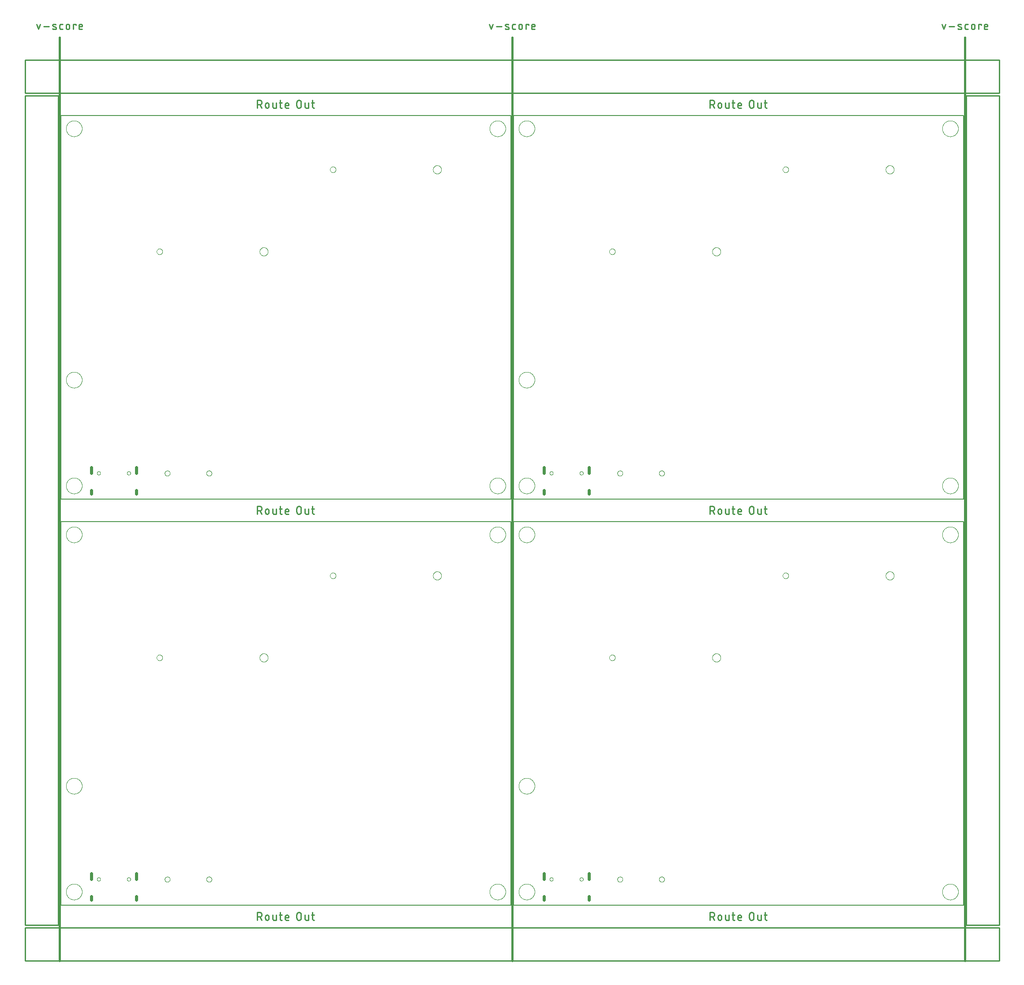
<source format=gko>
G04 EAGLE Gerber RS-274X export*
G75*
%MOMM*%
%FSLAX34Y34*%
%LPD*%
%IN*%
%IPPOS*%
%AMOC8*
5,1,8,0,0,1.08239X$1,22.5*%
G01*
%ADD10C,0.203200*%
%ADD11C,0.279400*%
%ADD12C,0.381000*%
%ADD13C,0.254000*%
%ADD14C,0.000000*%
%ADD15C,0.600000*%


D10*
X863600Y0D02*
X0Y0D01*
X0Y736600D02*
X863600Y736600D01*
X863600Y0D01*
X0Y0D02*
X0Y736600D01*
D11*
X377304Y-14097D02*
X377304Y-29083D01*
X377304Y-14097D02*
X381467Y-14097D01*
X381595Y-14099D01*
X381723Y-14105D01*
X381851Y-14115D01*
X381979Y-14129D01*
X382106Y-14146D01*
X382232Y-14168D01*
X382358Y-14193D01*
X382482Y-14223D01*
X382606Y-14256D01*
X382729Y-14293D01*
X382851Y-14334D01*
X382971Y-14378D01*
X383090Y-14426D01*
X383207Y-14478D01*
X383323Y-14533D01*
X383436Y-14592D01*
X383549Y-14655D01*
X383659Y-14721D01*
X383766Y-14790D01*
X383872Y-14862D01*
X383976Y-14938D01*
X384077Y-15017D01*
X384176Y-15099D01*
X384272Y-15184D01*
X384365Y-15271D01*
X384456Y-15362D01*
X384543Y-15455D01*
X384628Y-15551D01*
X384710Y-15650D01*
X384789Y-15751D01*
X384865Y-15855D01*
X384937Y-15961D01*
X385006Y-16068D01*
X385072Y-16179D01*
X385135Y-16291D01*
X385194Y-16404D01*
X385249Y-16520D01*
X385301Y-16637D01*
X385349Y-16756D01*
X385393Y-16876D01*
X385434Y-16998D01*
X385471Y-17121D01*
X385504Y-17245D01*
X385534Y-17369D01*
X385559Y-17495D01*
X385581Y-17621D01*
X385598Y-17748D01*
X385612Y-17876D01*
X385622Y-18004D01*
X385628Y-18132D01*
X385630Y-18260D01*
X385628Y-18388D01*
X385622Y-18516D01*
X385612Y-18644D01*
X385598Y-18772D01*
X385581Y-18899D01*
X385559Y-19025D01*
X385534Y-19151D01*
X385504Y-19275D01*
X385471Y-19399D01*
X385434Y-19522D01*
X385393Y-19644D01*
X385349Y-19764D01*
X385301Y-19883D01*
X385249Y-20000D01*
X385194Y-20116D01*
X385135Y-20229D01*
X385072Y-20342D01*
X385006Y-20452D01*
X384937Y-20559D01*
X384865Y-20665D01*
X384789Y-20769D01*
X384710Y-20870D01*
X384628Y-20969D01*
X384543Y-21065D01*
X384456Y-21158D01*
X384365Y-21249D01*
X384272Y-21336D01*
X384176Y-21421D01*
X384077Y-21503D01*
X383976Y-21582D01*
X383872Y-21658D01*
X383766Y-21730D01*
X383659Y-21799D01*
X383549Y-21865D01*
X383436Y-21928D01*
X383323Y-21987D01*
X383207Y-22042D01*
X383090Y-22094D01*
X382971Y-22142D01*
X382851Y-22186D01*
X382729Y-22227D01*
X382606Y-22264D01*
X382482Y-22297D01*
X382358Y-22327D01*
X382232Y-22352D01*
X382106Y-22374D01*
X381979Y-22391D01*
X381851Y-22405D01*
X381723Y-22415D01*
X381595Y-22421D01*
X381467Y-22423D01*
X377304Y-22423D01*
X382299Y-22423D02*
X385629Y-29083D01*
X392588Y-25753D02*
X392588Y-22423D01*
X392590Y-22309D01*
X392596Y-22196D01*
X392605Y-22082D01*
X392619Y-21970D01*
X392636Y-21857D01*
X392658Y-21745D01*
X392683Y-21635D01*
X392711Y-21525D01*
X392744Y-21416D01*
X392780Y-21308D01*
X392820Y-21201D01*
X392864Y-21096D01*
X392911Y-20993D01*
X392961Y-20891D01*
X393015Y-20791D01*
X393073Y-20693D01*
X393134Y-20597D01*
X393197Y-20503D01*
X393265Y-20411D01*
X393335Y-20321D01*
X393408Y-20235D01*
X393484Y-20150D01*
X393563Y-20068D01*
X393645Y-19989D01*
X393730Y-19913D01*
X393816Y-19840D01*
X393906Y-19770D01*
X393998Y-19702D01*
X394092Y-19639D01*
X394188Y-19578D01*
X394286Y-19520D01*
X394386Y-19466D01*
X394488Y-19416D01*
X394591Y-19369D01*
X394696Y-19325D01*
X394803Y-19285D01*
X394911Y-19249D01*
X395020Y-19216D01*
X395130Y-19188D01*
X395240Y-19163D01*
X395352Y-19141D01*
X395465Y-19124D01*
X395577Y-19110D01*
X395691Y-19101D01*
X395804Y-19095D01*
X395918Y-19093D01*
X396032Y-19095D01*
X396145Y-19101D01*
X396259Y-19110D01*
X396371Y-19124D01*
X396484Y-19141D01*
X396596Y-19163D01*
X396706Y-19188D01*
X396816Y-19216D01*
X396925Y-19249D01*
X397033Y-19285D01*
X397140Y-19325D01*
X397245Y-19369D01*
X397348Y-19416D01*
X397450Y-19466D01*
X397550Y-19520D01*
X397648Y-19578D01*
X397744Y-19639D01*
X397838Y-19702D01*
X397930Y-19770D01*
X398020Y-19840D01*
X398106Y-19913D01*
X398191Y-19989D01*
X398273Y-20068D01*
X398352Y-20150D01*
X398428Y-20235D01*
X398501Y-20321D01*
X398571Y-20411D01*
X398639Y-20503D01*
X398702Y-20597D01*
X398763Y-20693D01*
X398821Y-20791D01*
X398875Y-20891D01*
X398925Y-20993D01*
X398972Y-21096D01*
X399016Y-21201D01*
X399056Y-21308D01*
X399092Y-21416D01*
X399125Y-21525D01*
X399153Y-21635D01*
X399178Y-21745D01*
X399200Y-21857D01*
X399217Y-21970D01*
X399231Y-22082D01*
X399240Y-22196D01*
X399246Y-22309D01*
X399248Y-22423D01*
X399248Y-25753D01*
X399246Y-25867D01*
X399240Y-25980D01*
X399231Y-26094D01*
X399217Y-26206D01*
X399200Y-26319D01*
X399178Y-26431D01*
X399153Y-26541D01*
X399125Y-26651D01*
X399092Y-26760D01*
X399056Y-26868D01*
X399016Y-26975D01*
X398972Y-27080D01*
X398925Y-27183D01*
X398875Y-27285D01*
X398821Y-27385D01*
X398763Y-27483D01*
X398702Y-27579D01*
X398639Y-27673D01*
X398571Y-27765D01*
X398501Y-27855D01*
X398428Y-27941D01*
X398352Y-28026D01*
X398273Y-28108D01*
X398191Y-28187D01*
X398106Y-28263D01*
X398020Y-28336D01*
X397930Y-28406D01*
X397838Y-28474D01*
X397744Y-28537D01*
X397648Y-28598D01*
X397550Y-28656D01*
X397450Y-28710D01*
X397348Y-28760D01*
X397245Y-28807D01*
X397140Y-28851D01*
X397033Y-28891D01*
X396925Y-28927D01*
X396816Y-28960D01*
X396706Y-28988D01*
X396596Y-29013D01*
X396484Y-29035D01*
X396371Y-29052D01*
X396259Y-29066D01*
X396145Y-29075D01*
X396032Y-29081D01*
X395918Y-29083D01*
X395804Y-29081D01*
X395691Y-29075D01*
X395577Y-29066D01*
X395465Y-29052D01*
X395352Y-29035D01*
X395240Y-29013D01*
X395130Y-28988D01*
X395020Y-28960D01*
X394911Y-28927D01*
X394803Y-28891D01*
X394696Y-28851D01*
X394591Y-28807D01*
X394488Y-28760D01*
X394386Y-28710D01*
X394286Y-28656D01*
X394188Y-28598D01*
X394092Y-28537D01*
X393998Y-28474D01*
X393906Y-28406D01*
X393816Y-28336D01*
X393730Y-28263D01*
X393645Y-28187D01*
X393563Y-28108D01*
X393484Y-28026D01*
X393408Y-27941D01*
X393335Y-27855D01*
X393265Y-27765D01*
X393197Y-27673D01*
X393134Y-27579D01*
X393073Y-27483D01*
X393015Y-27385D01*
X392961Y-27285D01*
X392911Y-27183D01*
X392864Y-27080D01*
X392820Y-26975D01*
X392780Y-26868D01*
X392744Y-26760D01*
X392711Y-26651D01*
X392683Y-26541D01*
X392658Y-26431D01*
X392636Y-26319D01*
X392619Y-26206D01*
X392605Y-26094D01*
X392596Y-25980D01*
X392590Y-25867D01*
X392588Y-25753D01*
X406656Y-26585D02*
X406656Y-19092D01*
X406655Y-26585D02*
X406657Y-26683D01*
X406663Y-26781D01*
X406672Y-26879D01*
X406686Y-26976D01*
X406703Y-27072D01*
X406724Y-27168D01*
X406749Y-27263D01*
X406777Y-27357D01*
X406809Y-27450D01*
X406845Y-27541D01*
X406884Y-27631D01*
X406927Y-27719D01*
X406974Y-27806D01*
X407023Y-27890D01*
X407076Y-27973D01*
X407132Y-28053D01*
X407191Y-28132D01*
X407254Y-28207D01*
X407319Y-28281D01*
X407387Y-28351D01*
X407457Y-28419D01*
X407531Y-28485D01*
X407607Y-28547D01*
X407685Y-28606D01*
X407765Y-28662D01*
X407848Y-28715D01*
X407932Y-28765D01*
X408019Y-28811D01*
X408107Y-28854D01*
X408197Y-28893D01*
X408288Y-28929D01*
X408381Y-28961D01*
X408475Y-28989D01*
X408570Y-29014D01*
X408666Y-29035D01*
X408762Y-29052D01*
X408859Y-29066D01*
X408957Y-29075D01*
X409055Y-29081D01*
X409153Y-29083D01*
X413316Y-29083D01*
X413316Y-19092D01*
X419297Y-19092D02*
X424292Y-19092D01*
X420962Y-14097D02*
X420962Y-26585D01*
X420964Y-26683D01*
X420970Y-26781D01*
X420979Y-26879D01*
X420993Y-26976D01*
X421010Y-27072D01*
X421031Y-27168D01*
X421056Y-27263D01*
X421084Y-27357D01*
X421116Y-27450D01*
X421152Y-27541D01*
X421191Y-27631D01*
X421234Y-27719D01*
X421281Y-27806D01*
X421330Y-27890D01*
X421383Y-27973D01*
X421439Y-28053D01*
X421498Y-28132D01*
X421561Y-28207D01*
X421626Y-28281D01*
X421694Y-28351D01*
X421764Y-28419D01*
X421838Y-28485D01*
X421914Y-28547D01*
X421992Y-28606D01*
X422072Y-28662D01*
X422155Y-28715D01*
X422239Y-28765D01*
X422326Y-28811D01*
X422414Y-28854D01*
X422504Y-28893D01*
X422595Y-28929D01*
X422688Y-28961D01*
X422782Y-28989D01*
X422877Y-29014D01*
X422973Y-29035D01*
X423069Y-29052D01*
X423166Y-29066D01*
X423264Y-29075D01*
X423362Y-29081D01*
X423460Y-29083D01*
X424292Y-29083D01*
X433121Y-29083D02*
X437284Y-29083D01*
X433121Y-29083D02*
X433023Y-29081D01*
X432925Y-29075D01*
X432827Y-29066D01*
X432730Y-29052D01*
X432634Y-29035D01*
X432538Y-29014D01*
X432443Y-28989D01*
X432349Y-28961D01*
X432256Y-28929D01*
X432165Y-28893D01*
X432075Y-28854D01*
X431987Y-28811D01*
X431900Y-28764D01*
X431816Y-28715D01*
X431733Y-28662D01*
X431653Y-28606D01*
X431575Y-28547D01*
X431499Y-28485D01*
X431425Y-28419D01*
X431355Y-28351D01*
X431287Y-28281D01*
X431222Y-28207D01*
X431159Y-28132D01*
X431100Y-28053D01*
X431044Y-27973D01*
X430991Y-27890D01*
X430942Y-27806D01*
X430895Y-27719D01*
X430852Y-27631D01*
X430813Y-27541D01*
X430777Y-27450D01*
X430745Y-27357D01*
X430717Y-27263D01*
X430692Y-27168D01*
X430671Y-27072D01*
X430654Y-26976D01*
X430640Y-26879D01*
X430631Y-26781D01*
X430625Y-26683D01*
X430623Y-26585D01*
X430624Y-26585D02*
X430624Y-22423D01*
X430626Y-22309D01*
X430632Y-22196D01*
X430641Y-22082D01*
X430655Y-21970D01*
X430672Y-21857D01*
X430694Y-21745D01*
X430719Y-21635D01*
X430747Y-21525D01*
X430780Y-21416D01*
X430816Y-21308D01*
X430856Y-21201D01*
X430900Y-21096D01*
X430947Y-20993D01*
X430997Y-20891D01*
X431051Y-20791D01*
X431109Y-20693D01*
X431170Y-20597D01*
X431233Y-20503D01*
X431301Y-20411D01*
X431371Y-20321D01*
X431444Y-20235D01*
X431520Y-20150D01*
X431599Y-20068D01*
X431681Y-19989D01*
X431766Y-19913D01*
X431852Y-19840D01*
X431942Y-19770D01*
X432034Y-19702D01*
X432128Y-19639D01*
X432224Y-19578D01*
X432322Y-19520D01*
X432422Y-19466D01*
X432524Y-19416D01*
X432627Y-19369D01*
X432732Y-19325D01*
X432839Y-19285D01*
X432947Y-19249D01*
X433056Y-19216D01*
X433166Y-19188D01*
X433276Y-19163D01*
X433388Y-19141D01*
X433501Y-19124D01*
X433613Y-19110D01*
X433727Y-19101D01*
X433840Y-19095D01*
X433954Y-19093D01*
X434068Y-19095D01*
X434181Y-19101D01*
X434295Y-19110D01*
X434407Y-19124D01*
X434520Y-19141D01*
X434632Y-19163D01*
X434742Y-19188D01*
X434852Y-19216D01*
X434961Y-19249D01*
X435069Y-19285D01*
X435176Y-19325D01*
X435281Y-19369D01*
X435384Y-19416D01*
X435486Y-19466D01*
X435586Y-19520D01*
X435684Y-19578D01*
X435780Y-19639D01*
X435874Y-19702D01*
X435966Y-19770D01*
X436056Y-19840D01*
X436142Y-19913D01*
X436227Y-19989D01*
X436309Y-20068D01*
X436388Y-20150D01*
X436464Y-20235D01*
X436537Y-20321D01*
X436607Y-20411D01*
X436675Y-20503D01*
X436738Y-20597D01*
X436799Y-20693D01*
X436857Y-20791D01*
X436911Y-20891D01*
X436961Y-20993D01*
X437008Y-21096D01*
X437052Y-21201D01*
X437092Y-21308D01*
X437128Y-21416D01*
X437161Y-21525D01*
X437189Y-21635D01*
X437214Y-21745D01*
X437236Y-21857D01*
X437253Y-21970D01*
X437267Y-22082D01*
X437276Y-22196D01*
X437282Y-22309D01*
X437284Y-22423D01*
X437284Y-24088D01*
X430624Y-24088D01*
X452717Y-24920D02*
X452717Y-18260D01*
X452719Y-18132D01*
X452725Y-18004D01*
X452735Y-17876D01*
X452749Y-17748D01*
X452766Y-17621D01*
X452788Y-17495D01*
X452813Y-17369D01*
X452843Y-17245D01*
X452876Y-17121D01*
X452913Y-16998D01*
X452954Y-16876D01*
X452998Y-16756D01*
X453046Y-16637D01*
X453098Y-16520D01*
X453153Y-16404D01*
X453212Y-16291D01*
X453275Y-16178D01*
X453341Y-16068D01*
X453410Y-15961D01*
X453482Y-15855D01*
X453558Y-15751D01*
X453637Y-15650D01*
X453719Y-15551D01*
X453804Y-15455D01*
X453891Y-15362D01*
X453982Y-15271D01*
X454075Y-15184D01*
X454171Y-15099D01*
X454270Y-15017D01*
X454371Y-14938D01*
X454475Y-14862D01*
X454581Y-14790D01*
X454688Y-14721D01*
X454799Y-14655D01*
X454911Y-14592D01*
X455024Y-14533D01*
X455140Y-14478D01*
X455257Y-14426D01*
X455376Y-14378D01*
X455496Y-14334D01*
X455618Y-14293D01*
X455741Y-14256D01*
X455865Y-14223D01*
X455989Y-14193D01*
X456115Y-14168D01*
X456241Y-14146D01*
X456368Y-14129D01*
X456496Y-14115D01*
X456624Y-14105D01*
X456752Y-14099D01*
X456880Y-14097D01*
X457008Y-14099D01*
X457136Y-14105D01*
X457264Y-14115D01*
X457392Y-14129D01*
X457519Y-14146D01*
X457645Y-14168D01*
X457771Y-14193D01*
X457895Y-14223D01*
X458019Y-14256D01*
X458142Y-14293D01*
X458264Y-14334D01*
X458384Y-14378D01*
X458503Y-14426D01*
X458620Y-14478D01*
X458736Y-14533D01*
X458849Y-14592D01*
X458962Y-14655D01*
X459072Y-14721D01*
X459179Y-14790D01*
X459285Y-14862D01*
X459389Y-14938D01*
X459490Y-15017D01*
X459589Y-15099D01*
X459685Y-15184D01*
X459778Y-15271D01*
X459869Y-15362D01*
X459956Y-15455D01*
X460041Y-15551D01*
X460123Y-15650D01*
X460202Y-15751D01*
X460278Y-15855D01*
X460350Y-15961D01*
X460419Y-16068D01*
X460485Y-16179D01*
X460548Y-16291D01*
X460607Y-16404D01*
X460662Y-16520D01*
X460714Y-16637D01*
X460762Y-16756D01*
X460806Y-16876D01*
X460847Y-16998D01*
X460884Y-17121D01*
X460917Y-17245D01*
X460947Y-17369D01*
X460972Y-17495D01*
X460994Y-17621D01*
X461011Y-17748D01*
X461025Y-17876D01*
X461035Y-18004D01*
X461041Y-18132D01*
X461043Y-18260D01*
X461042Y-18260D02*
X461042Y-24920D01*
X461043Y-24920D02*
X461041Y-25048D01*
X461035Y-25176D01*
X461025Y-25304D01*
X461011Y-25432D01*
X460994Y-25559D01*
X460972Y-25685D01*
X460947Y-25811D01*
X460917Y-25935D01*
X460884Y-26059D01*
X460847Y-26182D01*
X460806Y-26304D01*
X460762Y-26424D01*
X460714Y-26543D01*
X460662Y-26660D01*
X460607Y-26776D01*
X460548Y-26889D01*
X460485Y-27002D01*
X460419Y-27112D01*
X460350Y-27219D01*
X460278Y-27325D01*
X460202Y-27429D01*
X460123Y-27530D01*
X460041Y-27629D01*
X459956Y-27725D01*
X459869Y-27818D01*
X459778Y-27909D01*
X459685Y-27996D01*
X459589Y-28081D01*
X459490Y-28163D01*
X459389Y-28242D01*
X459285Y-28318D01*
X459179Y-28390D01*
X459072Y-28459D01*
X458962Y-28525D01*
X458849Y-28588D01*
X458736Y-28647D01*
X458620Y-28702D01*
X458503Y-28754D01*
X458384Y-28802D01*
X458264Y-28846D01*
X458142Y-28887D01*
X458019Y-28924D01*
X457895Y-28957D01*
X457771Y-28987D01*
X457645Y-29012D01*
X457519Y-29034D01*
X457392Y-29051D01*
X457264Y-29065D01*
X457136Y-29075D01*
X457008Y-29081D01*
X456880Y-29083D01*
X456752Y-29081D01*
X456624Y-29075D01*
X456496Y-29065D01*
X456368Y-29051D01*
X456241Y-29034D01*
X456115Y-29012D01*
X455989Y-28987D01*
X455865Y-28957D01*
X455741Y-28924D01*
X455618Y-28887D01*
X455496Y-28846D01*
X455376Y-28802D01*
X455257Y-28754D01*
X455140Y-28702D01*
X455024Y-28647D01*
X454911Y-28588D01*
X454799Y-28525D01*
X454688Y-28459D01*
X454581Y-28390D01*
X454475Y-28318D01*
X454371Y-28242D01*
X454270Y-28163D01*
X454171Y-28081D01*
X454075Y-27996D01*
X453982Y-27909D01*
X453891Y-27818D01*
X453804Y-27725D01*
X453719Y-27629D01*
X453637Y-27530D01*
X453558Y-27429D01*
X453482Y-27325D01*
X453410Y-27219D01*
X453341Y-27112D01*
X453275Y-27001D01*
X453212Y-26889D01*
X453153Y-26776D01*
X453098Y-26660D01*
X453046Y-26543D01*
X452998Y-26424D01*
X452954Y-26304D01*
X452913Y-26182D01*
X452876Y-26059D01*
X452843Y-25935D01*
X452813Y-25811D01*
X452788Y-25685D01*
X452766Y-25559D01*
X452749Y-25432D01*
X452735Y-25304D01*
X452725Y-25176D01*
X452719Y-25048D01*
X452717Y-24920D01*
X468659Y-26585D02*
X468659Y-19092D01*
X468659Y-26585D02*
X468661Y-26683D01*
X468667Y-26781D01*
X468676Y-26879D01*
X468690Y-26976D01*
X468707Y-27072D01*
X468728Y-27168D01*
X468753Y-27263D01*
X468781Y-27357D01*
X468813Y-27450D01*
X468849Y-27541D01*
X468888Y-27631D01*
X468931Y-27719D01*
X468978Y-27806D01*
X469027Y-27890D01*
X469080Y-27973D01*
X469136Y-28053D01*
X469195Y-28132D01*
X469258Y-28207D01*
X469323Y-28281D01*
X469391Y-28351D01*
X469461Y-28419D01*
X469535Y-28485D01*
X469611Y-28547D01*
X469689Y-28606D01*
X469769Y-28662D01*
X469852Y-28715D01*
X469936Y-28765D01*
X470023Y-28811D01*
X470111Y-28854D01*
X470201Y-28893D01*
X470292Y-28929D01*
X470385Y-28961D01*
X470479Y-28989D01*
X470574Y-29014D01*
X470670Y-29035D01*
X470766Y-29052D01*
X470863Y-29066D01*
X470961Y-29075D01*
X471059Y-29081D01*
X471157Y-29083D01*
X475320Y-29083D01*
X475320Y-19092D01*
X481301Y-19092D02*
X486296Y-19092D01*
X482966Y-14097D02*
X482966Y-26585D01*
X482965Y-26585D02*
X482967Y-26683D01*
X482973Y-26781D01*
X482982Y-26879D01*
X482996Y-26976D01*
X483013Y-27072D01*
X483034Y-27168D01*
X483059Y-27263D01*
X483087Y-27357D01*
X483119Y-27450D01*
X483155Y-27541D01*
X483194Y-27631D01*
X483237Y-27719D01*
X483284Y-27806D01*
X483333Y-27890D01*
X483386Y-27973D01*
X483442Y-28053D01*
X483501Y-28132D01*
X483564Y-28207D01*
X483629Y-28281D01*
X483697Y-28351D01*
X483767Y-28419D01*
X483841Y-28485D01*
X483917Y-28547D01*
X483995Y-28606D01*
X484075Y-28662D01*
X484158Y-28715D01*
X484242Y-28765D01*
X484329Y-28811D01*
X484417Y-28854D01*
X484507Y-28893D01*
X484598Y-28929D01*
X484691Y-28961D01*
X484785Y-28989D01*
X484880Y-29014D01*
X484976Y-29035D01*
X485072Y-29052D01*
X485169Y-29066D01*
X485267Y-29075D01*
X485365Y-29081D01*
X485463Y-29083D01*
X485464Y-29083D02*
X486296Y-29083D01*
D10*
X868680Y0D02*
X1732280Y0D01*
X1732280Y736600D02*
X868680Y736600D01*
X1732280Y736600D02*
X1732280Y0D01*
X868680Y0D02*
X868680Y736600D01*
D11*
X1245984Y-14097D02*
X1245984Y-29083D01*
X1245984Y-14097D02*
X1250147Y-14097D01*
X1250275Y-14099D01*
X1250403Y-14105D01*
X1250531Y-14115D01*
X1250659Y-14129D01*
X1250786Y-14146D01*
X1250912Y-14168D01*
X1251038Y-14193D01*
X1251162Y-14223D01*
X1251286Y-14256D01*
X1251409Y-14293D01*
X1251531Y-14334D01*
X1251651Y-14378D01*
X1251770Y-14426D01*
X1251887Y-14478D01*
X1252003Y-14533D01*
X1252116Y-14592D01*
X1252229Y-14655D01*
X1252339Y-14721D01*
X1252446Y-14790D01*
X1252552Y-14862D01*
X1252656Y-14938D01*
X1252757Y-15017D01*
X1252856Y-15099D01*
X1252952Y-15184D01*
X1253045Y-15271D01*
X1253136Y-15362D01*
X1253223Y-15455D01*
X1253308Y-15551D01*
X1253390Y-15650D01*
X1253469Y-15751D01*
X1253545Y-15855D01*
X1253617Y-15961D01*
X1253686Y-16068D01*
X1253752Y-16179D01*
X1253815Y-16291D01*
X1253874Y-16404D01*
X1253929Y-16520D01*
X1253981Y-16637D01*
X1254029Y-16756D01*
X1254073Y-16876D01*
X1254114Y-16998D01*
X1254151Y-17121D01*
X1254184Y-17245D01*
X1254214Y-17369D01*
X1254239Y-17495D01*
X1254261Y-17621D01*
X1254278Y-17748D01*
X1254292Y-17876D01*
X1254302Y-18004D01*
X1254308Y-18132D01*
X1254310Y-18260D01*
X1254308Y-18388D01*
X1254302Y-18516D01*
X1254292Y-18644D01*
X1254278Y-18772D01*
X1254261Y-18899D01*
X1254239Y-19025D01*
X1254214Y-19151D01*
X1254184Y-19275D01*
X1254151Y-19399D01*
X1254114Y-19522D01*
X1254073Y-19644D01*
X1254029Y-19764D01*
X1253981Y-19883D01*
X1253929Y-20000D01*
X1253874Y-20116D01*
X1253815Y-20229D01*
X1253752Y-20342D01*
X1253686Y-20452D01*
X1253617Y-20559D01*
X1253545Y-20665D01*
X1253469Y-20769D01*
X1253390Y-20870D01*
X1253308Y-20969D01*
X1253223Y-21065D01*
X1253136Y-21158D01*
X1253045Y-21249D01*
X1252952Y-21336D01*
X1252856Y-21421D01*
X1252757Y-21503D01*
X1252656Y-21582D01*
X1252552Y-21658D01*
X1252446Y-21730D01*
X1252339Y-21799D01*
X1252229Y-21865D01*
X1252116Y-21928D01*
X1252003Y-21987D01*
X1251887Y-22042D01*
X1251770Y-22094D01*
X1251651Y-22142D01*
X1251531Y-22186D01*
X1251409Y-22227D01*
X1251286Y-22264D01*
X1251162Y-22297D01*
X1251038Y-22327D01*
X1250912Y-22352D01*
X1250786Y-22374D01*
X1250659Y-22391D01*
X1250531Y-22405D01*
X1250403Y-22415D01*
X1250275Y-22421D01*
X1250147Y-22423D01*
X1245984Y-22423D01*
X1250979Y-22423D02*
X1254309Y-29083D01*
X1261268Y-25753D02*
X1261268Y-22423D01*
X1261270Y-22309D01*
X1261276Y-22196D01*
X1261285Y-22082D01*
X1261299Y-21970D01*
X1261316Y-21857D01*
X1261338Y-21745D01*
X1261363Y-21635D01*
X1261391Y-21525D01*
X1261424Y-21416D01*
X1261460Y-21308D01*
X1261500Y-21201D01*
X1261544Y-21096D01*
X1261591Y-20993D01*
X1261641Y-20891D01*
X1261695Y-20791D01*
X1261753Y-20693D01*
X1261814Y-20597D01*
X1261877Y-20503D01*
X1261945Y-20411D01*
X1262015Y-20321D01*
X1262088Y-20235D01*
X1262164Y-20150D01*
X1262243Y-20068D01*
X1262325Y-19989D01*
X1262410Y-19913D01*
X1262496Y-19840D01*
X1262586Y-19770D01*
X1262678Y-19702D01*
X1262772Y-19639D01*
X1262868Y-19578D01*
X1262966Y-19520D01*
X1263066Y-19466D01*
X1263168Y-19416D01*
X1263271Y-19369D01*
X1263376Y-19325D01*
X1263483Y-19285D01*
X1263591Y-19249D01*
X1263700Y-19216D01*
X1263810Y-19188D01*
X1263920Y-19163D01*
X1264032Y-19141D01*
X1264145Y-19124D01*
X1264257Y-19110D01*
X1264371Y-19101D01*
X1264484Y-19095D01*
X1264598Y-19093D01*
X1264712Y-19095D01*
X1264825Y-19101D01*
X1264939Y-19110D01*
X1265051Y-19124D01*
X1265164Y-19141D01*
X1265276Y-19163D01*
X1265386Y-19188D01*
X1265496Y-19216D01*
X1265605Y-19249D01*
X1265713Y-19285D01*
X1265820Y-19325D01*
X1265925Y-19369D01*
X1266028Y-19416D01*
X1266130Y-19466D01*
X1266230Y-19520D01*
X1266328Y-19578D01*
X1266424Y-19639D01*
X1266518Y-19702D01*
X1266610Y-19770D01*
X1266700Y-19840D01*
X1266786Y-19913D01*
X1266871Y-19989D01*
X1266953Y-20068D01*
X1267032Y-20150D01*
X1267108Y-20235D01*
X1267181Y-20321D01*
X1267251Y-20411D01*
X1267319Y-20503D01*
X1267382Y-20597D01*
X1267443Y-20693D01*
X1267501Y-20791D01*
X1267555Y-20891D01*
X1267605Y-20993D01*
X1267652Y-21096D01*
X1267696Y-21201D01*
X1267736Y-21308D01*
X1267772Y-21416D01*
X1267805Y-21525D01*
X1267833Y-21635D01*
X1267858Y-21745D01*
X1267880Y-21857D01*
X1267897Y-21970D01*
X1267911Y-22082D01*
X1267920Y-22196D01*
X1267926Y-22309D01*
X1267928Y-22423D01*
X1267928Y-25753D01*
X1267926Y-25867D01*
X1267920Y-25980D01*
X1267911Y-26094D01*
X1267897Y-26206D01*
X1267880Y-26319D01*
X1267858Y-26431D01*
X1267833Y-26541D01*
X1267805Y-26651D01*
X1267772Y-26760D01*
X1267736Y-26868D01*
X1267696Y-26975D01*
X1267652Y-27080D01*
X1267605Y-27183D01*
X1267555Y-27285D01*
X1267501Y-27385D01*
X1267443Y-27483D01*
X1267382Y-27579D01*
X1267319Y-27673D01*
X1267251Y-27765D01*
X1267181Y-27855D01*
X1267108Y-27941D01*
X1267032Y-28026D01*
X1266953Y-28108D01*
X1266871Y-28187D01*
X1266786Y-28263D01*
X1266700Y-28336D01*
X1266610Y-28406D01*
X1266518Y-28474D01*
X1266424Y-28537D01*
X1266328Y-28598D01*
X1266230Y-28656D01*
X1266130Y-28710D01*
X1266028Y-28760D01*
X1265925Y-28807D01*
X1265820Y-28851D01*
X1265713Y-28891D01*
X1265605Y-28927D01*
X1265496Y-28960D01*
X1265386Y-28988D01*
X1265276Y-29013D01*
X1265164Y-29035D01*
X1265051Y-29052D01*
X1264939Y-29066D01*
X1264825Y-29075D01*
X1264712Y-29081D01*
X1264598Y-29083D01*
X1264484Y-29081D01*
X1264371Y-29075D01*
X1264257Y-29066D01*
X1264145Y-29052D01*
X1264032Y-29035D01*
X1263920Y-29013D01*
X1263810Y-28988D01*
X1263700Y-28960D01*
X1263591Y-28927D01*
X1263483Y-28891D01*
X1263376Y-28851D01*
X1263271Y-28807D01*
X1263168Y-28760D01*
X1263066Y-28710D01*
X1262966Y-28656D01*
X1262868Y-28598D01*
X1262772Y-28537D01*
X1262678Y-28474D01*
X1262586Y-28406D01*
X1262496Y-28336D01*
X1262410Y-28263D01*
X1262325Y-28187D01*
X1262243Y-28108D01*
X1262164Y-28026D01*
X1262088Y-27941D01*
X1262015Y-27855D01*
X1261945Y-27765D01*
X1261877Y-27673D01*
X1261814Y-27579D01*
X1261753Y-27483D01*
X1261695Y-27385D01*
X1261641Y-27285D01*
X1261591Y-27183D01*
X1261544Y-27080D01*
X1261500Y-26975D01*
X1261460Y-26868D01*
X1261424Y-26760D01*
X1261391Y-26651D01*
X1261363Y-26541D01*
X1261338Y-26431D01*
X1261316Y-26319D01*
X1261299Y-26206D01*
X1261285Y-26094D01*
X1261276Y-25980D01*
X1261270Y-25867D01*
X1261268Y-25753D01*
X1275336Y-26585D02*
X1275336Y-19092D01*
X1275335Y-26585D02*
X1275337Y-26683D01*
X1275343Y-26781D01*
X1275352Y-26879D01*
X1275366Y-26976D01*
X1275383Y-27072D01*
X1275404Y-27168D01*
X1275429Y-27263D01*
X1275457Y-27357D01*
X1275489Y-27450D01*
X1275525Y-27541D01*
X1275564Y-27631D01*
X1275607Y-27719D01*
X1275654Y-27806D01*
X1275703Y-27890D01*
X1275756Y-27973D01*
X1275812Y-28053D01*
X1275871Y-28132D01*
X1275934Y-28207D01*
X1275999Y-28281D01*
X1276067Y-28351D01*
X1276137Y-28419D01*
X1276211Y-28485D01*
X1276287Y-28547D01*
X1276365Y-28606D01*
X1276445Y-28662D01*
X1276528Y-28715D01*
X1276612Y-28765D01*
X1276699Y-28811D01*
X1276787Y-28854D01*
X1276877Y-28893D01*
X1276968Y-28929D01*
X1277061Y-28961D01*
X1277155Y-28989D01*
X1277250Y-29014D01*
X1277346Y-29035D01*
X1277442Y-29052D01*
X1277539Y-29066D01*
X1277637Y-29075D01*
X1277735Y-29081D01*
X1277833Y-29083D01*
X1281996Y-29083D01*
X1281996Y-19092D01*
X1287977Y-19092D02*
X1292972Y-19092D01*
X1289642Y-14097D02*
X1289642Y-26585D01*
X1289644Y-26683D01*
X1289650Y-26781D01*
X1289659Y-26879D01*
X1289673Y-26976D01*
X1289690Y-27072D01*
X1289711Y-27168D01*
X1289736Y-27263D01*
X1289764Y-27357D01*
X1289796Y-27450D01*
X1289832Y-27541D01*
X1289871Y-27631D01*
X1289914Y-27719D01*
X1289961Y-27806D01*
X1290010Y-27890D01*
X1290063Y-27973D01*
X1290119Y-28053D01*
X1290178Y-28132D01*
X1290241Y-28207D01*
X1290306Y-28281D01*
X1290374Y-28351D01*
X1290444Y-28419D01*
X1290518Y-28485D01*
X1290594Y-28547D01*
X1290672Y-28606D01*
X1290752Y-28662D01*
X1290835Y-28715D01*
X1290919Y-28765D01*
X1291006Y-28811D01*
X1291094Y-28854D01*
X1291184Y-28893D01*
X1291275Y-28929D01*
X1291368Y-28961D01*
X1291462Y-28989D01*
X1291557Y-29014D01*
X1291653Y-29035D01*
X1291749Y-29052D01*
X1291846Y-29066D01*
X1291944Y-29075D01*
X1292042Y-29081D01*
X1292140Y-29083D01*
X1292972Y-29083D01*
X1301801Y-29083D02*
X1305964Y-29083D01*
X1301801Y-29083D02*
X1301703Y-29081D01*
X1301605Y-29075D01*
X1301507Y-29066D01*
X1301410Y-29052D01*
X1301314Y-29035D01*
X1301218Y-29014D01*
X1301123Y-28989D01*
X1301029Y-28961D01*
X1300936Y-28929D01*
X1300845Y-28893D01*
X1300755Y-28854D01*
X1300667Y-28811D01*
X1300580Y-28764D01*
X1300496Y-28715D01*
X1300413Y-28662D01*
X1300333Y-28606D01*
X1300255Y-28547D01*
X1300179Y-28485D01*
X1300105Y-28419D01*
X1300035Y-28351D01*
X1299967Y-28281D01*
X1299902Y-28207D01*
X1299839Y-28132D01*
X1299780Y-28053D01*
X1299724Y-27973D01*
X1299671Y-27890D01*
X1299622Y-27806D01*
X1299575Y-27719D01*
X1299532Y-27631D01*
X1299493Y-27541D01*
X1299457Y-27450D01*
X1299425Y-27357D01*
X1299397Y-27263D01*
X1299372Y-27168D01*
X1299351Y-27072D01*
X1299334Y-26976D01*
X1299320Y-26879D01*
X1299311Y-26781D01*
X1299305Y-26683D01*
X1299303Y-26585D01*
X1299304Y-26585D02*
X1299304Y-22423D01*
X1299306Y-22309D01*
X1299312Y-22196D01*
X1299321Y-22082D01*
X1299335Y-21970D01*
X1299352Y-21857D01*
X1299374Y-21745D01*
X1299399Y-21635D01*
X1299427Y-21525D01*
X1299460Y-21416D01*
X1299496Y-21308D01*
X1299536Y-21201D01*
X1299580Y-21096D01*
X1299627Y-20993D01*
X1299677Y-20891D01*
X1299731Y-20791D01*
X1299789Y-20693D01*
X1299850Y-20597D01*
X1299913Y-20503D01*
X1299981Y-20411D01*
X1300051Y-20321D01*
X1300124Y-20235D01*
X1300200Y-20150D01*
X1300279Y-20068D01*
X1300361Y-19989D01*
X1300446Y-19913D01*
X1300532Y-19840D01*
X1300622Y-19770D01*
X1300714Y-19702D01*
X1300808Y-19639D01*
X1300904Y-19578D01*
X1301002Y-19520D01*
X1301102Y-19466D01*
X1301204Y-19416D01*
X1301307Y-19369D01*
X1301412Y-19325D01*
X1301519Y-19285D01*
X1301627Y-19249D01*
X1301736Y-19216D01*
X1301846Y-19188D01*
X1301956Y-19163D01*
X1302068Y-19141D01*
X1302181Y-19124D01*
X1302293Y-19110D01*
X1302407Y-19101D01*
X1302520Y-19095D01*
X1302634Y-19093D01*
X1302748Y-19095D01*
X1302861Y-19101D01*
X1302975Y-19110D01*
X1303087Y-19124D01*
X1303200Y-19141D01*
X1303312Y-19163D01*
X1303422Y-19188D01*
X1303532Y-19216D01*
X1303641Y-19249D01*
X1303749Y-19285D01*
X1303856Y-19325D01*
X1303961Y-19369D01*
X1304064Y-19416D01*
X1304166Y-19466D01*
X1304266Y-19520D01*
X1304364Y-19578D01*
X1304460Y-19639D01*
X1304554Y-19702D01*
X1304646Y-19770D01*
X1304736Y-19840D01*
X1304822Y-19913D01*
X1304907Y-19989D01*
X1304989Y-20068D01*
X1305068Y-20150D01*
X1305144Y-20235D01*
X1305217Y-20321D01*
X1305287Y-20411D01*
X1305355Y-20503D01*
X1305418Y-20597D01*
X1305479Y-20693D01*
X1305537Y-20791D01*
X1305591Y-20891D01*
X1305641Y-20993D01*
X1305688Y-21096D01*
X1305732Y-21201D01*
X1305772Y-21308D01*
X1305808Y-21416D01*
X1305841Y-21525D01*
X1305869Y-21635D01*
X1305894Y-21745D01*
X1305916Y-21857D01*
X1305933Y-21970D01*
X1305947Y-22082D01*
X1305956Y-22196D01*
X1305962Y-22309D01*
X1305964Y-22423D01*
X1305964Y-24088D01*
X1299304Y-24088D01*
X1321397Y-24920D02*
X1321397Y-18260D01*
X1321399Y-18132D01*
X1321405Y-18004D01*
X1321415Y-17876D01*
X1321429Y-17748D01*
X1321446Y-17621D01*
X1321468Y-17495D01*
X1321493Y-17369D01*
X1321523Y-17245D01*
X1321556Y-17121D01*
X1321593Y-16998D01*
X1321634Y-16876D01*
X1321678Y-16756D01*
X1321726Y-16637D01*
X1321778Y-16520D01*
X1321833Y-16404D01*
X1321892Y-16291D01*
X1321955Y-16178D01*
X1322021Y-16068D01*
X1322090Y-15961D01*
X1322162Y-15855D01*
X1322238Y-15751D01*
X1322317Y-15650D01*
X1322399Y-15551D01*
X1322484Y-15455D01*
X1322571Y-15362D01*
X1322662Y-15271D01*
X1322755Y-15184D01*
X1322851Y-15099D01*
X1322950Y-15017D01*
X1323051Y-14938D01*
X1323155Y-14862D01*
X1323261Y-14790D01*
X1323368Y-14721D01*
X1323479Y-14655D01*
X1323591Y-14592D01*
X1323704Y-14533D01*
X1323820Y-14478D01*
X1323937Y-14426D01*
X1324056Y-14378D01*
X1324176Y-14334D01*
X1324298Y-14293D01*
X1324421Y-14256D01*
X1324545Y-14223D01*
X1324669Y-14193D01*
X1324795Y-14168D01*
X1324921Y-14146D01*
X1325048Y-14129D01*
X1325176Y-14115D01*
X1325304Y-14105D01*
X1325432Y-14099D01*
X1325560Y-14097D01*
X1325688Y-14099D01*
X1325816Y-14105D01*
X1325944Y-14115D01*
X1326072Y-14129D01*
X1326199Y-14146D01*
X1326325Y-14168D01*
X1326451Y-14193D01*
X1326575Y-14223D01*
X1326699Y-14256D01*
X1326822Y-14293D01*
X1326944Y-14334D01*
X1327064Y-14378D01*
X1327183Y-14426D01*
X1327300Y-14478D01*
X1327416Y-14533D01*
X1327529Y-14592D01*
X1327642Y-14655D01*
X1327752Y-14721D01*
X1327859Y-14790D01*
X1327965Y-14862D01*
X1328069Y-14938D01*
X1328170Y-15017D01*
X1328269Y-15099D01*
X1328365Y-15184D01*
X1328458Y-15271D01*
X1328549Y-15362D01*
X1328636Y-15455D01*
X1328721Y-15551D01*
X1328803Y-15650D01*
X1328882Y-15751D01*
X1328958Y-15855D01*
X1329030Y-15961D01*
X1329099Y-16068D01*
X1329165Y-16179D01*
X1329228Y-16291D01*
X1329287Y-16404D01*
X1329342Y-16520D01*
X1329394Y-16637D01*
X1329442Y-16756D01*
X1329486Y-16876D01*
X1329527Y-16998D01*
X1329564Y-17121D01*
X1329597Y-17245D01*
X1329627Y-17369D01*
X1329652Y-17495D01*
X1329674Y-17621D01*
X1329691Y-17748D01*
X1329705Y-17876D01*
X1329715Y-18004D01*
X1329721Y-18132D01*
X1329723Y-18260D01*
X1329722Y-18260D02*
X1329722Y-24920D01*
X1329723Y-24920D02*
X1329721Y-25048D01*
X1329715Y-25176D01*
X1329705Y-25304D01*
X1329691Y-25432D01*
X1329674Y-25559D01*
X1329652Y-25685D01*
X1329627Y-25811D01*
X1329597Y-25935D01*
X1329564Y-26059D01*
X1329527Y-26182D01*
X1329486Y-26304D01*
X1329442Y-26424D01*
X1329394Y-26543D01*
X1329342Y-26660D01*
X1329287Y-26776D01*
X1329228Y-26889D01*
X1329165Y-27002D01*
X1329099Y-27112D01*
X1329030Y-27219D01*
X1328958Y-27325D01*
X1328882Y-27429D01*
X1328803Y-27530D01*
X1328721Y-27629D01*
X1328636Y-27725D01*
X1328549Y-27818D01*
X1328458Y-27909D01*
X1328365Y-27996D01*
X1328269Y-28081D01*
X1328170Y-28163D01*
X1328069Y-28242D01*
X1327965Y-28318D01*
X1327859Y-28390D01*
X1327752Y-28459D01*
X1327642Y-28525D01*
X1327529Y-28588D01*
X1327416Y-28647D01*
X1327300Y-28702D01*
X1327183Y-28754D01*
X1327064Y-28802D01*
X1326944Y-28846D01*
X1326822Y-28887D01*
X1326699Y-28924D01*
X1326575Y-28957D01*
X1326451Y-28987D01*
X1326325Y-29012D01*
X1326199Y-29034D01*
X1326072Y-29051D01*
X1325944Y-29065D01*
X1325816Y-29075D01*
X1325688Y-29081D01*
X1325560Y-29083D01*
X1325432Y-29081D01*
X1325304Y-29075D01*
X1325176Y-29065D01*
X1325048Y-29051D01*
X1324921Y-29034D01*
X1324795Y-29012D01*
X1324669Y-28987D01*
X1324545Y-28957D01*
X1324421Y-28924D01*
X1324298Y-28887D01*
X1324176Y-28846D01*
X1324056Y-28802D01*
X1323937Y-28754D01*
X1323820Y-28702D01*
X1323704Y-28647D01*
X1323591Y-28588D01*
X1323479Y-28525D01*
X1323368Y-28459D01*
X1323261Y-28390D01*
X1323155Y-28318D01*
X1323051Y-28242D01*
X1322950Y-28163D01*
X1322851Y-28081D01*
X1322755Y-27996D01*
X1322662Y-27909D01*
X1322571Y-27818D01*
X1322484Y-27725D01*
X1322399Y-27629D01*
X1322317Y-27530D01*
X1322238Y-27429D01*
X1322162Y-27325D01*
X1322090Y-27219D01*
X1322021Y-27112D01*
X1321955Y-27001D01*
X1321892Y-26889D01*
X1321833Y-26776D01*
X1321778Y-26660D01*
X1321726Y-26543D01*
X1321678Y-26424D01*
X1321634Y-26304D01*
X1321593Y-26182D01*
X1321556Y-26059D01*
X1321523Y-25935D01*
X1321493Y-25811D01*
X1321468Y-25685D01*
X1321446Y-25559D01*
X1321429Y-25432D01*
X1321415Y-25304D01*
X1321405Y-25176D01*
X1321399Y-25048D01*
X1321397Y-24920D01*
X1337339Y-26585D02*
X1337339Y-19092D01*
X1337339Y-26585D02*
X1337341Y-26683D01*
X1337347Y-26781D01*
X1337356Y-26879D01*
X1337370Y-26976D01*
X1337387Y-27072D01*
X1337408Y-27168D01*
X1337433Y-27263D01*
X1337461Y-27357D01*
X1337493Y-27450D01*
X1337529Y-27541D01*
X1337568Y-27631D01*
X1337611Y-27719D01*
X1337658Y-27806D01*
X1337707Y-27890D01*
X1337760Y-27973D01*
X1337816Y-28053D01*
X1337875Y-28132D01*
X1337938Y-28207D01*
X1338003Y-28281D01*
X1338071Y-28351D01*
X1338141Y-28419D01*
X1338215Y-28485D01*
X1338291Y-28547D01*
X1338369Y-28606D01*
X1338449Y-28662D01*
X1338532Y-28715D01*
X1338616Y-28765D01*
X1338703Y-28811D01*
X1338791Y-28854D01*
X1338881Y-28893D01*
X1338972Y-28929D01*
X1339065Y-28961D01*
X1339159Y-28989D01*
X1339254Y-29014D01*
X1339350Y-29035D01*
X1339446Y-29052D01*
X1339543Y-29066D01*
X1339641Y-29075D01*
X1339739Y-29081D01*
X1339837Y-29083D01*
X1344000Y-29083D01*
X1344000Y-19092D01*
X1349981Y-19092D02*
X1354976Y-19092D01*
X1351646Y-14097D02*
X1351646Y-26585D01*
X1351645Y-26585D02*
X1351647Y-26683D01*
X1351653Y-26781D01*
X1351662Y-26879D01*
X1351676Y-26976D01*
X1351693Y-27072D01*
X1351714Y-27168D01*
X1351739Y-27263D01*
X1351767Y-27357D01*
X1351799Y-27450D01*
X1351835Y-27541D01*
X1351874Y-27631D01*
X1351917Y-27719D01*
X1351964Y-27806D01*
X1352013Y-27890D01*
X1352066Y-27973D01*
X1352122Y-28053D01*
X1352181Y-28132D01*
X1352244Y-28207D01*
X1352309Y-28281D01*
X1352377Y-28351D01*
X1352447Y-28419D01*
X1352521Y-28485D01*
X1352597Y-28547D01*
X1352675Y-28606D01*
X1352755Y-28662D01*
X1352838Y-28715D01*
X1352922Y-28765D01*
X1353009Y-28811D01*
X1353097Y-28854D01*
X1353187Y-28893D01*
X1353278Y-28929D01*
X1353371Y-28961D01*
X1353465Y-28989D01*
X1353560Y-29014D01*
X1353656Y-29035D01*
X1353752Y-29052D01*
X1353849Y-29066D01*
X1353947Y-29075D01*
X1354045Y-29081D01*
X1354143Y-29083D01*
X1354144Y-29083D02*
X1354976Y-29083D01*
D10*
X863600Y779780D02*
X0Y779780D01*
X0Y1516380D02*
X863600Y1516380D01*
X863600Y779780D01*
X0Y779780D02*
X0Y1516380D01*
D11*
X377304Y765683D02*
X377304Y750697D01*
X377304Y765683D02*
X381467Y765683D01*
X381595Y765681D01*
X381723Y765675D01*
X381851Y765665D01*
X381979Y765651D01*
X382106Y765634D01*
X382232Y765612D01*
X382358Y765587D01*
X382482Y765557D01*
X382606Y765524D01*
X382729Y765487D01*
X382851Y765446D01*
X382971Y765402D01*
X383090Y765354D01*
X383207Y765302D01*
X383323Y765247D01*
X383436Y765188D01*
X383549Y765125D01*
X383659Y765059D01*
X383766Y764990D01*
X383872Y764918D01*
X383976Y764842D01*
X384077Y764763D01*
X384176Y764681D01*
X384272Y764596D01*
X384365Y764509D01*
X384456Y764418D01*
X384543Y764325D01*
X384628Y764229D01*
X384710Y764130D01*
X384789Y764029D01*
X384865Y763925D01*
X384937Y763819D01*
X385006Y763712D01*
X385072Y763602D01*
X385135Y763489D01*
X385194Y763376D01*
X385249Y763260D01*
X385301Y763143D01*
X385349Y763024D01*
X385393Y762904D01*
X385434Y762782D01*
X385471Y762659D01*
X385504Y762535D01*
X385534Y762411D01*
X385559Y762285D01*
X385581Y762159D01*
X385598Y762032D01*
X385612Y761904D01*
X385622Y761776D01*
X385628Y761648D01*
X385630Y761520D01*
X385628Y761392D01*
X385622Y761264D01*
X385612Y761136D01*
X385598Y761008D01*
X385581Y760881D01*
X385559Y760755D01*
X385534Y760629D01*
X385504Y760505D01*
X385471Y760381D01*
X385434Y760258D01*
X385393Y760136D01*
X385349Y760016D01*
X385301Y759897D01*
X385249Y759780D01*
X385194Y759664D01*
X385135Y759551D01*
X385072Y759439D01*
X385006Y759328D01*
X384937Y759221D01*
X384865Y759115D01*
X384789Y759011D01*
X384710Y758910D01*
X384628Y758811D01*
X384543Y758715D01*
X384456Y758622D01*
X384365Y758531D01*
X384272Y758444D01*
X384176Y758359D01*
X384077Y758277D01*
X383976Y758198D01*
X383872Y758122D01*
X383766Y758050D01*
X383659Y757981D01*
X383549Y757915D01*
X383436Y757852D01*
X383323Y757793D01*
X383207Y757738D01*
X383090Y757686D01*
X382971Y757638D01*
X382851Y757594D01*
X382729Y757553D01*
X382606Y757516D01*
X382482Y757483D01*
X382358Y757453D01*
X382232Y757428D01*
X382106Y757406D01*
X381979Y757389D01*
X381851Y757375D01*
X381723Y757365D01*
X381595Y757359D01*
X381467Y757357D01*
X377304Y757357D01*
X382299Y757357D02*
X385629Y750697D01*
X392588Y754027D02*
X392588Y757357D01*
X392590Y757471D01*
X392596Y757584D01*
X392605Y757698D01*
X392619Y757810D01*
X392636Y757923D01*
X392658Y758035D01*
X392683Y758145D01*
X392711Y758255D01*
X392744Y758364D01*
X392780Y758472D01*
X392820Y758579D01*
X392864Y758684D01*
X392911Y758787D01*
X392961Y758889D01*
X393015Y758989D01*
X393073Y759087D01*
X393134Y759183D01*
X393197Y759277D01*
X393265Y759369D01*
X393335Y759459D01*
X393408Y759545D01*
X393484Y759630D01*
X393563Y759712D01*
X393645Y759791D01*
X393730Y759867D01*
X393816Y759940D01*
X393906Y760010D01*
X393998Y760078D01*
X394092Y760141D01*
X394188Y760202D01*
X394286Y760260D01*
X394386Y760314D01*
X394488Y760364D01*
X394591Y760411D01*
X394696Y760455D01*
X394803Y760495D01*
X394911Y760531D01*
X395020Y760564D01*
X395130Y760592D01*
X395240Y760617D01*
X395352Y760639D01*
X395465Y760656D01*
X395577Y760670D01*
X395691Y760679D01*
X395804Y760685D01*
X395918Y760687D01*
X396032Y760685D01*
X396145Y760679D01*
X396259Y760670D01*
X396371Y760656D01*
X396484Y760639D01*
X396596Y760617D01*
X396706Y760592D01*
X396816Y760564D01*
X396925Y760531D01*
X397033Y760495D01*
X397140Y760455D01*
X397245Y760411D01*
X397348Y760364D01*
X397450Y760314D01*
X397550Y760260D01*
X397648Y760202D01*
X397744Y760141D01*
X397838Y760078D01*
X397930Y760010D01*
X398020Y759940D01*
X398106Y759867D01*
X398191Y759791D01*
X398273Y759712D01*
X398352Y759630D01*
X398428Y759545D01*
X398501Y759459D01*
X398571Y759369D01*
X398639Y759277D01*
X398702Y759183D01*
X398763Y759087D01*
X398821Y758989D01*
X398875Y758889D01*
X398925Y758787D01*
X398972Y758684D01*
X399016Y758579D01*
X399056Y758472D01*
X399092Y758364D01*
X399125Y758255D01*
X399153Y758145D01*
X399178Y758035D01*
X399200Y757923D01*
X399217Y757810D01*
X399231Y757698D01*
X399240Y757584D01*
X399246Y757471D01*
X399248Y757357D01*
X399248Y754027D01*
X399246Y753913D01*
X399240Y753800D01*
X399231Y753686D01*
X399217Y753574D01*
X399200Y753461D01*
X399178Y753349D01*
X399153Y753239D01*
X399125Y753129D01*
X399092Y753020D01*
X399056Y752912D01*
X399016Y752805D01*
X398972Y752700D01*
X398925Y752597D01*
X398875Y752495D01*
X398821Y752395D01*
X398763Y752297D01*
X398702Y752201D01*
X398639Y752107D01*
X398571Y752015D01*
X398501Y751925D01*
X398428Y751839D01*
X398352Y751754D01*
X398273Y751672D01*
X398191Y751593D01*
X398106Y751517D01*
X398020Y751444D01*
X397930Y751374D01*
X397838Y751306D01*
X397744Y751243D01*
X397648Y751182D01*
X397550Y751124D01*
X397450Y751070D01*
X397348Y751020D01*
X397245Y750973D01*
X397140Y750929D01*
X397033Y750889D01*
X396925Y750853D01*
X396816Y750820D01*
X396706Y750792D01*
X396596Y750767D01*
X396484Y750745D01*
X396371Y750728D01*
X396259Y750714D01*
X396145Y750705D01*
X396032Y750699D01*
X395918Y750697D01*
X395804Y750699D01*
X395691Y750705D01*
X395577Y750714D01*
X395465Y750728D01*
X395352Y750745D01*
X395240Y750767D01*
X395130Y750792D01*
X395020Y750820D01*
X394911Y750853D01*
X394803Y750889D01*
X394696Y750929D01*
X394591Y750973D01*
X394488Y751020D01*
X394386Y751070D01*
X394286Y751124D01*
X394188Y751182D01*
X394092Y751243D01*
X393998Y751306D01*
X393906Y751374D01*
X393816Y751444D01*
X393730Y751517D01*
X393645Y751593D01*
X393563Y751672D01*
X393484Y751754D01*
X393408Y751839D01*
X393335Y751925D01*
X393265Y752015D01*
X393197Y752107D01*
X393134Y752201D01*
X393073Y752297D01*
X393015Y752395D01*
X392961Y752495D01*
X392911Y752597D01*
X392864Y752700D01*
X392820Y752805D01*
X392780Y752912D01*
X392744Y753020D01*
X392711Y753129D01*
X392683Y753239D01*
X392658Y753349D01*
X392636Y753461D01*
X392619Y753574D01*
X392605Y753686D01*
X392596Y753800D01*
X392590Y753913D01*
X392588Y754027D01*
X406656Y753195D02*
X406656Y760688D01*
X406655Y753195D02*
X406657Y753097D01*
X406663Y752999D01*
X406672Y752901D01*
X406686Y752804D01*
X406703Y752708D01*
X406724Y752612D01*
X406749Y752517D01*
X406777Y752423D01*
X406809Y752330D01*
X406845Y752239D01*
X406884Y752149D01*
X406927Y752061D01*
X406974Y751974D01*
X407023Y751890D01*
X407076Y751807D01*
X407132Y751727D01*
X407191Y751649D01*
X407254Y751573D01*
X407319Y751499D01*
X407387Y751429D01*
X407457Y751361D01*
X407531Y751296D01*
X407607Y751233D01*
X407685Y751174D01*
X407765Y751118D01*
X407848Y751065D01*
X407932Y751016D01*
X408019Y750969D01*
X408107Y750926D01*
X408197Y750887D01*
X408288Y750851D01*
X408381Y750819D01*
X408475Y750791D01*
X408570Y750766D01*
X408666Y750745D01*
X408762Y750728D01*
X408859Y750714D01*
X408957Y750705D01*
X409055Y750699D01*
X409153Y750697D01*
X413316Y750697D01*
X413316Y760688D01*
X419297Y760688D02*
X424292Y760688D01*
X420962Y765683D02*
X420962Y753195D01*
X420964Y753097D01*
X420970Y752999D01*
X420979Y752901D01*
X420993Y752804D01*
X421010Y752708D01*
X421031Y752612D01*
X421056Y752517D01*
X421084Y752423D01*
X421116Y752330D01*
X421152Y752239D01*
X421191Y752149D01*
X421234Y752061D01*
X421281Y751974D01*
X421330Y751890D01*
X421383Y751807D01*
X421439Y751727D01*
X421498Y751649D01*
X421561Y751573D01*
X421626Y751499D01*
X421694Y751429D01*
X421764Y751361D01*
X421838Y751296D01*
X421914Y751233D01*
X421992Y751174D01*
X422072Y751118D01*
X422155Y751065D01*
X422239Y751016D01*
X422326Y750969D01*
X422414Y750926D01*
X422504Y750887D01*
X422595Y750851D01*
X422688Y750819D01*
X422782Y750791D01*
X422877Y750766D01*
X422973Y750745D01*
X423069Y750728D01*
X423166Y750714D01*
X423264Y750705D01*
X423362Y750699D01*
X423460Y750697D01*
X424292Y750697D01*
X433121Y750697D02*
X437284Y750697D01*
X433121Y750697D02*
X433023Y750699D01*
X432925Y750705D01*
X432827Y750714D01*
X432730Y750728D01*
X432634Y750745D01*
X432538Y750766D01*
X432443Y750791D01*
X432349Y750819D01*
X432256Y750851D01*
X432165Y750887D01*
X432075Y750926D01*
X431987Y750969D01*
X431900Y751016D01*
X431816Y751065D01*
X431733Y751118D01*
X431653Y751174D01*
X431575Y751233D01*
X431499Y751296D01*
X431425Y751361D01*
X431355Y751429D01*
X431287Y751499D01*
X431222Y751573D01*
X431159Y751649D01*
X431100Y751727D01*
X431044Y751807D01*
X430991Y751890D01*
X430942Y751974D01*
X430895Y752061D01*
X430852Y752149D01*
X430813Y752239D01*
X430777Y752330D01*
X430745Y752423D01*
X430717Y752517D01*
X430692Y752612D01*
X430671Y752708D01*
X430654Y752804D01*
X430640Y752901D01*
X430631Y752999D01*
X430625Y753097D01*
X430623Y753195D01*
X430624Y753195D02*
X430624Y757357D01*
X430626Y757471D01*
X430632Y757584D01*
X430641Y757698D01*
X430655Y757810D01*
X430672Y757923D01*
X430694Y758035D01*
X430719Y758145D01*
X430747Y758255D01*
X430780Y758364D01*
X430816Y758472D01*
X430856Y758579D01*
X430900Y758684D01*
X430947Y758787D01*
X430997Y758889D01*
X431051Y758989D01*
X431109Y759087D01*
X431170Y759183D01*
X431233Y759277D01*
X431301Y759369D01*
X431371Y759459D01*
X431444Y759545D01*
X431520Y759630D01*
X431599Y759712D01*
X431681Y759791D01*
X431766Y759867D01*
X431852Y759940D01*
X431942Y760010D01*
X432034Y760078D01*
X432128Y760141D01*
X432224Y760202D01*
X432322Y760260D01*
X432422Y760314D01*
X432524Y760364D01*
X432627Y760411D01*
X432732Y760455D01*
X432839Y760495D01*
X432947Y760531D01*
X433056Y760564D01*
X433166Y760592D01*
X433276Y760617D01*
X433388Y760639D01*
X433501Y760656D01*
X433613Y760670D01*
X433727Y760679D01*
X433840Y760685D01*
X433954Y760687D01*
X434068Y760685D01*
X434181Y760679D01*
X434295Y760670D01*
X434407Y760656D01*
X434520Y760639D01*
X434632Y760617D01*
X434742Y760592D01*
X434852Y760564D01*
X434961Y760531D01*
X435069Y760495D01*
X435176Y760455D01*
X435281Y760411D01*
X435384Y760364D01*
X435486Y760314D01*
X435586Y760260D01*
X435684Y760202D01*
X435780Y760141D01*
X435874Y760078D01*
X435966Y760010D01*
X436056Y759940D01*
X436142Y759867D01*
X436227Y759791D01*
X436309Y759712D01*
X436388Y759630D01*
X436464Y759545D01*
X436537Y759459D01*
X436607Y759369D01*
X436675Y759277D01*
X436738Y759183D01*
X436799Y759087D01*
X436857Y758989D01*
X436911Y758889D01*
X436961Y758787D01*
X437008Y758684D01*
X437052Y758579D01*
X437092Y758472D01*
X437128Y758364D01*
X437161Y758255D01*
X437189Y758145D01*
X437214Y758035D01*
X437236Y757923D01*
X437253Y757810D01*
X437267Y757698D01*
X437276Y757584D01*
X437282Y757471D01*
X437284Y757357D01*
X437284Y755692D01*
X430624Y755692D01*
X452717Y754860D02*
X452717Y761520D01*
X452719Y761648D01*
X452725Y761776D01*
X452735Y761904D01*
X452749Y762032D01*
X452766Y762159D01*
X452788Y762285D01*
X452813Y762411D01*
X452843Y762535D01*
X452876Y762659D01*
X452913Y762782D01*
X452954Y762904D01*
X452998Y763024D01*
X453046Y763143D01*
X453098Y763260D01*
X453153Y763376D01*
X453212Y763489D01*
X453275Y763602D01*
X453341Y763712D01*
X453410Y763819D01*
X453482Y763925D01*
X453558Y764029D01*
X453637Y764130D01*
X453719Y764229D01*
X453804Y764325D01*
X453891Y764418D01*
X453982Y764509D01*
X454075Y764596D01*
X454171Y764681D01*
X454270Y764763D01*
X454371Y764842D01*
X454475Y764918D01*
X454581Y764990D01*
X454688Y765059D01*
X454799Y765125D01*
X454911Y765188D01*
X455024Y765247D01*
X455140Y765302D01*
X455257Y765354D01*
X455376Y765402D01*
X455496Y765446D01*
X455618Y765487D01*
X455741Y765524D01*
X455865Y765557D01*
X455989Y765587D01*
X456115Y765612D01*
X456241Y765634D01*
X456368Y765651D01*
X456496Y765665D01*
X456624Y765675D01*
X456752Y765681D01*
X456880Y765683D01*
X457008Y765681D01*
X457136Y765675D01*
X457264Y765665D01*
X457392Y765651D01*
X457519Y765634D01*
X457645Y765612D01*
X457771Y765587D01*
X457895Y765557D01*
X458019Y765524D01*
X458142Y765487D01*
X458264Y765446D01*
X458384Y765402D01*
X458503Y765354D01*
X458620Y765302D01*
X458736Y765247D01*
X458849Y765188D01*
X458962Y765125D01*
X459072Y765059D01*
X459179Y764990D01*
X459285Y764918D01*
X459389Y764842D01*
X459490Y764763D01*
X459589Y764681D01*
X459685Y764596D01*
X459778Y764509D01*
X459869Y764418D01*
X459956Y764325D01*
X460041Y764229D01*
X460123Y764130D01*
X460202Y764029D01*
X460278Y763925D01*
X460350Y763819D01*
X460419Y763712D01*
X460485Y763602D01*
X460548Y763489D01*
X460607Y763376D01*
X460662Y763260D01*
X460714Y763143D01*
X460762Y763024D01*
X460806Y762904D01*
X460847Y762782D01*
X460884Y762659D01*
X460917Y762535D01*
X460947Y762411D01*
X460972Y762285D01*
X460994Y762159D01*
X461011Y762032D01*
X461025Y761904D01*
X461035Y761776D01*
X461041Y761648D01*
X461043Y761520D01*
X461042Y761520D02*
X461042Y754860D01*
X461043Y754860D02*
X461041Y754732D01*
X461035Y754604D01*
X461025Y754476D01*
X461011Y754348D01*
X460994Y754221D01*
X460972Y754095D01*
X460947Y753969D01*
X460917Y753845D01*
X460884Y753721D01*
X460847Y753598D01*
X460806Y753476D01*
X460762Y753356D01*
X460714Y753237D01*
X460662Y753120D01*
X460607Y753004D01*
X460548Y752891D01*
X460485Y752779D01*
X460419Y752668D01*
X460350Y752561D01*
X460278Y752455D01*
X460202Y752351D01*
X460123Y752250D01*
X460041Y752151D01*
X459956Y752055D01*
X459869Y751962D01*
X459778Y751871D01*
X459685Y751784D01*
X459589Y751699D01*
X459490Y751617D01*
X459389Y751538D01*
X459285Y751462D01*
X459179Y751390D01*
X459072Y751321D01*
X458962Y751255D01*
X458849Y751192D01*
X458736Y751133D01*
X458620Y751078D01*
X458503Y751026D01*
X458384Y750978D01*
X458264Y750934D01*
X458142Y750893D01*
X458019Y750856D01*
X457895Y750823D01*
X457771Y750793D01*
X457645Y750768D01*
X457519Y750746D01*
X457392Y750729D01*
X457264Y750715D01*
X457136Y750705D01*
X457008Y750699D01*
X456880Y750697D01*
X456752Y750699D01*
X456624Y750705D01*
X456496Y750715D01*
X456368Y750729D01*
X456241Y750746D01*
X456115Y750768D01*
X455989Y750793D01*
X455865Y750823D01*
X455741Y750856D01*
X455618Y750893D01*
X455496Y750934D01*
X455376Y750978D01*
X455257Y751026D01*
X455140Y751078D01*
X455024Y751133D01*
X454911Y751192D01*
X454799Y751255D01*
X454688Y751321D01*
X454581Y751390D01*
X454475Y751462D01*
X454371Y751538D01*
X454270Y751617D01*
X454171Y751699D01*
X454075Y751784D01*
X453982Y751871D01*
X453891Y751962D01*
X453804Y752055D01*
X453719Y752151D01*
X453637Y752250D01*
X453558Y752351D01*
X453482Y752455D01*
X453410Y752561D01*
X453341Y752668D01*
X453275Y752779D01*
X453212Y752891D01*
X453153Y753004D01*
X453098Y753120D01*
X453046Y753237D01*
X452998Y753356D01*
X452954Y753476D01*
X452913Y753598D01*
X452876Y753721D01*
X452843Y753845D01*
X452813Y753969D01*
X452788Y754095D01*
X452766Y754221D01*
X452749Y754348D01*
X452735Y754476D01*
X452725Y754604D01*
X452719Y754732D01*
X452717Y754860D01*
X468659Y753195D02*
X468659Y760688D01*
X468659Y753195D02*
X468661Y753097D01*
X468667Y752999D01*
X468676Y752901D01*
X468690Y752804D01*
X468707Y752708D01*
X468728Y752612D01*
X468753Y752517D01*
X468781Y752423D01*
X468813Y752330D01*
X468849Y752239D01*
X468888Y752149D01*
X468931Y752061D01*
X468978Y751974D01*
X469027Y751890D01*
X469080Y751807D01*
X469136Y751727D01*
X469195Y751649D01*
X469258Y751573D01*
X469323Y751499D01*
X469391Y751429D01*
X469461Y751361D01*
X469535Y751296D01*
X469611Y751233D01*
X469689Y751174D01*
X469769Y751118D01*
X469852Y751065D01*
X469936Y751016D01*
X470023Y750969D01*
X470111Y750926D01*
X470201Y750887D01*
X470292Y750851D01*
X470385Y750819D01*
X470479Y750791D01*
X470574Y750766D01*
X470670Y750745D01*
X470766Y750728D01*
X470863Y750714D01*
X470961Y750705D01*
X471059Y750699D01*
X471157Y750697D01*
X475320Y750697D01*
X475320Y760688D01*
X481301Y760688D02*
X486296Y760688D01*
X482966Y765683D02*
X482966Y753195D01*
X482968Y753097D01*
X482974Y752999D01*
X482983Y752901D01*
X482997Y752804D01*
X483014Y752708D01*
X483035Y752612D01*
X483060Y752517D01*
X483088Y752423D01*
X483120Y752330D01*
X483156Y752239D01*
X483195Y752149D01*
X483238Y752061D01*
X483285Y751974D01*
X483334Y751890D01*
X483387Y751807D01*
X483443Y751727D01*
X483502Y751649D01*
X483565Y751573D01*
X483630Y751499D01*
X483698Y751429D01*
X483768Y751361D01*
X483842Y751296D01*
X483918Y751233D01*
X483996Y751174D01*
X484076Y751118D01*
X484159Y751065D01*
X484243Y751016D01*
X484330Y750969D01*
X484418Y750926D01*
X484508Y750887D01*
X484599Y750851D01*
X484692Y750819D01*
X484786Y750791D01*
X484881Y750766D01*
X484977Y750745D01*
X485073Y750728D01*
X485170Y750714D01*
X485268Y750705D01*
X485366Y750699D01*
X485464Y750697D01*
X486296Y750697D01*
X377304Y1530477D02*
X377304Y1545463D01*
X381467Y1545463D01*
X381595Y1545461D01*
X381723Y1545455D01*
X381851Y1545445D01*
X381979Y1545431D01*
X382106Y1545414D01*
X382232Y1545392D01*
X382358Y1545367D01*
X382482Y1545337D01*
X382606Y1545304D01*
X382729Y1545267D01*
X382851Y1545226D01*
X382971Y1545182D01*
X383090Y1545134D01*
X383207Y1545082D01*
X383323Y1545027D01*
X383436Y1544968D01*
X383549Y1544905D01*
X383659Y1544839D01*
X383766Y1544770D01*
X383872Y1544698D01*
X383976Y1544622D01*
X384077Y1544543D01*
X384176Y1544461D01*
X384272Y1544376D01*
X384365Y1544289D01*
X384456Y1544198D01*
X384543Y1544105D01*
X384628Y1544009D01*
X384710Y1543910D01*
X384789Y1543809D01*
X384865Y1543705D01*
X384937Y1543599D01*
X385006Y1543492D01*
X385072Y1543382D01*
X385135Y1543269D01*
X385194Y1543156D01*
X385249Y1543040D01*
X385301Y1542923D01*
X385349Y1542804D01*
X385393Y1542684D01*
X385434Y1542562D01*
X385471Y1542439D01*
X385504Y1542315D01*
X385534Y1542191D01*
X385559Y1542065D01*
X385581Y1541939D01*
X385598Y1541812D01*
X385612Y1541684D01*
X385622Y1541556D01*
X385628Y1541428D01*
X385630Y1541300D01*
X385628Y1541172D01*
X385622Y1541044D01*
X385612Y1540916D01*
X385598Y1540788D01*
X385581Y1540661D01*
X385559Y1540535D01*
X385534Y1540409D01*
X385504Y1540285D01*
X385471Y1540161D01*
X385434Y1540038D01*
X385393Y1539916D01*
X385349Y1539796D01*
X385301Y1539677D01*
X385249Y1539560D01*
X385194Y1539444D01*
X385135Y1539331D01*
X385072Y1539219D01*
X385006Y1539108D01*
X384937Y1539001D01*
X384865Y1538895D01*
X384789Y1538791D01*
X384710Y1538690D01*
X384628Y1538591D01*
X384543Y1538495D01*
X384456Y1538402D01*
X384365Y1538311D01*
X384272Y1538224D01*
X384176Y1538139D01*
X384077Y1538057D01*
X383976Y1537978D01*
X383872Y1537902D01*
X383766Y1537830D01*
X383659Y1537761D01*
X383549Y1537695D01*
X383436Y1537632D01*
X383323Y1537573D01*
X383207Y1537518D01*
X383090Y1537466D01*
X382971Y1537418D01*
X382851Y1537374D01*
X382729Y1537333D01*
X382606Y1537296D01*
X382482Y1537263D01*
X382358Y1537233D01*
X382232Y1537208D01*
X382106Y1537186D01*
X381979Y1537169D01*
X381851Y1537155D01*
X381723Y1537145D01*
X381595Y1537139D01*
X381467Y1537137D01*
X377304Y1537137D01*
X382299Y1537137D02*
X385629Y1530477D01*
X392588Y1533807D02*
X392588Y1537137D01*
X392590Y1537251D01*
X392596Y1537364D01*
X392605Y1537478D01*
X392619Y1537590D01*
X392636Y1537703D01*
X392658Y1537815D01*
X392683Y1537925D01*
X392711Y1538035D01*
X392744Y1538144D01*
X392780Y1538252D01*
X392820Y1538359D01*
X392864Y1538464D01*
X392911Y1538567D01*
X392961Y1538669D01*
X393015Y1538769D01*
X393073Y1538867D01*
X393134Y1538963D01*
X393197Y1539057D01*
X393265Y1539149D01*
X393335Y1539239D01*
X393408Y1539325D01*
X393484Y1539410D01*
X393563Y1539492D01*
X393645Y1539571D01*
X393730Y1539647D01*
X393816Y1539720D01*
X393906Y1539790D01*
X393998Y1539858D01*
X394092Y1539921D01*
X394188Y1539982D01*
X394286Y1540040D01*
X394386Y1540094D01*
X394488Y1540144D01*
X394591Y1540191D01*
X394696Y1540235D01*
X394803Y1540275D01*
X394911Y1540311D01*
X395020Y1540344D01*
X395130Y1540372D01*
X395240Y1540397D01*
X395352Y1540419D01*
X395465Y1540436D01*
X395577Y1540450D01*
X395691Y1540459D01*
X395804Y1540465D01*
X395918Y1540467D01*
X396032Y1540465D01*
X396145Y1540459D01*
X396259Y1540450D01*
X396371Y1540436D01*
X396484Y1540419D01*
X396596Y1540397D01*
X396706Y1540372D01*
X396816Y1540344D01*
X396925Y1540311D01*
X397033Y1540275D01*
X397140Y1540235D01*
X397245Y1540191D01*
X397348Y1540144D01*
X397450Y1540094D01*
X397550Y1540040D01*
X397648Y1539982D01*
X397744Y1539921D01*
X397838Y1539858D01*
X397930Y1539790D01*
X398020Y1539720D01*
X398106Y1539647D01*
X398191Y1539571D01*
X398273Y1539492D01*
X398352Y1539410D01*
X398428Y1539325D01*
X398501Y1539239D01*
X398571Y1539149D01*
X398639Y1539057D01*
X398702Y1538963D01*
X398763Y1538867D01*
X398821Y1538769D01*
X398875Y1538669D01*
X398925Y1538567D01*
X398972Y1538464D01*
X399016Y1538359D01*
X399056Y1538252D01*
X399092Y1538144D01*
X399125Y1538035D01*
X399153Y1537925D01*
X399178Y1537815D01*
X399200Y1537703D01*
X399217Y1537590D01*
X399231Y1537478D01*
X399240Y1537364D01*
X399246Y1537251D01*
X399248Y1537137D01*
X399248Y1533807D01*
X399246Y1533693D01*
X399240Y1533580D01*
X399231Y1533466D01*
X399217Y1533354D01*
X399200Y1533241D01*
X399178Y1533129D01*
X399153Y1533019D01*
X399125Y1532909D01*
X399092Y1532800D01*
X399056Y1532692D01*
X399016Y1532585D01*
X398972Y1532480D01*
X398925Y1532377D01*
X398875Y1532275D01*
X398821Y1532175D01*
X398763Y1532077D01*
X398702Y1531981D01*
X398639Y1531887D01*
X398571Y1531795D01*
X398501Y1531705D01*
X398428Y1531619D01*
X398352Y1531534D01*
X398273Y1531452D01*
X398191Y1531373D01*
X398106Y1531297D01*
X398020Y1531224D01*
X397930Y1531154D01*
X397838Y1531086D01*
X397744Y1531023D01*
X397648Y1530962D01*
X397550Y1530904D01*
X397450Y1530850D01*
X397348Y1530800D01*
X397245Y1530753D01*
X397140Y1530709D01*
X397033Y1530669D01*
X396925Y1530633D01*
X396816Y1530600D01*
X396706Y1530572D01*
X396596Y1530547D01*
X396484Y1530525D01*
X396371Y1530508D01*
X396259Y1530494D01*
X396145Y1530485D01*
X396032Y1530479D01*
X395918Y1530477D01*
X395804Y1530479D01*
X395691Y1530485D01*
X395577Y1530494D01*
X395465Y1530508D01*
X395352Y1530525D01*
X395240Y1530547D01*
X395130Y1530572D01*
X395020Y1530600D01*
X394911Y1530633D01*
X394803Y1530669D01*
X394696Y1530709D01*
X394591Y1530753D01*
X394488Y1530800D01*
X394386Y1530850D01*
X394286Y1530904D01*
X394188Y1530962D01*
X394092Y1531023D01*
X393998Y1531086D01*
X393906Y1531154D01*
X393816Y1531224D01*
X393730Y1531297D01*
X393645Y1531373D01*
X393563Y1531452D01*
X393484Y1531534D01*
X393408Y1531619D01*
X393335Y1531705D01*
X393265Y1531795D01*
X393197Y1531887D01*
X393134Y1531981D01*
X393073Y1532077D01*
X393015Y1532175D01*
X392961Y1532275D01*
X392911Y1532377D01*
X392864Y1532480D01*
X392820Y1532585D01*
X392780Y1532692D01*
X392744Y1532800D01*
X392711Y1532909D01*
X392683Y1533019D01*
X392658Y1533129D01*
X392636Y1533241D01*
X392619Y1533354D01*
X392605Y1533466D01*
X392596Y1533580D01*
X392590Y1533693D01*
X392588Y1533807D01*
X406656Y1532975D02*
X406656Y1540468D01*
X406655Y1532975D02*
X406657Y1532877D01*
X406663Y1532779D01*
X406672Y1532681D01*
X406686Y1532584D01*
X406703Y1532488D01*
X406724Y1532392D01*
X406749Y1532297D01*
X406777Y1532203D01*
X406809Y1532110D01*
X406845Y1532019D01*
X406884Y1531929D01*
X406927Y1531841D01*
X406974Y1531754D01*
X407023Y1531670D01*
X407076Y1531587D01*
X407132Y1531507D01*
X407191Y1531429D01*
X407254Y1531353D01*
X407319Y1531279D01*
X407387Y1531209D01*
X407457Y1531141D01*
X407531Y1531076D01*
X407607Y1531013D01*
X407685Y1530954D01*
X407765Y1530898D01*
X407848Y1530845D01*
X407932Y1530796D01*
X408019Y1530749D01*
X408107Y1530706D01*
X408197Y1530667D01*
X408288Y1530631D01*
X408381Y1530599D01*
X408475Y1530571D01*
X408570Y1530546D01*
X408666Y1530525D01*
X408762Y1530508D01*
X408859Y1530494D01*
X408957Y1530485D01*
X409055Y1530479D01*
X409153Y1530477D01*
X413316Y1530477D01*
X413316Y1540468D01*
X419297Y1540468D02*
X424292Y1540468D01*
X420962Y1545463D02*
X420962Y1532975D01*
X420964Y1532877D01*
X420970Y1532779D01*
X420979Y1532681D01*
X420993Y1532584D01*
X421010Y1532488D01*
X421031Y1532392D01*
X421056Y1532297D01*
X421084Y1532203D01*
X421116Y1532110D01*
X421152Y1532019D01*
X421191Y1531929D01*
X421234Y1531841D01*
X421281Y1531754D01*
X421330Y1531670D01*
X421383Y1531587D01*
X421439Y1531507D01*
X421498Y1531429D01*
X421561Y1531353D01*
X421626Y1531279D01*
X421694Y1531209D01*
X421764Y1531141D01*
X421838Y1531076D01*
X421914Y1531013D01*
X421992Y1530954D01*
X422072Y1530898D01*
X422155Y1530845D01*
X422239Y1530796D01*
X422326Y1530749D01*
X422414Y1530706D01*
X422504Y1530667D01*
X422595Y1530631D01*
X422688Y1530599D01*
X422782Y1530571D01*
X422877Y1530546D01*
X422973Y1530525D01*
X423069Y1530508D01*
X423166Y1530494D01*
X423264Y1530485D01*
X423362Y1530479D01*
X423460Y1530477D01*
X424292Y1530477D01*
X433121Y1530477D02*
X437284Y1530477D01*
X433121Y1530477D02*
X433023Y1530479D01*
X432925Y1530485D01*
X432827Y1530494D01*
X432730Y1530508D01*
X432634Y1530525D01*
X432538Y1530546D01*
X432443Y1530571D01*
X432349Y1530599D01*
X432256Y1530631D01*
X432165Y1530667D01*
X432075Y1530706D01*
X431987Y1530749D01*
X431900Y1530796D01*
X431816Y1530845D01*
X431733Y1530898D01*
X431653Y1530954D01*
X431575Y1531013D01*
X431499Y1531076D01*
X431425Y1531141D01*
X431355Y1531209D01*
X431287Y1531279D01*
X431222Y1531353D01*
X431159Y1531429D01*
X431100Y1531507D01*
X431044Y1531587D01*
X430991Y1531670D01*
X430942Y1531754D01*
X430895Y1531841D01*
X430852Y1531929D01*
X430813Y1532019D01*
X430777Y1532110D01*
X430745Y1532203D01*
X430717Y1532297D01*
X430692Y1532392D01*
X430671Y1532488D01*
X430654Y1532584D01*
X430640Y1532681D01*
X430631Y1532779D01*
X430625Y1532877D01*
X430623Y1532975D01*
X430624Y1532975D02*
X430624Y1537137D01*
X430626Y1537251D01*
X430632Y1537364D01*
X430641Y1537478D01*
X430655Y1537590D01*
X430672Y1537703D01*
X430694Y1537815D01*
X430719Y1537925D01*
X430747Y1538035D01*
X430780Y1538144D01*
X430816Y1538252D01*
X430856Y1538359D01*
X430900Y1538464D01*
X430947Y1538567D01*
X430997Y1538669D01*
X431051Y1538769D01*
X431109Y1538867D01*
X431170Y1538963D01*
X431233Y1539057D01*
X431301Y1539149D01*
X431371Y1539239D01*
X431444Y1539325D01*
X431520Y1539410D01*
X431599Y1539492D01*
X431681Y1539571D01*
X431766Y1539647D01*
X431852Y1539720D01*
X431942Y1539790D01*
X432034Y1539858D01*
X432128Y1539921D01*
X432224Y1539982D01*
X432322Y1540040D01*
X432422Y1540094D01*
X432524Y1540144D01*
X432627Y1540191D01*
X432732Y1540235D01*
X432839Y1540275D01*
X432947Y1540311D01*
X433056Y1540344D01*
X433166Y1540372D01*
X433276Y1540397D01*
X433388Y1540419D01*
X433501Y1540436D01*
X433613Y1540450D01*
X433727Y1540459D01*
X433840Y1540465D01*
X433954Y1540467D01*
X434068Y1540465D01*
X434181Y1540459D01*
X434295Y1540450D01*
X434407Y1540436D01*
X434520Y1540419D01*
X434632Y1540397D01*
X434742Y1540372D01*
X434852Y1540344D01*
X434961Y1540311D01*
X435069Y1540275D01*
X435176Y1540235D01*
X435281Y1540191D01*
X435384Y1540144D01*
X435486Y1540094D01*
X435586Y1540040D01*
X435684Y1539982D01*
X435780Y1539921D01*
X435874Y1539858D01*
X435966Y1539790D01*
X436056Y1539720D01*
X436142Y1539647D01*
X436227Y1539571D01*
X436309Y1539492D01*
X436388Y1539410D01*
X436464Y1539325D01*
X436537Y1539239D01*
X436607Y1539149D01*
X436675Y1539057D01*
X436738Y1538963D01*
X436799Y1538867D01*
X436857Y1538769D01*
X436911Y1538669D01*
X436961Y1538567D01*
X437008Y1538464D01*
X437052Y1538359D01*
X437092Y1538252D01*
X437128Y1538144D01*
X437161Y1538035D01*
X437189Y1537925D01*
X437214Y1537815D01*
X437236Y1537703D01*
X437253Y1537590D01*
X437267Y1537478D01*
X437276Y1537364D01*
X437282Y1537251D01*
X437284Y1537137D01*
X437284Y1535472D01*
X430624Y1535472D01*
X452717Y1534640D02*
X452717Y1541300D01*
X452719Y1541428D01*
X452725Y1541556D01*
X452735Y1541684D01*
X452749Y1541812D01*
X452766Y1541939D01*
X452788Y1542065D01*
X452813Y1542191D01*
X452843Y1542315D01*
X452876Y1542439D01*
X452913Y1542562D01*
X452954Y1542684D01*
X452998Y1542804D01*
X453046Y1542923D01*
X453098Y1543040D01*
X453153Y1543156D01*
X453212Y1543269D01*
X453275Y1543382D01*
X453341Y1543492D01*
X453410Y1543599D01*
X453482Y1543705D01*
X453558Y1543809D01*
X453637Y1543910D01*
X453719Y1544009D01*
X453804Y1544105D01*
X453891Y1544198D01*
X453982Y1544289D01*
X454075Y1544376D01*
X454171Y1544461D01*
X454270Y1544543D01*
X454371Y1544622D01*
X454475Y1544698D01*
X454581Y1544770D01*
X454688Y1544839D01*
X454799Y1544905D01*
X454911Y1544968D01*
X455024Y1545027D01*
X455140Y1545082D01*
X455257Y1545134D01*
X455376Y1545182D01*
X455496Y1545226D01*
X455618Y1545267D01*
X455741Y1545304D01*
X455865Y1545337D01*
X455989Y1545367D01*
X456115Y1545392D01*
X456241Y1545414D01*
X456368Y1545431D01*
X456496Y1545445D01*
X456624Y1545455D01*
X456752Y1545461D01*
X456880Y1545463D01*
X457008Y1545461D01*
X457136Y1545455D01*
X457264Y1545445D01*
X457392Y1545431D01*
X457519Y1545414D01*
X457645Y1545392D01*
X457771Y1545367D01*
X457895Y1545337D01*
X458019Y1545304D01*
X458142Y1545267D01*
X458264Y1545226D01*
X458384Y1545182D01*
X458503Y1545134D01*
X458620Y1545082D01*
X458736Y1545027D01*
X458849Y1544968D01*
X458962Y1544905D01*
X459072Y1544839D01*
X459179Y1544770D01*
X459285Y1544698D01*
X459389Y1544622D01*
X459490Y1544543D01*
X459589Y1544461D01*
X459685Y1544376D01*
X459778Y1544289D01*
X459869Y1544198D01*
X459956Y1544105D01*
X460041Y1544009D01*
X460123Y1543910D01*
X460202Y1543809D01*
X460278Y1543705D01*
X460350Y1543599D01*
X460419Y1543492D01*
X460485Y1543382D01*
X460548Y1543269D01*
X460607Y1543156D01*
X460662Y1543040D01*
X460714Y1542923D01*
X460762Y1542804D01*
X460806Y1542684D01*
X460847Y1542562D01*
X460884Y1542439D01*
X460917Y1542315D01*
X460947Y1542191D01*
X460972Y1542065D01*
X460994Y1541939D01*
X461011Y1541812D01*
X461025Y1541684D01*
X461035Y1541556D01*
X461041Y1541428D01*
X461043Y1541300D01*
X461042Y1541300D02*
X461042Y1534640D01*
X461043Y1534640D02*
X461041Y1534512D01*
X461035Y1534384D01*
X461025Y1534256D01*
X461011Y1534128D01*
X460994Y1534001D01*
X460972Y1533875D01*
X460947Y1533749D01*
X460917Y1533625D01*
X460884Y1533501D01*
X460847Y1533378D01*
X460806Y1533256D01*
X460762Y1533136D01*
X460714Y1533017D01*
X460662Y1532900D01*
X460607Y1532784D01*
X460548Y1532671D01*
X460485Y1532559D01*
X460419Y1532448D01*
X460350Y1532341D01*
X460278Y1532235D01*
X460202Y1532131D01*
X460123Y1532030D01*
X460041Y1531931D01*
X459956Y1531835D01*
X459869Y1531742D01*
X459778Y1531651D01*
X459685Y1531564D01*
X459589Y1531479D01*
X459490Y1531397D01*
X459389Y1531318D01*
X459285Y1531242D01*
X459179Y1531170D01*
X459072Y1531101D01*
X458962Y1531035D01*
X458849Y1530972D01*
X458736Y1530913D01*
X458620Y1530858D01*
X458503Y1530806D01*
X458384Y1530758D01*
X458264Y1530714D01*
X458142Y1530673D01*
X458019Y1530636D01*
X457895Y1530603D01*
X457771Y1530573D01*
X457645Y1530548D01*
X457519Y1530526D01*
X457392Y1530509D01*
X457264Y1530495D01*
X457136Y1530485D01*
X457008Y1530479D01*
X456880Y1530477D01*
X456752Y1530479D01*
X456624Y1530485D01*
X456496Y1530495D01*
X456368Y1530509D01*
X456241Y1530526D01*
X456115Y1530548D01*
X455989Y1530573D01*
X455865Y1530603D01*
X455741Y1530636D01*
X455618Y1530673D01*
X455496Y1530714D01*
X455376Y1530758D01*
X455257Y1530806D01*
X455140Y1530858D01*
X455024Y1530913D01*
X454911Y1530972D01*
X454799Y1531035D01*
X454688Y1531101D01*
X454581Y1531170D01*
X454475Y1531242D01*
X454371Y1531318D01*
X454270Y1531397D01*
X454171Y1531479D01*
X454075Y1531564D01*
X453982Y1531651D01*
X453891Y1531742D01*
X453804Y1531835D01*
X453719Y1531931D01*
X453637Y1532030D01*
X453558Y1532131D01*
X453482Y1532235D01*
X453410Y1532341D01*
X453341Y1532448D01*
X453275Y1532559D01*
X453212Y1532671D01*
X453153Y1532784D01*
X453098Y1532900D01*
X453046Y1533017D01*
X452998Y1533136D01*
X452954Y1533256D01*
X452913Y1533378D01*
X452876Y1533501D01*
X452843Y1533625D01*
X452813Y1533749D01*
X452788Y1533875D01*
X452766Y1534001D01*
X452749Y1534128D01*
X452735Y1534256D01*
X452725Y1534384D01*
X452719Y1534512D01*
X452717Y1534640D01*
X468659Y1532975D02*
X468659Y1540468D01*
X468659Y1532975D02*
X468661Y1532877D01*
X468667Y1532779D01*
X468676Y1532681D01*
X468690Y1532584D01*
X468707Y1532488D01*
X468728Y1532392D01*
X468753Y1532297D01*
X468781Y1532203D01*
X468813Y1532110D01*
X468849Y1532019D01*
X468888Y1531929D01*
X468931Y1531841D01*
X468978Y1531754D01*
X469027Y1531670D01*
X469080Y1531587D01*
X469136Y1531507D01*
X469195Y1531429D01*
X469258Y1531353D01*
X469323Y1531279D01*
X469391Y1531209D01*
X469461Y1531141D01*
X469535Y1531076D01*
X469611Y1531013D01*
X469689Y1530954D01*
X469769Y1530898D01*
X469852Y1530845D01*
X469936Y1530796D01*
X470023Y1530749D01*
X470111Y1530706D01*
X470201Y1530667D01*
X470292Y1530631D01*
X470385Y1530599D01*
X470479Y1530571D01*
X470574Y1530546D01*
X470670Y1530525D01*
X470766Y1530508D01*
X470863Y1530494D01*
X470961Y1530485D01*
X471059Y1530479D01*
X471157Y1530477D01*
X475320Y1530477D01*
X475320Y1540468D01*
X481301Y1540468D02*
X486296Y1540468D01*
X482966Y1545463D02*
X482966Y1532975D01*
X482968Y1532877D01*
X482974Y1532779D01*
X482983Y1532681D01*
X482997Y1532584D01*
X483014Y1532488D01*
X483035Y1532392D01*
X483060Y1532297D01*
X483088Y1532203D01*
X483120Y1532110D01*
X483156Y1532019D01*
X483195Y1531929D01*
X483238Y1531841D01*
X483285Y1531754D01*
X483334Y1531670D01*
X483387Y1531587D01*
X483443Y1531507D01*
X483502Y1531429D01*
X483565Y1531353D01*
X483630Y1531279D01*
X483698Y1531209D01*
X483768Y1531141D01*
X483842Y1531076D01*
X483918Y1531013D01*
X483996Y1530954D01*
X484076Y1530898D01*
X484159Y1530845D01*
X484243Y1530796D01*
X484330Y1530749D01*
X484418Y1530706D01*
X484508Y1530667D01*
X484599Y1530631D01*
X484692Y1530599D01*
X484786Y1530571D01*
X484881Y1530546D01*
X484977Y1530525D01*
X485073Y1530508D01*
X485170Y1530494D01*
X485268Y1530485D01*
X485366Y1530479D01*
X485464Y1530477D01*
X486296Y1530477D01*
D10*
X868680Y779780D02*
X1732280Y779780D01*
X1732280Y1516380D02*
X868680Y1516380D01*
X1732280Y1516380D02*
X1732280Y779780D01*
X868680Y779780D02*
X868680Y1516380D01*
D11*
X1245984Y765683D02*
X1245984Y750697D01*
X1245984Y765683D02*
X1250147Y765683D01*
X1250275Y765681D01*
X1250403Y765675D01*
X1250531Y765665D01*
X1250659Y765651D01*
X1250786Y765634D01*
X1250912Y765612D01*
X1251038Y765587D01*
X1251162Y765557D01*
X1251286Y765524D01*
X1251409Y765487D01*
X1251531Y765446D01*
X1251651Y765402D01*
X1251770Y765354D01*
X1251887Y765302D01*
X1252003Y765247D01*
X1252116Y765188D01*
X1252229Y765125D01*
X1252339Y765059D01*
X1252446Y764990D01*
X1252552Y764918D01*
X1252656Y764842D01*
X1252757Y764763D01*
X1252856Y764681D01*
X1252952Y764596D01*
X1253045Y764509D01*
X1253136Y764418D01*
X1253223Y764325D01*
X1253308Y764229D01*
X1253390Y764130D01*
X1253469Y764029D01*
X1253545Y763925D01*
X1253617Y763819D01*
X1253686Y763712D01*
X1253752Y763602D01*
X1253815Y763489D01*
X1253874Y763376D01*
X1253929Y763260D01*
X1253981Y763143D01*
X1254029Y763024D01*
X1254073Y762904D01*
X1254114Y762782D01*
X1254151Y762659D01*
X1254184Y762535D01*
X1254214Y762411D01*
X1254239Y762285D01*
X1254261Y762159D01*
X1254278Y762032D01*
X1254292Y761904D01*
X1254302Y761776D01*
X1254308Y761648D01*
X1254310Y761520D01*
X1254308Y761392D01*
X1254302Y761264D01*
X1254292Y761136D01*
X1254278Y761008D01*
X1254261Y760881D01*
X1254239Y760755D01*
X1254214Y760629D01*
X1254184Y760505D01*
X1254151Y760381D01*
X1254114Y760258D01*
X1254073Y760136D01*
X1254029Y760016D01*
X1253981Y759897D01*
X1253929Y759780D01*
X1253874Y759664D01*
X1253815Y759551D01*
X1253752Y759439D01*
X1253686Y759328D01*
X1253617Y759221D01*
X1253545Y759115D01*
X1253469Y759011D01*
X1253390Y758910D01*
X1253308Y758811D01*
X1253223Y758715D01*
X1253136Y758622D01*
X1253045Y758531D01*
X1252952Y758444D01*
X1252856Y758359D01*
X1252757Y758277D01*
X1252656Y758198D01*
X1252552Y758122D01*
X1252446Y758050D01*
X1252339Y757981D01*
X1252229Y757915D01*
X1252116Y757852D01*
X1252003Y757793D01*
X1251887Y757738D01*
X1251770Y757686D01*
X1251651Y757638D01*
X1251531Y757594D01*
X1251409Y757553D01*
X1251286Y757516D01*
X1251162Y757483D01*
X1251038Y757453D01*
X1250912Y757428D01*
X1250786Y757406D01*
X1250659Y757389D01*
X1250531Y757375D01*
X1250403Y757365D01*
X1250275Y757359D01*
X1250147Y757357D01*
X1245984Y757357D01*
X1250979Y757357D02*
X1254309Y750697D01*
X1261268Y754027D02*
X1261268Y757357D01*
X1261270Y757471D01*
X1261276Y757584D01*
X1261285Y757698D01*
X1261299Y757810D01*
X1261316Y757923D01*
X1261338Y758035D01*
X1261363Y758145D01*
X1261391Y758255D01*
X1261424Y758364D01*
X1261460Y758472D01*
X1261500Y758579D01*
X1261544Y758684D01*
X1261591Y758787D01*
X1261641Y758889D01*
X1261695Y758989D01*
X1261753Y759087D01*
X1261814Y759183D01*
X1261877Y759277D01*
X1261945Y759369D01*
X1262015Y759459D01*
X1262088Y759545D01*
X1262164Y759630D01*
X1262243Y759712D01*
X1262325Y759791D01*
X1262410Y759867D01*
X1262496Y759940D01*
X1262586Y760010D01*
X1262678Y760078D01*
X1262772Y760141D01*
X1262868Y760202D01*
X1262966Y760260D01*
X1263066Y760314D01*
X1263168Y760364D01*
X1263271Y760411D01*
X1263376Y760455D01*
X1263483Y760495D01*
X1263591Y760531D01*
X1263700Y760564D01*
X1263810Y760592D01*
X1263920Y760617D01*
X1264032Y760639D01*
X1264145Y760656D01*
X1264257Y760670D01*
X1264371Y760679D01*
X1264484Y760685D01*
X1264598Y760687D01*
X1264712Y760685D01*
X1264825Y760679D01*
X1264939Y760670D01*
X1265051Y760656D01*
X1265164Y760639D01*
X1265276Y760617D01*
X1265386Y760592D01*
X1265496Y760564D01*
X1265605Y760531D01*
X1265713Y760495D01*
X1265820Y760455D01*
X1265925Y760411D01*
X1266028Y760364D01*
X1266130Y760314D01*
X1266230Y760260D01*
X1266328Y760202D01*
X1266424Y760141D01*
X1266518Y760078D01*
X1266610Y760010D01*
X1266700Y759940D01*
X1266786Y759867D01*
X1266871Y759791D01*
X1266953Y759712D01*
X1267032Y759630D01*
X1267108Y759545D01*
X1267181Y759459D01*
X1267251Y759369D01*
X1267319Y759277D01*
X1267382Y759183D01*
X1267443Y759087D01*
X1267501Y758989D01*
X1267555Y758889D01*
X1267605Y758787D01*
X1267652Y758684D01*
X1267696Y758579D01*
X1267736Y758472D01*
X1267772Y758364D01*
X1267805Y758255D01*
X1267833Y758145D01*
X1267858Y758035D01*
X1267880Y757923D01*
X1267897Y757810D01*
X1267911Y757698D01*
X1267920Y757584D01*
X1267926Y757471D01*
X1267928Y757357D01*
X1267928Y754027D01*
X1267926Y753913D01*
X1267920Y753800D01*
X1267911Y753686D01*
X1267897Y753574D01*
X1267880Y753461D01*
X1267858Y753349D01*
X1267833Y753239D01*
X1267805Y753129D01*
X1267772Y753020D01*
X1267736Y752912D01*
X1267696Y752805D01*
X1267652Y752700D01*
X1267605Y752597D01*
X1267555Y752495D01*
X1267501Y752395D01*
X1267443Y752297D01*
X1267382Y752201D01*
X1267319Y752107D01*
X1267251Y752015D01*
X1267181Y751925D01*
X1267108Y751839D01*
X1267032Y751754D01*
X1266953Y751672D01*
X1266871Y751593D01*
X1266786Y751517D01*
X1266700Y751444D01*
X1266610Y751374D01*
X1266518Y751306D01*
X1266424Y751243D01*
X1266328Y751182D01*
X1266230Y751124D01*
X1266130Y751070D01*
X1266028Y751020D01*
X1265925Y750973D01*
X1265820Y750929D01*
X1265713Y750889D01*
X1265605Y750853D01*
X1265496Y750820D01*
X1265386Y750792D01*
X1265276Y750767D01*
X1265164Y750745D01*
X1265051Y750728D01*
X1264939Y750714D01*
X1264825Y750705D01*
X1264712Y750699D01*
X1264598Y750697D01*
X1264484Y750699D01*
X1264371Y750705D01*
X1264257Y750714D01*
X1264145Y750728D01*
X1264032Y750745D01*
X1263920Y750767D01*
X1263810Y750792D01*
X1263700Y750820D01*
X1263591Y750853D01*
X1263483Y750889D01*
X1263376Y750929D01*
X1263271Y750973D01*
X1263168Y751020D01*
X1263066Y751070D01*
X1262966Y751124D01*
X1262868Y751182D01*
X1262772Y751243D01*
X1262678Y751306D01*
X1262586Y751374D01*
X1262496Y751444D01*
X1262410Y751517D01*
X1262325Y751593D01*
X1262243Y751672D01*
X1262164Y751754D01*
X1262088Y751839D01*
X1262015Y751925D01*
X1261945Y752015D01*
X1261877Y752107D01*
X1261814Y752201D01*
X1261753Y752297D01*
X1261695Y752395D01*
X1261641Y752495D01*
X1261591Y752597D01*
X1261544Y752700D01*
X1261500Y752805D01*
X1261460Y752912D01*
X1261424Y753020D01*
X1261391Y753129D01*
X1261363Y753239D01*
X1261338Y753349D01*
X1261316Y753461D01*
X1261299Y753574D01*
X1261285Y753686D01*
X1261276Y753800D01*
X1261270Y753913D01*
X1261268Y754027D01*
X1275336Y753195D02*
X1275336Y760688D01*
X1275335Y753195D02*
X1275337Y753097D01*
X1275343Y752999D01*
X1275352Y752901D01*
X1275366Y752804D01*
X1275383Y752708D01*
X1275404Y752612D01*
X1275429Y752517D01*
X1275457Y752423D01*
X1275489Y752330D01*
X1275525Y752239D01*
X1275564Y752149D01*
X1275607Y752061D01*
X1275654Y751974D01*
X1275703Y751890D01*
X1275756Y751807D01*
X1275812Y751727D01*
X1275871Y751649D01*
X1275934Y751573D01*
X1275999Y751499D01*
X1276067Y751429D01*
X1276137Y751361D01*
X1276211Y751296D01*
X1276287Y751233D01*
X1276365Y751174D01*
X1276445Y751118D01*
X1276528Y751065D01*
X1276612Y751016D01*
X1276699Y750969D01*
X1276787Y750926D01*
X1276877Y750887D01*
X1276968Y750851D01*
X1277061Y750819D01*
X1277155Y750791D01*
X1277250Y750766D01*
X1277346Y750745D01*
X1277442Y750728D01*
X1277539Y750714D01*
X1277637Y750705D01*
X1277735Y750699D01*
X1277833Y750697D01*
X1281996Y750697D01*
X1281996Y760688D01*
X1287977Y760688D02*
X1292972Y760688D01*
X1289642Y765683D02*
X1289642Y753195D01*
X1289644Y753097D01*
X1289650Y752999D01*
X1289659Y752901D01*
X1289673Y752804D01*
X1289690Y752708D01*
X1289711Y752612D01*
X1289736Y752517D01*
X1289764Y752423D01*
X1289796Y752330D01*
X1289832Y752239D01*
X1289871Y752149D01*
X1289914Y752061D01*
X1289961Y751974D01*
X1290010Y751890D01*
X1290063Y751807D01*
X1290119Y751727D01*
X1290178Y751649D01*
X1290241Y751573D01*
X1290306Y751499D01*
X1290374Y751429D01*
X1290444Y751361D01*
X1290518Y751296D01*
X1290594Y751233D01*
X1290672Y751174D01*
X1290752Y751118D01*
X1290835Y751065D01*
X1290919Y751016D01*
X1291006Y750969D01*
X1291094Y750926D01*
X1291184Y750887D01*
X1291275Y750851D01*
X1291368Y750819D01*
X1291462Y750791D01*
X1291557Y750766D01*
X1291653Y750745D01*
X1291749Y750728D01*
X1291846Y750714D01*
X1291944Y750705D01*
X1292042Y750699D01*
X1292140Y750697D01*
X1292972Y750697D01*
X1301801Y750697D02*
X1305964Y750697D01*
X1301801Y750697D02*
X1301703Y750699D01*
X1301605Y750705D01*
X1301507Y750714D01*
X1301410Y750728D01*
X1301314Y750745D01*
X1301218Y750766D01*
X1301123Y750791D01*
X1301029Y750819D01*
X1300936Y750851D01*
X1300845Y750887D01*
X1300755Y750926D01*
X1300667Y750969D01*
X1300580Y751016D01*
X1300496Y751065D01*
X1300413Y751118D01*
X1300333Y751174D01*
X1300255Y751233D01*
X1300179Y751296D01*
X1300105Y751361D01*
X1300035Y751429D01*
X1299967Y751499D01*
X1299902Y751573D01*
X1299839Y751649D01*
X1299780Y751727D01*
X1299724Y751807D01*
X1299671Y751890D01*
X1299622Y751974D01*
X1299575Y752061D01*
X1299532Y752149D01*
X1299493Y752239D01*
X1299457Y752330D01*
X1299425Y752423D01*
X1299397Y752517D01*
X1299372Y752612D01*
X1299351Y752708D01*
X1299334Y752804D01*
X1299320Y752901D01*
X1299311Y752999D01*
X1299305Y753097D01*
X1299303Y753195D01*
X1299304Y753195D02*
X1299304Y757357D01*
X1299306Y757471D01*
X1299312Y757584D01*
X1299321Y757698D01*
X1299335Y757810D01*
X1299352Y757923D01*
X1299374Y758035D01*
X1299399Y758145D01*
X1299427Y758255D01*
X1299460Y758364D01*
X1299496Y758472D01*
X1299536Y758579D01*
X1299580Y758684D01*
X1299627Y758787D01*
X1299677Y758889D01*
X1299731Y758989D01*
X1299789Y759087D01*
X1299850Y759183D01*
X1299913Y759277D01*
X1299981Y759369D01*
X1300051Y759459D01*
X1300124Y759545D01*
X1300200Y759630D01*
X1300279Y759712D01*
X1300361Y759791D01*
X1300446Y759867D01*
X1300532Y759940D01*
X1300622Y760010D01*
X1300714Y760078D01*
X1300808Y760141D01*
X1300904Y760202D01*
X1301002Y760260D01*
X1301102Y760314D01*
X1301204Y760364D01*
X1301307Y760411D01*
X1301412Y760455D01*
X1301519Y760495D01*
X1301627Y760531D01*
X1301736Y760564D01*
X1301846Y760592D01*
X1301956Y760617D01*
X1302068Y760639D01*
X1302181Y760656D01*
X1302293Y760670D01*
X1302407Y760679D01*
X1302520Y760685D01*
X1302634Y760687D01*
X1302748Y760685D01*
X1302861Y760679D01*
X1302975Y760670D01*
X1303087Y760656D01*
X1303200Y760639D01*
X1303312Y760617D01*
X1303422Y760592D01*
X1303532Y760564D01*
X1303641Y760531D01*
X1303749Y760495D01*
X1303856Y760455D01*
X1303961Y760411D01*
X1304064Y760364D01*
X1304166Y760314D01*
X1304266Y760260D01*
X1304364Y760202D01*
X1304460Y760141D01*
X1304554Y760078D01*
X1304646Y760010D01*
X1304736Y759940D01*
X1304822Y759867D01*
X1304907Y759791D01*
X1304989Y759712D01*
X1305068Y759630D01*
X1305144Y759545D01*
X1305217Y759459D01*
X1305287Y759369D01*
X1305355Y759277D01*
X1305418Y759183D01*
X1305479Y759087D01*
X1305537Y758989D01*
X1305591Y758889D01*
X1305641Y758787D01*
X1305688Y758684D01*
X1305732Y758579D01*
X1305772Y758472D01*
X1305808Y758364D01*
X1305841Y758255D01*
X1305869Y758145D01*
X1305894Y758035D01*
X1305916Y757923D01*
X1305933Y757810D01*
X1305947Y757698D01*
X1305956Y757584D01*
X1305962Y757471D01*
X1305964Y757357D01*
X1305964Y755692D01*
X1299304Y755692D01*
X1321397Y754860D02*
X1321397Y761520D01*
X1321399Y761648D01*
X1321405Y761776D01*
X1321415Y761904D01*
X1321429Y762032D01*
X1321446Y762159D01*
X1321468Y762285D01*
X1321493Y762411D01*
X1321523Y762535D01*
X1321556Y762659D01*
X1321593Y762782D01*
X1321634Y762904D01*
X1321678Y763024D01*
X1321726Y763143D01*
X1321778Y763260D01*
X1321833Y763376D01*
X1321892Y763489D01*
X1321955Y763602D01*
X1322021Y763712D01*
X1322090Y763819D01*
X1322162Y763925D01*
X1322238Y764029D01*
X1322317Y764130D01*
X1322399Y764229D01*
X1322484Y764325D01*
X1322571Y764418D01*
X1322662Y764509D01*
X1322755Y764596D01*
X1322851Y764681D01*
X1322950Y764763D01*
X1323051Y764842D01*
X1323155Y764918D01*
X1323261Y764990D01*
X1323368Y765059D01*
X1323479Y765125D01*
X1323591Y765188D01*
X1323704Y765247D01*
X1323820Y765302D01*
X1323937Y765354D01*
X1324056Y765402D01*
X1324176Y765446D01*
X1324298Y765487D01*
X1324421Y765524D01*
X1324545Y765557D01*
X1324669Y765587D01*
X1324795Y765612D01*
X1324921Y765634D01*
X1325048Y765651D01*
X1325176Y765665D01*
X1325304Y765675D01*
X1325432Y765681D01*
X1325560Y765683D01*
X1325688Y765681D01*
X1325816Y765675D01*
X1325944Y765665D01*
X1326072Y765651D01*
X1326199Y765634D01*
X1326325Y765612D01*
X1326451Y765587D01*
X1326575Y765557D01*
X1326699Y765524D01*
X1326822Y765487D01*
X1326944Y765446D01*
X1327064Y765402D01*
X1327183Y765354D01*
X1327300Y765302D01*
X1327416Y765247D01*
X1327529Y765188D01*
X1327642Y765125D01*
X1327752Y765059D01*
X1327859Y764990D01*
X1327965Y764918D01*
X1328069Y764842D01*
X1328170Y764763D01*
X1328269Y764681D01*
X1328365Y764596D01*
X1328458Y764509D01*
X1328549Y764418D01*
X1328636Y764325D01*
X1328721Y764229D01*
X1328803Y764130D01*
X1328882Y764029D01*
X1328958Y763925D01*
X1329030Y763819D01*
X1329099Y763712D01*
X1329165Y763602D01*
X1329228Y763489D01*
X1329287Y763376D01*
X1329342Y763260D01*
X1329394Y763143D01*
X1329442Y763024D01*
X1329486Y762904D01*
X1329527Y762782D01*
X1329564Y762659D01*
X1329597Y762535D01*
X1329627Y762411D01*
X1329652Y762285D01*
X1329674Y762159D01*
X1329691Y762032D01*
X1329705Y761904D01*
X1329715Y761776D01*
X1329721Y761648D01*
X1329723Y761520D01*
X1329722Y761520D02*
X1329722Y754860D01*
X1329723Y754860D02*
X1329721Y754732D01*
X1329715Y754604D01*
X1329705Y754476D01*
X1329691Y754348D01*
X1329674Y754221D01*
X1329652Y754095D01*
X1329627Y753969D01*
X1329597Y753845D01*
X1329564Y753721D01*
X1329527Y753598D01*
X1329486Y753476D01*
X1329442Y753356D01*
X1329394Y753237D01*
X1329342Y753120D01*
X1329287Y753004D01*
X1329228Y752891D01*
X1329165Y752779D01*
X1329099Y752668D01*
X1329030Y752561D01*
X1328958Y752455D01*
X1328882Y752351D01*
X1328803Y752250D01*
X1328721Y752151D01*
X1328636Y752055D01*
X1328549Y751962D01*
X1328458Y751871D01*
X1328365Y751784D01*
X1328269Y751699D01*
X1328170Y751617D01*
X1328069Y751538D01*
X1327965Y751462D01*
X1327859Y751390D01*
X1327752Y751321D01*
X1327642Y751255D01*
X1327529Y751192D01*
X1327416Y751133D01*
X1327300Y751078D01*
X1327183Y751026D01*
X1327064Y750978D01*
X1326944Y750934D01*
X1326822Y750893D01*
X1326699Y750856D01*
X1326575Y750823D01*
X1326451Y750793D01*
X1326325Y750768D01*
X1326199Y750746D01*
X1326072Y750729D01*
X1325944Y750715D01*
X1325816Y750705D01*
X1325688Y750699D01*
X1325560Y750697D01*
X1325432Y750699D01*
X1325304Y750705D01*
X1325176Y750715D01*
X1325048Y750729D01*
X1324921Y750746D01*
X1324795Y750768D01*
X1324669Y750793D01*
X1324545Y750823D01*
X1324421Y750856D01*
X1324298Y750893D01*
X1324176Y750934D01*
X1324056Y750978D01*
X1323937Y751026D01*
X1323820Y751078D01*
X1323704Y751133D01*
X1323591Y751192D01*
X1323479Y751255D01*
X1323368Y751321D01*
X1323261Y751390D01*
X1323155Y751462D01*
X1323051Y751538D01*
X1322950Y751617D01*
X1322851Y751699D01*
X1322755Y751784D01*
X1322662Y751871D01*
X1322571Y751962D01*
X1322484Y752055D01*
X1322399Y752151D01*
X1322317Y752250D01*
X1322238Y752351D01*
X1322162Y752455D01*
X1322090Y752561D01*
X1322021Y752668D01*
X1321955Y752779D01*
X1321892Y752891D01*
X1321833Y753004D01*
X1321778Y753120D01*
X1321726Y753237D01*
X1321678Y753356D01*
X1321634Y753476D01*
X1321593Y753598D01*
X1321556Y753721D01*
X1321523Y753845D01*
X1321493Y753969D01*
X1321468Y754095D01*
X1321446Y754221D01*
X1321429Y754348D01*
X1321415Y754476D01*
X1321405Y754604D01*
X1321399Y754732D01*
X1321397Y754860D01*
X1337339Y753195D02*
X1337339Y760688D01*
X1337339Y753195D02*
X1337341Y753097D01*
X1337347Y752999D01*
X1337356Y752901D01*
X1337370Y752804D01*
X1337387Y752708D01*
X1337408Y752612D01*
X1337433Y752517D01*
X1337461Y752423D01*
X1337493Y752330D01*
X1337529Y752239D01*
X1337568Y752149D01*
X1337611Y752061D01*
X1337658Y751974D01*
X1337707Y751890D01*
X1337760Y751807D01*
X1337816Y751727D01*
X1337875Y751649D01*
X1337938Y751573D01*
X1338003Y751499D01*
X1338071Y751429D01*
X1338141Y751361D01*
X1338215Y751296D01*
X1338291Y751233D01*
X1338369Y751174D01*
X1338449Y751118D01*
X1338532Y751065D01*
X1338616Y751016D01*
X1338703Y750969D01*
X1338791Y750926D01*
X1338881Y750887D01*
X1338972Y750851D01*
X1339065Y750819D01*
X1339159Y750791D01*
X1339254Y750766D01*
X1339350Y750745D01*
X1339446Y750728D01*
X1339543Y750714D01*
X1339641Y750705D01*
X1339739Y750699D01*
X1339837Y750697D01*
X1344000Y750697D01*
X1344000Y760688D01*
X1349981Y760688D02*
X1354976Y760688D01*
X1351646Y765683D02*
X1351646Y753195D01*
X1351648Y753097D01*
X1351654Y752999D01*
X1351663Y752901D01*
X1351677Y752804D01*
X1351694Y752708D01*
X1351715Y752612D01*
X1351740Y752517D01*
X1351768Y752423D01*
X1351800Y752330D01*
X1351836Y752239D01*
X1351875Y752149D01*
X1351918Y752061D01*
X1351965Y751974D01*
X1352014Y751890D01*
X1352067Y751807D01*
X1352123Y751727D01*
X1352182Y751649D01*
X1352245Y751573D01*
X1352310Y751499D01*
X1352378Y751429D01*
X1352448Y751361D01*
X1352522Y751296D01*
X1352598Y751233D01*
X1352676Y751174D01*
X1352756Y751118D01*
X1352839Y751065D01*
X1352923Y751016D01*
X1353010Y750969D01*
X1353098Y750926D01*
X1353188Y750887D01*
X1353279Y750851D01*
X1353372Y750819D01*
X1353466Y750791D01*
X1353561Y750766D01*
X1353657Y750745D01*
X1353753Y750728D01*
X1353850Y750714D01*
X1353948Y750705D01*
X1354046Y750699D01*
X1354144Y750697D01*
X1354976Y750697D01*
X1245984Y1530477D02*
X1245984Y1545463D01*
X1250147Y1545463D01*
X1250275Y1545461D01*
X1250403Y1545455D01*
X1250531Y1545445D01*
X1250659Y1545431D01*
X1250786Y1545414D01*
X1250912Y1545392D01*
X1251038Y1545367D01*
X1251162Y1545337D01*
X1251286Y1545304D01*
X1251409Y1545267D01*
X1251531Y1545226D01*
X1251651Y1545182D01*
X1251770Y1545134D01*
X1251887Y1545082D01*
X1252003Y1545027D01*
X1252116Y1544968D01*
X1252229Y1544905D01*
X1252339Y1544839D01*
X1252446Y1544770D01*
X1252552Y1544698D01*
X1252656Y1544622D01*
X1252757Y1544543D01*
X1252856Y1544461D01*
X1252952Y1544376D01*
X1253045Y1544289D01*
X1253136Y1544198D01*
X1253223Y1544105D01*
X1253308Y1544009D01*
X1253390Y1543910D01*
X1253469Y1543809D01*
X1253545Y1543705D01*
X1253617Y1543599D01*
X1253686Y1543492D01*
X1253752Y1543382D01*
X1253815Y1543269D01*
X1253874Y1543156D01*
X1253929Y1543040D01*
X1253981Y1542923D01*
X1254029Y1542804D01*
X1254073Y1542684D01*
X1254114Y1542562D01*
X1254151Y1542439D01*
X1254184Y1542315D01*
X1254214Y1542191D01*
X1254239Y1542065D01*
X1254261Y1541939D01*
X1254278Y1541812D01*
X1254292Y1541684D01*
X1254302Y1541556D01*
X1254308Y1541428D01*
X1254310Y1541300D01*
X1254308Y1541172D01*
X1254302Y1541044D01*
X1254292Y1540916D01*
X1254278Y1540788D01*
X1254261Y1540661D01*
X1254239Y1540535D01*
X1254214Y1540409D01*
X1254184Y1540285D01*
X1254151Y1540161D01*
X1254114Y1540038D01*
X1254073Y1539916D01*
X1254029Y1539796D01*
X1253981Y1539677D01*
X1253929Y1539560D01*
X1253874Y1539444D01*
X1253815Y1539331D01*
X1253752Y1539219D01*
X1253686Y1539108D01*
X1253617Y1539001D01*
X1253545Y1538895D01*
X1253469Y1538791D01*
X1253390Y1538690D01*
X1253308Y1538591D01*
X1253223Y1538495D01*
X1253136Y1538402D01*
X1253045Y1538311D01*
X1252952Y1538224D01*
X1252856Y1538139D01*
X1252757Y1538057D01*
X1252656Y1537978D01*
X1252552Y1537902D01*
X1252446Y1537830D01*
X1252339Y1537761D01*
X1252229Y1537695D01*
X1252116Y1537632D01*
X1252003Y1537573D01*
X1251887Y1537518D01*
X1251770Y1537466D01*
X1251651Y1537418D01*
X1251531Y1537374D01*
X1251409Y1537333D01*
X1251286Y1537296D01*
X1251162Y1537263D01*
X1251038Y1537233D01*
X1250912Y1537208D01*
X1250786Y1537186D01*
X1250659Y1537169D01*
X1250531Y1537155D01*
X1250403Y1537145D01*
X1250275Y1537139D01*
X1250147Y1537137D01*
X1245984Y1537137D01*
X1250979Y1537137D02*
X1254309Y1530477D01*
X1261268Y1533807D02*
X1261268Y1537137D01*
X1261270Y1537251D01*
X1261276Y1537364D01*
X1261285Y1537478D01*
X1261299Y1537590D01*
X1261316Y1537703D01*
X1261338Y1537815D01*
X1261363Y1537925D01*
X1261391Y1538035D01*
X1261424Y1538144D01*
X1261460Y1538252D01*
X1261500Y1538359D01*
X1261544Y1538464D01*
X1261591Y1538567D01*
X1261641Y1538669D01*
X1261695Y1538769D01*
X1261753Y1538867D01*
X1261814Y1538963D01*
X1261877Y1539057D01*
X1261945Y1539149D01*
X1262015Y1539239D01*
X1262088Y1539325D01*
X1262164Y1539410D01*
X1262243Y1539492D01*
X1262325Y1539571D01*
X1262410Y1539647D01*
X1262496Y1539720D01*
X1262586Y1539790D01*
X1262678Y1539858D01*
X1262772Y1539921D01*
X1262868Y1539982D01*
X1262966Y1540040D01*
X1263066Y1540094D01*
X1263168Y1540144D01*
X1263271Y1540191D01*
X1263376Y1540235D01*
X1263483Y1540275D01*
X1263591Y1540311D01*
X1263700Y1540344D01*
X1263810Y1540372D01*
X1263920Y1540397D01*
X1264032Y1540419D01*
X1264145Y1540436D01*
X1264257Y1540450D01*
X1264371Y1540459D01*
X1264484Y1540465D01*
X1264598Y1540467D01*
X1264712Y1540465D01*
X1264825Y1540459D01*
X1264939Y1540450D01*
X1265051Y1540436D01*
X1265164Y1540419D01*
X1265276Y1540397D01*
X1265386Y1540372D01*
X1265496Y1540344D01*
X1265605Y1540311D01*
X1265713Y1540275D01*
X1265820Y1540235D01*
X1265925Y1540191D01*
X1266028Y1540144D01*
X1266130Y1540094D01*
X1266230Y1540040D01*
X1266328Y1539982D01*
X1266424Y1539921D01*
X1266518Y1539858D01*
X1266610Y1539790D01*
X1266700Y1539720D01*
X1266786Y1539647D01*
X1266871Y1539571D01*
X1266953Y1539492D01*
X1267032Y1539410D01*
X1267108Y1539325D01*
X1267181Y1539239D01*
X1267251Y1539149D01*
X1267319Y1539057D01*
X1267382Y1538963D01*
X1267443Y1538867D01*
X1267501Y1538769D01*
X1267555Y1538669D01*
X1267605Y1538567D01*
X1267652Y1538464D01*
X1267696Y1538359D01*
X1267736Y1538252D01*
X1267772Y1538144D01*
X1267805Y1538035D01*
X1267833Y1537925D01*
X1267858Y1537815D01*
X1267880Y1537703D01*
X1267897Y1537590D01*
X1267911Y1537478D01*
X1267920Y1537364D01*
X1267926Y1537251D01*
X1267928Y1537137D01*
X1267928Y1533807D01*
X1267926Y1533693D01*
X1267920Y1533580D01*
X1267911Y1533466D01*
X1267897Y1533354D01*
X1267880Y1533241D01*
X1267858Y1533129D01*
X1267833Y1533019D01*
X1267805Y1532909D01*
X1267772Y1532800D01*
X1267736Y1532692D01*
X1267696Y1532585D01*
X1267652Y1532480D01*
X1267605Y1532377D01*
X1267555Y1532275D01*
X1267501Y1532175D01*
X1267443Y1532077D01*
X1267382Y1531981D01*
X1267319Y1531887D01*
X1267251Y1531795D01*
X1267181Y1531705D01*
X1267108Y1531619D01*
X1267032Y1531534D01*
X1266953Y1531452D01*
X1266871Y1531373D01*
X1266786Y1531297D01*
X1266700Y1531224D01*
X1266610Y1531154D01*
X1266518Y1531086D01*
X1266424Y1531023D01*
X1266328Y1530962D01*
X1266230Y1530904D01*
X1266130Y1530850D01*
X1266028Y1530800D01*
X1265925Y1530753D01*
X1265820Y1530709D01*
X1265713Y1530669D01*
X1265605Y1530633D01*
X1265496Y1530600D01*
X1265386Y1530572D01*
X1265276Y1530547D01*
X1265164Y1530525D01*
X1265051Y1530508D01*
X1264939Y1530494D01*
X1264825Y1530485D01*
X1264712Y1530479D01*
X1264598Y1530477D01*
X1264484Y1530479D01*
X1264371Y1530485D01*
X1264257Y1530494D01*
X1264145Y1530508D01*
X1264032Y1530525D01*
X1263920Y1530547D01*
X1263810Y1530572D01*
X1263700Y1530600D01*
X1263591Y1530633D01*
X1263483Y1530669D01*
X1263376Y1530709D01*
X1263271Y1530753D01*
X1263168Y1530800D01*
X1263066Y1530850D01*
X1262966Y1530904D01*
X1262868Y1530962D01*
X1262772Y1531023D01*
X1262678Y1531086D01*
X1262586Y1531154D01*
X1262496Y1531224D01*
X1262410Y1531297D01*
X1262325Y1531373D01*
X1262243Y1531452D01*
X1262164Y1531534D01*
X1262088Y1531619D01*
X1262015Y1531705D01*
X1261945Y1531795D01*
X1261877Y1531887D01*
X1261814Y1531981D01*
X1261753Y1532077D01*
X1261695Y1532175D01*
X1261641Y1532275D01*
X1261591Y1532377D01*
X1261544Y1532480D01*
X1261500Y1532585D01*
X1261460Y1532692D01*
X1261424Y1532800D01*
X1261391Y1532909D01*
X1261363Y1533019D01*
X1261338Y1533129D01*
X1261316Y1533241D01*
X1261299Y1533354D01*
X1261285Y1533466D01*
X1261276Y1533580D01*
X1261270Y1533693D01*
X1261268Y1533807D01*
X1275336Y1532975D02*
X1275336Y1540468D01*
X1275335Y1532975D02*
X1275337Y1532877D01*
X1275343Y1532779D01*
X1275352Y1532681D01*
X1275366Y1532584D01*
X1275383Y1532488D01*
X1275404Y1532392D01*
X1275429Y1532297D01*
X1275457Y1532203D01*
X1275489Y1532110D01*
X1275525Y1532019D01*
X1275564Y1531929D01*
X1275607Y1531841D01*
X1275654Y1531754D01*
X1275703Y1531670D01*
X1275756Y1531587D01*
X1275812Y1531507D01*
X1275871Y1531429D01*
X1275934Y1531353D01*
X1275999Y1531279D01*
X1276067Y1531209D01*
X1276137Y1531141D01*
X1276211Y1531076D01*
X1276287Y1531013D01*
X1276365Y1530954D01*
X1276445Y1530898D01*
X1276528Y1530845D01*
X1276612Y1530796D01*
X1276699Y1530749D01*
X1276787Y1530706D01*
X1276877Y1530667D01*
X1276968Y1530631D01*
X1277061Y1530599D01*
X1277155Y1530571D01*
X1277250Y1530546D01*
X1277346Y1530525D01*
X1277442Y1530508D01*
X1277539Y1530494D01*
X1277637Y1530485D01*
X1277735Y1530479D01*
X1277833Y1530477D01*
X1281996Y1530477D01*
X1281996Y1540468D01*
X1287977Y1540468D02*
X1292972Y1540468D01*
X1289642Y1545463D02*
X1289642Y1532975D01*
X1289644Y1532877D01*
X1289650Y1532779D01*
X1289659Y1532681D01*
X1289673Y1532584D01*
X1289690Y1532488D01*
X1289711Y1532392D01*
X1289736Y1532297D01*
X1289764Y1532203D01*
X1289796Y1532110D01*
X1289832Y1532019D01*
X1289871Y1531929D01*
X1289914Y1531841D01*
X1289961Y1531754D01*
X1290010Y1531670D01*
X1290063Y1531587D01*
X1290119Y1531507D01*
X1290178Y1531429D01*
X1290241Y1531353D01*
X1290306Y1531279D01*
X1290374Y1531209D01*
X1290444Y1531141D01*
X1290518Y1531076D01*
X1290594Y1531013D01*
X1290672Y1530954D01*
X1290752Y1530898D01*
X1290835Y1530845D01*
X1290919Y1530796D01*
X1291006Y1530749D01*
X1291094Y1530706D01*
X1291184Y1530667D01*
X1291275Y1530631D01*
X1291368Y1530599D01*
X1291462Y1530571D01*
X1291557Y1530546D01*
X1291653Y1530525D01*
X1291749Y1530508D01*
X1291846Y1530494D01*
X1291944Y1530485D01*
X1292042Y1530479D01*
X1292140Y1530477D01*
X1292972Y1530477D01*
X1301801Y1530477D02*
X1305964Y1530477D01*
X1301801Y1530477D02*
X1301703Y1530479D01*
X1301605Y1530485D01*
X1301507Y1530494D01*
X1301410Y1530508D01*
X1301314Y1530525D01*
X1301218Y1530546D01*
X1301123Y1530571D01*
X1301029Y1530599D01*
X1300936Y1530631D01*
X1300845Y1530667D01*
X1300755Y1530706D01*
X1300667Y1530749D01*
X1300580Y1530796D01*
X1300496Y1530845D01*
X1300413Y1530898D01*
X1300333Y1530954D01*
X1300255Y1531013D01*
X1300179Y1531076D01*
X1300105Y1531141D01*
X1300035Y1531209D01*
X1299967Y1531279D01*
X1299902Y1531353D01*
X1299839Y1531429D01*
X1299780Y1531507D01*
X1299724Y1531587D01*
X1299671Y1531670D01*
X1299622Y1531754D01*
X1299575Y1531841D01*
X1299532Y1531929D01*
X1299493Y1532019D01*
X1299457Y1532110D01*
X1299425Y1532203D01*
X1299397Y1532297D01*
X1299372Y1532392D01*
X1299351Y1532488D01*
X1299334Y1532584D01*
X1299320Y1532681D01*
X1299311Y1532779D01*
X1299305Y1532877D01*
X1299303Y1532975D01*
X1299304Y1532975D02*
X1299304Y1537137D01*
X1299306Y1537251D01*
X1299312Y1537364D01*
X1299321Y1537478D01*
X1299335Y1537590D01*
X1299352Y1537703D01*
X1299374Y1537815D01*
X1299399Y1537925D01*
X1299427Y1538035D01*
X1299460Y1538144D01*
X1299496Y1538252D01*
X1299536Y1538359D01*
X1299580Y1538464D01*
X1299627Y1538567D01*
X1299677Y1538669D01*
X1299731Y1538769D01*
X1299789Y1538867D01*
X1299850Y1538963D01*
X1299913Y1539057D01*
X1299981Y1539149D01*
X1300051Y1539239D01*
X1300124Y1539325D01*
X1300200Y1539410D01*
X1300279Y1539492D01*
X1300361Y1539571D01*
X1300446Y1539647D01*
X1300532Y1539720D01*
X1300622Y1539790D01*
X1300714Y1539858D01*
X1300808Y1539921D01*
X1300904Y1539982D01*
X1301002Y1540040D01*
X1301102Y1540094D01*
X1301204Y1540144D01*
X1301307Y1540191D01*
X1301412Y1540235D01*
X1301519Y1540275D01*
X1301627Y1540311D01*
X1301736Y1540344D01*
X1301846Y1540372D01*
X1301956Y1540397D01*
X1302068Y1540419D01*
X1302181Y1540436D01*
X1302293Y1540450D01*
X1302407Y1540459D01*
X1302520Y1540465D01*
X1302634Y1540467D01*
X1302748Y1540465D01*
X1302861Y1540459D01*
X1302975Y1540450D01*
X1303087Y1540436D01*
X1303200Y1540419D01*
X1303312Y1540397D01*
X1303422Y1540372D01*
X1303532Y1540344D01*
X1303641Y1540311D01*
X1303749Y1540275D01*
X1303856Y1540235D01*
X1303961Y1540191D01*
X1304064Y1540144D01*
X1304166Y1540094D01*
X1304266Y1540040D01*
X1304364Y1539982D01*
X1304460Y1539921D01*
X1304554Y1539858D01*
X1304646Y1539790D01*
X1304736Y1539720D01*
X1304822Y1539647D01*
X1304907Y1539571D01*
X1304989Y1539492D01*
X1305068Y1539410D01*
X1305144Y1539325D01*
X1305217Y1539239D01*
X1305287Y1539149D01*
X1305355Y1539057D01*
X1305418Y1538963D01*
X1305479Y1538867D01*
X1305537Y1538769D01*
X1305591Y1538669D01*
X1305641Y1538567D01*
X1305688Y1538464D01*
X1305732Y1538359D01*
X1305772Y1538252D01*
X1305808Y1538144D01*
X1305841Y1538035D01*
X1305869Y1537925D01*
X1305894Y1537815D01*
X1305916Y1537703D01*
X1305933Y1537590D01*
X1305947Y1537478D01*
X1305956Y1537364D01*
X1305962Y1537251D01*
X1305964Y1537137D01*
X1305964Y1535472D01*
X1299304Y1535472D01*
X1321397Y1534640D02*
X1321397Y1541300D01*
X1321399Y1541428D01*
X1321405Y1541556D01*
X1321415Y1541684D01*
X1321429Y1541812D01*
X1321446Y1541939D01*
X1321468Y1542065D01*
X1321493Y1542191D01*
X1321523Y1542315D01*
X1321556Y1542439D01*
X1321593Y1542562D01*
X1321634Y1542684D01*
X1321678Y1542804D01*
X1321726Y1542923D01*
X1321778Y1543040D01*
X1321833Y1543156D01*
X1321892Y1543269D01*
X1321955Y1543382D01*
X1322021Y1543492D01*
X1322090Y1543599D01*
X1322162Y1543705D01*
X1322238Y1543809D01*
X1322317Y1543910D01*
X1322399Y1544009D01*
X1322484Y1544105D01*
X1322571Y1544198D01*
X1322662Y1544289D01*
X1322755Y1544376D01*
X1322851Y1544461D01*
X1322950Y1544543D01*
X1323051Y1544622D01*
X1323155Y1544698D01*
X1323261Y1544770D01*
X1323368Y1544839D01*
X1323479Y1544905D01*
X1323591Y1544968D01*
X1323704Y1545027D01*
X1323820Y1545082D01*
X1323937Y1545134D01*
X1324056Y1545182D01*
X1324176Y1545226D01*
X1324298Y1545267D01*
X1324421Y1545304D01*
X1324545Y1545337D01*
X1324669Y1545367D01*
X1324795Y1545392D01*
X1324921Y1545414D01*
X1325048Y1545431D01*
X1325176Y1545445D01*
X1325304Y1545455D01*
X1325432Y1545461D01*
X1325560Y1545463D01*
X1325688Y1545461D01*
X1325816Y1545455D01*
X1325944Y1545445D01*
X1326072Y1545431D01*
X1326199Y1545414D01*
X1326325Y1545392D01*
X1326451Y1545367D01*
X1326575Y1545337D01*
X1326699Y1545304D01*
X1326822Y1545267D01*
X1326944Y1545226D01*
X1327064Y1545182D01*
X1327183Y1545134D01*
X1327300Y1545082D01*
X1327416Y1545027D01*
X1327529Y1544968D01*
X1327642Y1544905D01*
X1327752Y1544839D01*
X1327859Y1544770D01*
X1327965Y1544698D01*
X1328069Y1544622D01*
X1328170Y1544543D01*
X1328269Y1544461D01*
X1328365Y1544376D01*
X1328458Y1544289D01*
X1328549Y1544198D01*
X1328636Y1544105D01*
X1328721Y1544009D01*
X1328803Y1543910D01*
X1328882Y1543809D01*
X1328958Y1543705D01*
X1329030Y1543599D01*
X1329099Y1543492D01*
X1329165Y1543382D01*
X1329228Y1543269D01*
X1329287Y1543156D01*
X1329342Y1543040D01*
X1329394Y1542923D01*
X1329442Y1542804D01*
X1329486Y1542684D01*
X1329527Y1542562D01*
X1329564Y1542439D01*
X1329597Y1542315D01*
X1329627Y1542191D01*
X1329652Y1542065D01*
X1329674Y1541939D01*
X1329691Y1541812D01*
X1329705Y1541684D01*
X1329715Y1541556D01*
X1329721Y1541428D01*
X1329723Y1541300D01*
X1329722Y1541300D02*
X1329722Y1534640D01*
X1329723Y1534640D02*
X1329721Y1534512D01*
X1329715Y1534384D01*
X1329705Y1534256D01*
X1329691Y1534128D01*
X1329674Y1534001D01*
X1329652Y1533875D01*
X1329627Y1533749D01*
X1329597Y1533625D01*
X1329564Y1533501D01*
X1329527Y1533378D01*
X1329486Y1533256D01*
X1329442Y1533136D01*
X1329394Y1533017D01*
X1329342Y1532900D01*
X1329287Y1532784D01*
X1329228Y1532671D01*
X1329165Y1532559D01*
X1329099Y1532448D01*
X1329030Y1532341D01*
X1328958Y1532235D01*
X1328882Y1532131D01*
X1328803Y1532030D01*
X1328721Y1531931D01*
X1328636Y1531835D01*
X1328549Y1531742D01*
X1328458Y1531651D01*
X1328365Y1531564D01*
X1328269Y1531479D01*
X1328170Y1531397D01*
X1328069Y1531318D01*
X1327965Y1531242D01*
X1327859Y1531170D01*
X1327752Y1531101D01*
X1327642Y1531035D01*
X1327529Y1530972D01*
X1327416Y1530913D01*
X1327300Y1530858D01*
X1327183Y1530806D01*
X1327064Y1530758D01*
X1326944Y1530714D01*
X1326822Y1530673D01*
X1326699Y1530636D01*
X1326575Y1530603D01*
X1326451Y1530573D01*
X1326325Y1530548D01*
X1326199Y1530526D01*
X1326072Y1530509D01*
X1325944Y1530495D01*
X1325816Y1530485D01*
X1325688Y1530479D01*
X1325560Y1530477D01*
X1325432Y1530479D01*
X1325304Y1530485D01*
X1325176Y1530495D01*
X1325048Y1530509D01*
X1324921Y1530526D01*
X1324795Y1530548D01*
X1324669Y1530573D01*
X1324545Y1530603D01*
X1324421Y1530636D01*
X1324298Y1530673D01*
X1324176Y1530714D01*
X1324056Y1530758D01*
X1323937Y1530806D01*
X1323820Y1530858D01*
X1323704Y1530913D01*
X1323591Y1530972D01*
X1323479Y1531035D01*
X1323368Y1531101D01*
X1323261Y1531170D01*
X1323155Y1531242D01*
X1323051Y1531318D01*
X1322950Y1531397D01*
X1322851Y1531479D01*
X1322755Y1531564D01*
X1322662Y1531651D01*
X1322571Y1531742D01*
X1322484Y1531835D01*
X1322399Y1531931D01*
X1322317Y1532030D01*
X1322238Y1532131D01*
X1322162Y1532235D01*
X1322090Y1532341D01*
X1322021Y1532448D01*
X1321955Y1532559D01*
X1321892Y1532671D01*
X1321833Y1532784D01*
X1321778Y1532900D01*
X1321726Y1533017D01*
X1321678Y1533136D01*
X1321634Y1533256D01*
X1321593Y1533378D01*
X1321556Y1533501D01*
X1321523Y1533625D01*
X1321493Y1533749D01*
X1321468Y1533875D01*
X1321446Y1534001D01*
X1321429Y1534128D01*
X1321415Y1534256D01*
X1321405Y1534384D01*
X1321399Y1534512D01*
X1321397Y1534640D01*
X1337339Y1532975D02*
X1337339Y1540468D01*
X1337339Y1532975D02*
X1337341Y1532877D01*
X1337347Y1532779D01*
X1337356Y1532681D01*
X1337370Y1532584D01*
X1337387Y1532488D01*
X1337408Y1532392D01*
X1337433Y1532297D01*
X1337461Y1532203D01*
X1337493Y1532110D01*
X1337529Y1532019D01*
X1337568Y1531929D01*
X1337611Y1531841D01*
X1337658Y1531754D01*
X1337707Y1531670D01*
X1337760Y1531587D01*
X1337816Y1531507D01*
X1337875Y1531429D01*
X1337938Y1531353D01*
X1338003Y1531279D01*
X1338071Y1531209D01*
X1338141Y1531141D01*
X1338215Y1531076D01*
X1338291Y1531013D01*
X1338369Y1530954D01*
X1338449Y1530898D01*
X1338532Y1530845D01*
X1338616Y1530796D01*
X1338703Y1530749D01*
X1338791Y1530706D01*
X1338881Y1530667D01*
X1338972Y1530631D01*
X1339065Y1530599D01*
X1339159Y1530571D01*
X1339254Y1530546D01*
X1339350Y1530525D01*
X1339446Y1530508D01*
X1339543Y1530494D01*
X1339641Y1530485D01*
X1339739Y1530479D01*
X1339837Y1530477D01*
X1344000Y1530477D01*
X1344000Y1540468D01*
X1349981Y1540468D02*
X1354976Y1540468D01*
X1351646Y1545463D02*
X1351646Y1532975D01*
X1351648Y1532877D01*
X1351654Y1532779D01*
X1351663Y1532681D01*
X1351677Y1532584D01*
X1351694Y1532488D01*
X1351715Y1532392D01*
X1351740Y1532297D01*
X1351768Y1532203D01*
X1351800Y1532110D01*
X1351836Y1532019D01*
X1351875Y1531929D01*
X1351918Y1531841D01*
X1351965Y1531754D01*
X1352014Y1531670D01*
X1352067Y1531587D01*
X1352123Y1531507D01*
X1352182Y1531429D01*
X1352245Y1531353D01*
X1352310Y1531279D01*
X1352378Y1531209D01*
X1352448Y1531141D01*
X1352522Y1531076D01*
X1352598Y1531013D01*
X1352676Y1530954D01*
X1352756Y1530898D01*
X1352839Y1530845D01*
X1352923Y1530796D01*
X1353010Y1530749D01*
X1353098Y1530706D01*
X1353188Y1530667D01*
X1353279Y1530631D01*
X1353372Y1530599D01*
X1353466Y1530571D01*
X1353561Y1530546D01*
X1353657Y1530525D01*
X1353753Y1530508D01*
X1353850Y1530494D01*
X1353948Y1530485D01*
X1354046Y1530479D01*
X1354144Y1530477D01*
X1354976Y1530477D01*
D12*
X-2540Y1666240D02*
X-2540Y-106680D01*
D11*
X-42921Y1681607D02*
X-46251Y1691598D01*
X-39590Y1691598D02*
X-42921Y1681607D01*
X-32806Y1687435D02*
X-22815Y1687435D01*
X-14261Y1687435D02*
X-10098Y1685770D01*
X-14261Y1687434D02*
X-14346Y1687470D01*
X-14429Y1687510D01*
X-14510Y1687553D01*
X-14590Y1687600D01*
X-14667Y1687650D01*
X-14743Y1687703D01*
X-14816Y1687759D01*
X-14886Y1687819D01*
X-14954Y1687881D01*
X-15019Y1687946D01*
X-15081Y1688014D01*
X-15141Y1688085D01*
X-15197Y1688158D01*
X-15250Y1688233D01*
X-15300Y1688311D01*
X-15346Y1688390D01*
X-15389Y1688472D01*
X-15429Y1688555D01*
X-15465Y1688640D01*
X-15497Y1688726D01*
X-15526Y1688814D01*
X-15550Y1688903D01*
X-15571Y1688993D01*
X-15588Y1689083D01*
X-15602Y1689174D01*
X-15611Y1689266D01*
X-15616Y1689358D01*
X-15618Y1689450D01*
X-15616Y1689542D01*
X-15609Y1689634D01*
X-15599Y1689726D01*
X-15585Y1689817D01*
X-15567Y1689908D01*
X-15545Y1689997D01*
X-15519Y1690086D01*
X-15489Y1690173D01*
X-15456Y1690259D01*
X-15419Y1690343D01*
X-15379Y1690426D01*
X-15335Y1690507D01*
X-15288Y1690586D01*
X-15237Y1690663D01*
X-15183Y1690738D01*
X-15126Y1690811D01*
X-15066Y1690881D01*
X-15003Y1690948D01*
X-14937Y1691012D01*
X-14869Y1691074D01*
X-14798Y1691133D01*
X-14724Y1691188D01*
X-14648Y1691241D01*
X-14570Y1691290D01*
X-14490Y1691336D01*
X-14409Y1691378D01*
X-14325Y1691417D01*
X-14240Y1691452D01*
X-14153Y1691483D01*
X-14065Y1691511D01*
X-13976Y1691535D01*
X-13886Y1691555D01*
X-13796Y1691572D01*
X-13704Y1691584D01*
X-13612Y1691593D01*
X-13520Y1691597D01*
X-13428Y1691598D01*
X-13201Y1691592D01*
X-12974Y1691581D01*
X-12747Y1691564D01*
X-12521Y1691541D01*
X-12295Y1691514D01*
X-12070Y1691480D01*
X-11846Y1691442D01*
X-11623Y1691398D01*
X-11401Y1691349D01*
X-11180Y1691294D01*
X-10961Y1691234D01*
X-10743Y1691169D01*
X-10527Y1691098D01*
X-10313Y1691023D01*
X-10100Y1690942D01*
X-9890Y1690856D01*
X-9681Y1690765D01*
X-10098Y1685770D02*
X-10013Y1685734D01*
X-9930Y1685694D01*
X-9849Y1685651D01*
X-9769Y1685604D01*
X-9692Y1685554D01*
X-9616Y1685501D01*
X-9543Y1685445D01*
X-9473Y1685385D01*
X-9405Y1685323D01*
X-9340Y1685258D01*
X-9278Y1685190D01*
X-9218Y1685119D01*
X-9162Y1685046D01*
X-9109Y1684971D01*
X-9059Y1684893D01*
X-9013Y1684814D01*
X-8970Y1684732D01*
X-8930Y1684649D01*
X-8894Y1684564D01*
X-8862Y1684478D01*
X-8833Y1684390D01*
X-8809Y1684301D01*
X-8788Y1684211D01*
X-8771Y1684121D01*
X-8757Y1684030D01*
X-8748Y1683938D01*
X-8743Y1683846D01*
X-8741Y1683754D01*
X-8743Y1683662D01*
X-8750Y1683570D01*
X-8760Y1683478D01*
X-8774Y1683387D01*
X-8792Y1683296D01*
X-8814Y1683207D01*
X-8840Y1683118D01*
X-8870Y1683031D01*
X-8903Y1682945D01*
X-8940Y1682861D01*
X-8980Y1682778D01*
X-9024Y1682697D01*
X-9071Y1682618D01*
X-9122Y1682541D01*
X-9176Y1682466D01*
X-9233Y1682393D01*
X-9293Y1682323D01*
X-9356Y1682256D01*
X-9422Y1682192D01*
X-9490Y1682130D01*
X-9561Y1682071D01*
X-9635Y1682016D01*
X-9711Y1681963D01*
X-9789Y1681914D01*
X-9869Y1681868D01*
X-9950Y1681826D01*
X-10034Y1681787D01*
X-10119Y1681752D01*
X-10206Y1681721D01*
X-10294Y1681693D01*
X-10383Y1681669D01*
X-10473Y1681649D01*
X-10563Y1681632D01*
X-10655Y1681620D01*
X-10747Y1681611D01*
X-10839Y1681607D01*
X-10931Y1681606D01*
X-10931Y1681607D02*
X-11265Y1681616D01*
X-11598Y1681633D01*
X-11931Y1681657D01*
X-12264Y1681690D01*
X-12595Y1681730D01*
X-12926Y1681778D01*
X-13255Y1681834D01*
X-13583Y1681897D01*
X-13909Y1681969D01*
X-14233Y1682048D01*
X-14556Y1682134D01*
X-14876Y1682229D01*
X-15194Y1682331D01*
X-15510Y1682440D01*
X562Y1681607D02*
X3892Y1681607D01*
X562Y1681607D02*
X464Y1681609D01*
X366Y1681615D01*
X268Y1681624D01*
X171Y1681638D01*
X75Y1681655D01*
X-21Y1681676D01*
X-116Y1681701D01*
X-210Y1681729D01*
X-303Y1681761D01*
X-394Y1681797D01*
X-484Y1681836D01*
X-572Y1681879D01*
X-659Y1681926D01*
X-743Y1681975D01*
X-826Y1682028D01*
X-906Y1682084D01*
X-985Y1682143D01*
X-1060Y1682206D01*
X-1134Y1682271D01*
X-1204Y1682339D01*
X-1272Y1682409D01*
X-1338Y1682483D01*
X-1400Y1682559D01*
X-1459Y1682637D01*
X-1515Y1682717D01*
X-1568Y1682800D01*
X-1618Y1682884D01*
X-1664Y1682971D01*
X-1707Y1683059D01*
X-1746Y1683149D01*
X-1782Y1683240D01*
X-1814Y1683333D01*
X-1842Y1683427D01*
X-1867Y1683522D01*
X-1888Y1683618D01*
X-1905Y1683714D01*
X-1919Y1683811D01*
X-1928Y1683909D01*
X-1934Y1684007D01*
X-1936Y1684105D01*
X-1936Y1689100D01*
X-1934Y1689198D01*
X-1928Y1689296D01*
X-1919Y1689394D01*
X-1905Y1689491D01*
X-1888Y1689587D01*
X-1867Y1689683D01*
X-1842Y1689778D01*
X-1814Y1689872D01*
X-1782Y1689965D01*
X-1746Y1690056D01*
X-1707Y1690146D01*
X-1664Y1690234D01*
X-1617Y1690321D01*
X-1568Y1690405D01*
X-1515Y1690488D01*
X-1459Y1690568D01*
X-1400Y1690646D01*
X-1337Y1690722D01*
X-1272Y1690796D01*
X-1204Y1690866D01*
X-1134Y1690934D01*
X-1060Y1690999D01*
X-984Y1691062D01*
X-906Y1691121D01*
X-826Y1691177D01*
X-743Y1691230D01*
X-659Y1691279D01*
X-572Y1691326D01*
X-484Y1691369D01*
X-394Y1691408D01*
X-303Y1691444D01*
X-210Y1691476D01*
X-116Y1691504D01*
X-21Y1691529D01*
X75Y1691550D01*
X171Y1691567D01*
X268Y1691581D01*
X366Y1691590D01*
X464Y1691596D01*
X562Y1691598D01*
X3892Y1691598D01*
X10022Y1688267D02*
X10022Y1684937D01*
X10022Y1688267D02*
X10024Y1688381D01*
X10030Y1688494D01*
X10039Y1688608D01*
X10053Y1688720D01*
X10070Y1688833D01*
X10092Y1688945D01*
X10117Y1689055D01*
X10145Y1689165D01*
X10178Y1689274D01*
X10214Y1689382D01*
X10254Y1689489D01*
X10298Y1689594D01*
X10345Y1689697D01*
X10395Y1689799D01*
X10449Y1689899D01*
X10507Y1689997D01*
X10568Y1690093D01*
X10631Y1690187D01*
X10699Y1690279D01*
X10769Y1690369D01*
X10842Y1690455D01*
X10918Y1690540D01*
X10997Y1690622D01*
X11079Y1690701D01*
X11164Y1690777D01*
X11250Y1690850D01*
X11340Y1690920D01*
X11432Y1690988D01*
X11526Y1691051D01*
X11622Y1691112D01*
X11720Y1691170D01*
X11820Y1691224D01*
X11922Y1691274D01*
X12025Y1691321D01*
X12130Y1691365D01*
X12237Y1691405D01*
X12345Y1691441D01*
X12454Y1691474D01*
X12564Y1691502D01*
X12674Y1691527D01*
X12786Y1691549D01*
X12899Y1691566D01*
X13011Y1691580D01*
X13125Y1691589D01*
X13238Y1691595D01*
X13352Y1691597D01*
X13466Y1691595D01*
X13579Y1691589D01*
X13693Y1691580D01*
X13805Y1691566D01*
X13918Y1691549D01*
X14030Y1691527D01*
X14140Y1691502D01*
X14250Y1691474D01*
X14359Y1691441D01*
X14467Y1691405D01*
X14574Y1691365D01*
X14679Y1691321D01*
X14782Y1691274D01*
X14884Y1691224D01*
X14984Y1691170D01*
X15082Y1691112D01*
X15178Y1691051D01*
X15272Y1690988D01*
X15364Y1690920D01*
X15454Y1690850D01*
X15540Y1690777D01*
X15625Y1690701D01*
X15707Y1690622D01*
X15786Y1690540D01*
X15862Y1690455D01*
X15935Y1690369D01*
X16005Y1690279D01*
X16073Y1690187D01*
X16136Y1690093D01*
X16197Y1689997D01*
X16255Y1689899D01*
X16309Y1689799D01*
X16359Y1689697D01*
X16406Y1689594D01*
X16450Y1689489D01*
X16490Y1689382D01*
X16526Y1689274D01*
X16559Y1689165D01*
X16587Y1689055D01*
X16612Y1688945D01*
X16634Y1688833D01*
X16651Y1688720D01*
X16665Y1688608D01*
X16674Y1688494D01*
X16680Y1688381D01*
X16682Y1688267D01*
X16682Y1684937D01*
X16680Y1684823D01*
X16674Y1684710D01*
X16665Y1684596D01*
X16651Y1684484D01*
X16634Y1684371D01*
X16612Y1684259D01*
X16587Y1684149D01*
X16559Y1684039D01*
X16526Y1683930D01*
X16490Y1683822D01*
X16450Y1683715D01*
X16406Y1683610D01*
X16359Y1683507D01*
X16309Y1683405D01*
X16255Y1683305D01*
X16197Y1683207D01*
X16136Y1683111D01*
X16073Y1683017D01*
X16005Y1682925D01*
X15935Y1682835D01*
X15862Y1682749D01*
X15786Y1682664D01*
X15707Y1682582D01*
X15625Y1682503D01*
X15540Y1682427D01*
X15454Y1682354D01*
X15364Y1682284D01*
X15272Y1682216D01*
X15178Y1682153D01*
X15082Y1682092D01*
X14984Y1682034D01*
X14884Y1681980D01*
X14782Y1681930D01*
X14679Y1681883D01*
X14574Y1681839D01*
X14467Y1681799D01*
X14359Y1681763D01*
X14250Y1681730D01*
X14140Y1681702D01*
X14030Y1681677D01*
X13918Y1681655D01*
X13805Y1681638D01*
X13693Y1681624D01*
X13579Y1681615D01*
X13466Y1681609D01*
X13352Y1681607D01*
X13238Y1681609D01*
X13125Y1681615D01*
X13011Y1681624D01*
X12899Y1681638D01*
X12786Y1681655D01*
X12674Y1681677D01*
X12564Y1681702D01*
X12454Y1681730D01*
X12345Y1681763D01*
X12237Y1681799D01*
X12130Y1681839D01*
X12025Y1681883D01*
X11922Y1681930D01*
X11820Y1681980D01*
X11720Y1682034D01*
X11622Y1682092D01*
X11526Y1682153D01*
X11432Y1682216D01*
X11340Y1682284D01*
X11250Y1682354D01*
X11164Y1682427D01*
X11079Y1682503D01*
X10997Y1682582D01*
X10918Y1682664D01*
X10842Y1682749D01*
X10769Y1682835D01*
X10699Y1682925D01*
X10631Y1683017D01*
X10568Y1683111D01*
X10507Y1683207D01*
X10449Y1683305D01*
X10395Y1683405D01*
X10345Y1683507D01*
X10298Y1683610D01*
X10254Y1683715D01*
X10214Y1683822D01*
X10178Y1683930D01*
X10145Y1684039D01*
X10117Y1684149D01*
X10092Y1684259D01*
X10070Y1684371D01*
X10053Y1684484D01*
X10039Y1684596D01*
X10030Y1684710D01*
X10024Y1684823D01*
X10022Y1684937D01*
X24218Y1681607D02*
X24218Y1691598D01*
X29213Y1691598D01*
X29213Y1689933D01*
X37008Y1681607D02*
X41171Y1681607D01*
X37008Y1681607D02*
X36910Y1681609D01*
X36812Y1681615D01*
X36714Y1681624D01*
X36617Y1681638D01*
X36521Y1681655D01*
X36425Y1681676D01*
X36330Y1681701D01*
X36236Y1681729D01*
X36143Y1681761D01*
X36052Y1681797D01*
X35962Y1681836D01*
X35874Y1681879D01*
X35787Y1681926D01*
X35703Y1681975D01*
X35620Y1682028D01*
X35540Y1682084D01*
X35462Y1682143D01*
X35386Y1682206D01*
X35312Y1682271D01*
X35242Y1682339D01*
X35174Y1682409D01*
X35109Y1682483D01*
X35046Y1682559D01*
X34987Y1682637D01*
X34931Y1682717D01*
X34878Y1682800D01*
X34829Y1682884D01*
X34782Y1682971D01*
X34739Y1683059D01*
X34700Y1683149D01*
X34664Y1683240D01*
X34632Y1683333D01*
X34604Y1683427D01*
X34579Y1683522D01*
X34558Y1683618D01*
X34541Y1683714D01*
X34527Y1683811D01*
X34518Y1683909D01*
X34512Y1684007D01*
X34510Y1684105D01*
X34510Y1688267D01*
X34511Y1688267D02*
X34513Y1688381D01*
X34519Y1688494D01*
X34528Y1688608D01*
X34542Y1688720D01*
X34559Y1688833D01*
X34581Y1688945D01*
X34606Y1689055D01*
X34634Y1689165D01*
X34667Y1689274D01*
X34703Y1689382D01*
X34743Y1689489D01*
X34787Y1689594D01*
X34834Y1689697D01*
X34884Y1689799D01*
X34938Y1689899D01*
X34996Y1689997D01*
X35057Y1690093D01*
X35120Y1690187D01*
X35188Y1690279D01*
X35258Y1690369D01*
X35331Y1690455D01*
X35407Y1690540D01*
X35486Y1690622D01*
X35568Y1690701D01*
X35653Y1690777D01*
X35739Y1690850D01*
X35829Y1690920D01*
X35921Y1690988D01*
X36015Y1691051D01*
X36111Y1691112D01*
X36209Y1691170D01*
X36309Y1691224D01*
X36411Y1691274D01*
X36514Y1691321D01*
X36619Y1691365D01*
X36726Y1691405D01*
X36834Y1691441D01*
X36943Y1691474D01*
X37053Y1691502D01*
X37163Y1691527D01*
X37275Y1691549D01*
X37388Y1691566D01*
X37500Y1691580D01*
X37614Y1691589D01*
X37727Y1691595D01*
X37841Y1691597D01*
X37955Y1691595D01*
X38068Y1691589D01*
X38182Y1691580D01*
X38294Y1691566D01*
X38407Y1691549D01*
X38519Y1691527D01*
X38629Y1691502D01*
X38739Y1691474D01*
X38848Y1691441D01*
X38956Y1691405D01*
X39063Y1691365D01*
X39168Y1691321D01*
X39271Y1691274D01*
X39373Y1691224D01*
X39473Y1691170D01*
X39571Y1691112D01*
X39667Y1691051D01*
X39761Y1690988D01*
X39853Y1690920D01*
X39943Y1690850D01*
X40029Y1690777D01*
X40114Y1690701D01*
X40196Y1690622D01*
X40275Y1690540D01*
X40351Y1690455D01*
X40424Y1690369D01*
X40494Y1690279D01*
X40562Y1690187D01*
X40625Y1690093D01*
X40686Y1689997D01*
X40744Y1689899D01*
X40798Y1689799D01*
X40848Y1689697D01*
X40895Y1689594D01*
X40939Y1689489D01*
X40979Y1689382D01*
X41015Y1689274D01*
X41048Y1689165D01*
X41076Y1689055D01*
X41101Y1688945D01*
X41123Y1688833D01*
X41140Y1688720D01*
X41154Y1688608D01*
X41163Y1688494D01*
X41169Y1688381D01*
X41171Y1688267D01*
X41171Y1686602D01*
X34510Y1686602D01*
D12*
X866140Y1666240D02*
X866140Y-106680D01*
D11*
X825759Y1681607D02*
X822429Y1691598D01*
X829090Y1691598D02*
X825759Y1681607D01*
X835874Y1687435D02*
X845865Y1687435D01*
X854419Y1687435D02*
X858582Y1685770D01*
X854419Y1687434D02*
X854334Y1687470D01*
X854251Y1687510D01*
X854170Y1687553D01*
X854090Y1687600D01*
X854013Y1687650D01*
X853937Y1687703D01*
X853864Y1687759D01*
X853794Y1687819D01*
X853726Y1687881D01*
X853661Y1687946D01*
X853599Y1688014D01*
X853539Y1688085D01*
X853483Y1688158D01*
X853430Y1688233D01*
X853380Y1688311D01*
X853334Y1688390D01*
X853291Y1688472D01*
X853251Y1688555D01*
X853215Y1688640D01*
X853183Y1688726D01*
X853154Y1688814D01*
X853130Y1688903D01*
X853109Y1688993D01*
X853092Y1689083D01*
X853078Y1689174D01*
X853069Y1689266D01*
X853064Y1689358D01*
X853062Y1689450D01*
X853064Y1689542D01*
X853071Y1689634D01*
X853081Y1689726D01*
X853095Y1689817D01*
X853113Y1689908D01*
X853135Y1689997D01*
X853161Y1690086D01*
X853191Y1690173D01*
X853224Y1690259D01*
X853261Y1690343D01*
X853301Y1690426D01*
X853345Y1690507D01*
X853392Y1690586D01*
X853443Y1690663D01*
X853497Y1690738D01*
X853554Y1690811D01*
X853614Y1690881D01*
X853677Y1690948D01*
X853743Y1691012D01*
X853811Y1691074D01*
X853882Y1691133D01*
X853956Y1691188D01*
X854032Y1691241D01*
X854110Y1691290D01*
X854190Y1691336D01*
X854271Y1691378D01*
X854355Y1691417D01*
X854440Y1691452D01*
X854527Y1691483D01*
X854615Y1691511D01*
X854704Y1691535D01*
X854794Y1691555D01*
X854884Y1691572D01*
X854976Y1691584D01*
X855068Y1691593D01*
X855160Y1691597D01*
X855252Y1691598D01*
X855479Y1691592D01*
X855706Y1691581D01*
X855933Y1691564D01*
X856159Y1691541D01*
X856385Y1691514D01*
X856610Y1691480D01*
X856834Y1691442D01*
X857057Y1691398D01*
X857279Y1691349D01*
X857500Y1691294D01*
X857719Y1691234D01*
X857937Y1691169D01*
X858153Y1691098D01*
X858367Y1691023D01*
X858580Y1690942D01*
X858790Y1690856D01*
X858999Y1690765D01*
X858582Y1685770D02*
X858667Y1685734D01*
X858750Y1685694D01*
X858831Y1685651D01*
X858911Y1685604D01*
X858988Y1685554D01*
X859064Y1685501D01*
X859137Y1685445D01*
X859207Y1685385D01*
X859275Y1685323D01*
X859340Y1685258D01*
X859402Y1685190D01*
X859462Y1685119D01*
X859518Y1685046D01*
X859571Y1684971D01*
X859621Y1684893D01*
X859667Y1684814D01*
X859710Y1684732D01*
X859750Y1684649D01*
X859786Y1684564D01*
X859818Y1684478D01*
X859847Y1684390D01*
X859871Y1684301D01*
X859892Y1684211D01*
X859909Y1684121D01*
X859923Y1684030D01*
X859932Y1683938D01*
X859937Y1683846D01*
X859939Y1683754D01*
X859937Y1683662D01*
X859930Y1683570D01*
X859920Y1683478D01*
X859906Y1683387D01*
X859888Y1683296D01*
X859866Y1683207D01*
X859840Y1683118D01*
X859810Y1683031D01*
X859777Y1682945D01*
X859740Y1682861D01*
X859700Y1682778D01*
X859656Y1682697D01*
X859609Y1682618D01*
X859558Y1682541D01*
X859504Y1682466D01*
X859447Y1682393D01*
X859387Y1682323D01*
X859324Y1682256D01*
X859258Y1682192D01*
X859190Y1682130D01*
X859119Y1682071D01*
X859045Y1682016D01*
X858969Y1681963D01*
X858891Y1681914D01*
X858811Y1681868D01*
X858730Y1681826D01*
X858646Y1681787D01*
X858561Y1681752D01*
X858474Y1681721D01*
X858386Y1681693D01*
X858297Y1681669D01*
X858207Y1681649D01*
X858117Y1681632D01*
X858025Y1681620D01*
X857933Y1681611D01*
X857841Y1681607D01*
X857749Y1681606D01*
X857749Y1681607D02*
X857415Y1681616D01*
X857082Y1681633D01*
X856749Y1681657D01*
X856416Y1681690D01*
X856085Y1681730D01*
X855754Y1681778D01*
X855425Y1681834D01*
X855097Y1681897D01*
X854771Y1681969D01*
X854447Y1682048D01*
X854124Y1682134D01*
X853804Y1682229D01*
X853486Y1682331D01*
X853170Y1682440D01*
X869242Y1681607D02*
X872572Y1681607D01*
X869242Y1681607D02*
X869144Y1681609D01*
X869046Y1681615D01*
X868948Y1681624D01*
X868851Y1681638D01*
X868755Y1681655D01*
X868659Y1681676D01*
X868564Y1681701D01*
X868470Y1681729D01*
X868377Y1681761D01*
X868286Y1681797D01*
X868196Y1681836D01*
X868108Y1681879D01*
X868021Y1681926D01*
X867937Y1681975D01*
X867854Y1682028D01*
X867774Y1682084D01*
X867696Y1682143D01*
X867620Y1682206D01*
X867546Y1682271D01*
X867476Y1682339D01*
X867408Y1682409D01*
X867343Y1682483D01*
X867280Y1682559D01*
X867221Y1682637D01*
X867165Y1682717D01*
X867112Y1682800D01*
X867063Y1682884D01*
X867016Y1682971D01*
X866973Y1683059D01*
X866934Y1683149D01*
X866898Y1683240D01*
X866866Y1683333D01*
X866838Y1683427D01*
X866813Y1683522D01*
X866792Y1683618D01*
X866775Y1683714D01*
X866761Y1683811D01*
X866752Y1683909D01*
X866746Y1684007D01*
X866744Y1684105D01*
X866744Y1689100D01*
X866746Y1689198D01*
X866752Y1689296D01*
X866761Y1689394D01*
X866775Y1689491D01*
X866792Y1689587D01*
X866813Y1689683D01*
X866838Y1689778D01*
X866866Y1689872D01*
X866898Y1689965D01*
X866934Y1690056D01*
X866973Y1690146D01*
X867016Y1690234D01*
X867063Y1690321D01*
X867112Y1690405D01*
X867165Y1690488D01*
X867221Y1690568D01*
X867280Y1690647D01*
X867343Y1690722D01*
X867408Y1690796D01*
X867476Y1690866D01*
X867546Y1690934D01*
X867620Y1691000D01*
X867696Y1691062D01*
X867774Y1691121D01*
X867854Y1691177D01*
X867937Y1691230D01*
X868021Y1691280D01*
X868108Y1691326D01*
X868196Y1691369D01*
X868286Y1691408D01*
X868377Y1691444D01*
X868470Y1691476D01*
X868564Y1691504D01*
X868659Y1691529D01*
X868755Y1691550D01*
X868851Y1691567D01*
X868948Y1691581D01*
X869046Y1691590D01*
X869144Y1691596D01*
X869242Y1691598D01*
X872572Y1691598D01*
X878702Y1688267D02*
X878702Y1684937D01*
X878702Y1688267D02*
X878704Y1688381D01*
X878710Y1688494D01*
X878719Y1688608D01*
X878733Y1688720D01*
X878750Y1688833D01*
X878772Y1688945D01*
X878797Y1689055D01*
X878825Y1689165D01*
X878858Y1689274D01*
X878894Y1689382D01*
X878934Y1689489D01*
X878978Y1689594D01*
X879025Y1689697D01*
X879075Y1689799D01*
X879129Y1689899D01*
X879187Y1689997D01*
X879248Y1690093D01*
X879311Y1690187D01*
X879379Y1690279D01*
X879449Y1690369D01*
X879522Y1690455D01*
X879598Y1690540D01*
X879677Y1690622D01*
X879759Y1690701D01*
X879844Y1690777D01*
X879930Y1690850D01*
X880020Y1690920D01*
X880112Y1690988D01*
X880206Y1691051D01*
X880302Y1691112D01*
X880400Y1691170D01*
X880500Y1691224D01*
X880602Y1691274D01*
X880705Y1691321D01*
X880810Y1691365D01*
X880917Y1691405D01*
X881025Y1691441D01*
X881134Y1691474D01*
X881244Y1691502D01*
X881354Y1691527D01*
X881466Y1691549D01*
X881579Y1691566D01*
X881691Y1691580D01*
X881805Y1691589D01*
X881918Y1691595D01*
X882032Y1691597D01*
X882146Y1691595D01*
X882259Y1691589D01*
X882373Y1691580D01*
X882485Y1691566D01*
X882598Y1691549D01*
X882710Y1691527D01*
X882820Y1691502D01*
X882930Y1691474D01*
X883039Y1691441D01*
X883147Y1691405D01*
X883254Y1691365D01*
X883359Y1691321D01*
X883462Y1691274D01*
X883564Y1691224D01*
X883664Y1691170D01*
X883762Y1691112D01*
X883858Y1691051D01*
X883952Y1690988D01*
X884044Y1690920D01*
X884134Y1690850D01*
X884220Y1690777D01*
X884305Y1690701D01*
X884387Y1690622D01*
X884466Y1690540D01*
X884542Y1690455D01*
X884615Y1690369D01*
X884685Y1690279D01*
X884753Y1690187D01*
X884816Y1690093D01*
X884877Y1689997D01*
X884935Y1689899D01*
X884989Y1689799D01*
X885039Y1689697D01*
X885086Y1689594D01*
X885130Y1689489D01*
X885170Y1689382D01*
X885206Y1689274D01*
X885239Y1689165D01*
X885267Y1689055D01*
X885292Y1688945D01*
X885314Y1688833D01*
X885331Y1688720D01*
X885345Y1688608D01*
X885354Y1688494D01*
X885360Y1688381D01*
X885362Y1688267D01*
X885362Y1684937D01*
X885360Y1684823D01*
X885354Y1684710D01*
X885345Y1684596D01*
X885331Y1684484D01*
X885314Y1684371D01*
X885292Y1684259D01*
X885267Y1684149D01*
X885239Y1684039D01*
X885206Y1683930D01*
X885170Y1683822D01*
X885130Y1683715D01*
X885086Y1683610D01*
X885039Y1683507D01*
X884989Y1683405D01*
X884935Y1683305D01*
X884877Y1683207D01*
X884816Y1683111D01*
X884753Y1683017D01*
X884685Y1682925D01*
X884615Y1682835D01*
X884542Y1682749D01*
X884466Y1682664D01*
X884387Y1682582D01*
X884305Y1682503D01*
X884220Y1682427D01*
X884134Y1682354D01*
X884044Y1682284D01*
X883952Y1682216D01*
X883858Y1682153D01*
X883762Y1682092D01*
X883664Y1682034D01*
X883564Y1681980D01*
X883462Y1681930D01*
X883359Y1681883D01*
X883254Y1681839D01*
X883147Y1681799D01*
X883039Y1681763D01*
X882930Y1681730D01*
X882820Y1681702D01*
X882710Y1681677D01*
X882598Y1681655D01*
X882485Y1681638D01*
X882373Y1681624D01*
X882259Y1681615D01*
X882146Y1681609D01*
X882032Y1681607D01*
X881918Y1681609D01*
X881805Y1681615D01*
X881691Y1681624D01*
X881579Y1681638D01*
X881466Y1681655D01*
X881354Y1681677D01*
X881244Y1681702D01*
X881134Y1681730D01*
X881025Y1681763D01*
X880917Y1681799D01*
X880810Y1681839D01*
X880705Y1681883D01*
X880602Y1681930D01*
X880500Y1681980D01*
X880400Y1682034D01*
X880302Y1682092D01*
X880206Y1682153D01*
X880112Y1682216D01*
X880020Y1682284D01*
X879930Y1682354D01*
X879844Y1682427D01*
X879759Y1682503D01*
X879677Y1682582D01*
X879598Y1682664D01*
X879522Y1682749D01*
X879449Y1682835D01*
X879379Y1682925D01*
X879311Y1683017D01*
X879248Y1683111D01*
X879187Y1683207D01*
X879129Y1683305D01*
X879075Y1683405D01*
X879025Y1683507D01*
X878978Y1683610D01*
X878934Y1683715D01*
X878894Y1683822D01*
X878858Y1683930D01*
X878825Y1684039D01*
X878797Y1684149D01*
X878772Y1684259D01*
X878750Y1684371D01*
X878733Y1684484D01*
X878719Y1684596D01*
X878710Y1684710D01*
X878704Y1684823D01*
X878702Y1684937D01*
X892898Y1681607D02*
X892898Y1691598D01*
X897893Y1691598D01*
X897893Y1689933D01*
X905688Y1681607D02*
X909851Y1681607D01*
X905688Y1681607D02*
X905590Y1681609D01*
X905492Y1681615D01*
X905394Y1681624D01*
X905297Y1681638D01*
X905201Y1681655D01*
X905105Y1681676D01*
X905010Y1681701D01*
X904916Y1681729D01*
X904823Y1681761D01*
X904732Y1681797D01*
X904642Y1681836D01*
X904554Y1681879D01*
X904467Y1681926D01*
X904383Y1681975D01*
X904300Y1682028D01*
X904220Y1682084D01*
X904142Y1682143D01*
X904066Y1682206D01*
X903992Y1682271D01*
X903922Y1682339D01*
X903854Y1682409D01*
X903789Y1682483D01*
X903726Y1682559D01*
X903667Y1682637D01*
X903611Y1682717D01*
X903558Y1682800D01*
X903509Y1682884D01*
X903462Y1682971D01*
X903419Y1683059D01*
X903380Y1683149D01*
X903344Y1683240D01*
X903312Y1683333D01*
X903284Y1683427D01*
X903259Y1683522D01*
X903238Y1683618D01*
X903221Y1683714D01*
X903207Y1683811D01*
X903198Y1683909D01*
X903192Y1684007D01*
X903190Y1684105D01*
X903190Y1688267D01*
X903191Y1688267D02*
X903193Y1688381D01*
X903199Y1688494D01*
X903208Y1688608D01*
X903222Y1688720D01*
X903239Y1688833D01*
X903261Y1688945D01*
X903286Y1689055D01*
X903314Y1689165D01*
X903347Y1689274D01*
X903383Y1689382D01*
X903423Y1689489D01*
X903467Y1689594D01*
X903514Y1689697D01*
X903564Y1689799D01*
X903618Y1689899D01*
X903676Y1689997D01*
X903737Y1690093D01*
X903800Y1690187D01*
X903868Y1690279D01*
X903938Y1690369D01*
X904011Y1690455D01*
X904087Y1690540D01*
X904166Y1690622D01*
X904248Y1690701D01*
X904333Y1690777D01*
X904419Y1690850D01*
X904509Y1690920D01*
X904601Y1690988D01*
X904695Y1691051D01*
X904791Y1691112D01*
X904889Y1691170D01*
X904989Y1691224D01*
X905091Y1691274D01*
X905194Y1691321D01*
X905299Y1691365D01*
X905406Y1691405D01*
X905514Y1691441D01*
X905623Y1691474D01*
X905733Y1691502D01*
X905843Y1691527D01*
X905955Y1691549D01*
X906068Y1691566D01*
X906180Y1691580D01*
X906294Y1691589D01*
X906407Y1691595D01*
X906521Y1691597D01*
X906635Y1691595D01*
X906748Y1691589D01*
X906862Y1691580D01*
X906974Y1691566D01*
X907087Y1691549D01*
X907199Y1691527D01*
X907309Y1691502D01*
X907419Y1691474D01*
X907528Y1691441D01*
X907636Y1691405D01*
X907743Y1691365D01*
X907848Y1691321D01*
X907951Y1691274D01*
X908053Y1691224D01*
X908153Y1691170D01*
X908251Y1691112D01*
X908347Y1691051D01*
X908441Y1690988D01*
X908533Y1690920D01*
X908623Y1690850D01*
X908709Y1690777D01*
X908794Y1690701D01*
X908876Y1690622D01*
X908955Y1690540D01*
X909031Y1690455D01*
X909104Y1690369D01*
X909174Y1690279D01*
X909242Y1690187D01*
X909305Y1690093D01*
X909366Y1689997D01*
X909424Y1689899D01*
X909478Y1689799D01*
X909528Y1689697D01*
X909575Y1689594D01*
X909619Y1689489D01*
X909659Y1689382D01*
X909695Y1689274D01*
X909728Y1689165D01*
X909756Y1689055D01*
X909781Y1688945D01*
X909803Y1688833D01*
X909820Y1688720D01*
X909834Y1688608D01*
X909843Y1688494D01*
X909849Y1688381D01*
X909851Y1688267D01*
X909851Y1686602D01*
X903190Y1686602D01*
D12*
X1734820Y1666240D02*
X1734820Y-106680D01*
D11*
X1694439Y1681607D02*
X1691109Y1691598D01*
X1697770Y1691598D02*
X1694439Y1681607D01*
X1704554Y1687435D02*
X1714545Y1687435D01*
X1723099Y1687435D02*
X1727262Y1685770D01*
X1723099Y1687434D02*
X1723014Y1687470D01*
X1722931Y1687510D01*
X1722850Y1687553D01*
X1722770Y1687600D01*
X1722693Y1687650D01*
X1722617Y1687703D01*
X1722544Y1687759D01*
X1722474Y1687819D01*
X1722406Y1687881D01*
X1722341Y1687946D01*
X1722279Y1688014D01*
X1722219Y1688085D01*
X1722163Y1688158D01*
X1722110Y1688233D01*
X1722060Y1688311D01*
X1722014Y1688390D01*
X1721971Y1688472D01*
X1721931Y1688555D01*
X1721895Y1688640D01*
X1721863Y1688726D01*
X1721834Y1688814D01*
X1721810Y1688903D01*
X1721789Y1688993D01*
X1721772Y1689083D01*
X1721758Y1689174D01*
X1721749Y1689266D01*
X1721744Y1689358D01*
X1721742Y1689450D01*
X1721744Y1689542D01*
X1721751Y1689634D01*
X1721761Y1689726D01*
X1721775Y1689817D01*
X1721793Y1689908D01*
X1721815Y1689997D01*
X1721841Y1690086D01*
X1721871Y1690173D01*
X1721904Y1690259D01*
X1721941Y1690343D01*
X1721981Y1690426D01*
X1722025Y1690507D01*
X1722072Y1690586D01*
X1722123Y1690663D01*
X1722177Y1690738D01*
X1722234Y1690811D01*
X1722294Y1690881D01*
X1722357Y1690948D01*
X1722423Y1691012D01*
X1722491Y1691074D01*
X1722562Y1691133D01*
X1722636Y1691188D01*
X1722712Y1691241D01*
X1722790Y1691290D01*
X1722870Y1691336D01*
X1722951Y1691378D01*
X1723035Y1691417D01*
X1723120Y1691452D01*
X1723207Y1691483D01*
X1723295Y1691511D01*
X1723384Y1691535D01*
X1723474Y1691555D01*
X1723564Y1691572D01*
X1723656Y1691584D01*
X1723748Y1691593D01*
X1723840Y1691597D01*
X1723932Y1691598D01*
X1724159Y1691592D01*
X1724386Y1691581D01*
X1724613Y1691564D01*
X1724839Y1691541D01*
X1725065Y1691514D01*
X1725290Y1691480D01*
X1725514Y1691442D01*
X1725737Y1691398D01*
X1725959Y1691349D01*
X1726180Y1691294D01*
X1726399Y1691234D01*
X1726617Y1691169D01*
X1726833Y1691098D01*
X1727047Y1691023D01*
X1727260Y1690942D01*
X1727470Y1690856D01*
X1727679Y1690765D01*
X1727262Y1685770D02*
X1727347Y1685734D01*
X1727430Y1685694D01*
X1727511Y1685651D01*
X1727591Y1685604D01*
X1727668Y1685554D01*
X1727744Y1685501D01*
X1727817Y1685445D01*
X1727887Y1685385D01*
X1727955Y1685323D01*
X1728020Y1685258D01*
X1728082Y1685190D01*
X1728142Y1685119D01*
X1728198Y1685046D01*
X1728251Y1684971D01*
X1728301Y1684893D01*
X1728347Y1684814D01*
X1728390Y1684732D01*
X1728430Y1684649D01*
X1728466Y1684564D01*
X1728498Y1684478D01*
X1728527Y1684390D01*
X1728551Y1684301D01*
X1728572Y1684211D01*
X1728589Y1684121D01*
X1728603Y1684030D01*
X1728612Y1683938D01*
X1728617Y1683846D01*
X1728619Y1683754D01*
X1728617Y1683662D01*
X1728610Y1683570D01*
X1728600Y1683478D01*
X1728586Y1683387D01*
X1728568Y1683296D01*
X1728546Y1683207D01*
X1728520Y1683118D01*
X1728490Y1683031D01*
X1728457Y1682945D01*
X1728420Y1682861D01*
X1728380Y1682778D01*
X1728336Y1682697D01*
X1728289Y1682618D01*
X1728238Y1682541D01*
X1728184Y1682466D01*
X1728127Y1682393D01*
X1728067Y1682323D01*
X1728004Y1682256D01*
X1727938Y1682192D01*
X1727870Y1682130D01*
X1727799Y1682071D01*
X1727725Y1682016D01*
X1727649Y1681963D01*
X1727571Y1681914D01*
X1727491Y1681868D01*
X1727410Y1681826D01*
X1727326Y1681787D01*
X1727241Y1681752D01*
X1727154Y1681721D01*
X1727066Y1681693D01*
X1726977Y1681669D01*
X1726887Y1681649D01*
X1726797Y1681632D01*
X1726705Y1681620D01*
X1726613Y1681611D01*
X1726521Y1681607D01*
X1726429Y1681606D01*
X1726429Y1681607D02*
X1726095Y1681616D01*
X1725762Y1681633D01*
X1725429Y1681657D01*
X1725096Y1681690D01*
X1724765Y1681730D01*
X1724434Y1681778D01*
X1724105Y1681834D01*
X1723777Y1681897D01*
X1723451Y1681969D01*
X1723127Y1682048D01*
X1722804Y1682134D01*
X1722484Y1682229D01*
X1722166Y1682331D01*
X1721850Y1682440D01*
X1737922Y1681607D02*
X1741252Y1681607D01*
X1737922Y1681607D02*
X1737824Y1681609D01*
X1737726Y1681615D01*
X1737628Y1681624D01*
X1737531Y1681638D01*
X1737435Y1681655D01*
X1737339Y1681676D01*
X1737244Y1681701D01*
X1737150Y1681729D01*
X1737057Y1681761D01*
X1736966Y1681797D01*
X1736876Y1681836D01*
X1736788Y1681879D01*
X1736701Y1681926D01*
X1736617Y1681975D01*
X1736534Y1682028D01*
X1736454Y1682084D01*
X1736376Y1682143D01*
X1736300Y1682206D01*
X1736226Y1682271D01*
X1736156Y1682339D01*
X1736088Y1682409D01*
X1736023Y1682483D01*
X1735960Y1682559D01*
X1735901Y1682637D01*
X1735845Y1682717D01*
X1735792Y1682800D01*
X1735743Y1682884D01*
X1735696Y1682971D01*
X1735653Y1683059D01*
X1735614Y1683149D01*
X1735578Y1683240D01*
X1735546Y1683333D01*
X1735518Y1683427D01*
X1735493Y1683522D01*
X1735472Y1683618D01*
X1735455Y1683714D01*
X1735441Y1683811D01*
X1735432Y1683909D01*
X1735426Y1684007D01*
X1735424Y1684105D01*
X1735424Y1689100D01*
X1735426Y1689198D01*
X1735432Y1689296D01*
X1735441Y1689394D01*
X1735455Y1689491D01*
X1735472Y1689587D01*
X1735493Y1689683D01*
X1735518Y1689778D01*
X1735546Y1689872D01*
X1735578Y1689965D01*
X1735614Y1690056D01*
X1735653Y1690146D01*
X1735696Y1690234D01*
X1735743Y1690321D01*
X1735792Y1690405D01*
X1735845Y1690488D01*
X1735901Y1690568D01*
X1735960Y1690647D01*
X1736023Y1690722D01*
X1736088Y1690796D01*
X1736156Y1690866D01*
X1736226Y1690934D01*
X1736300Y1691000D01*
X1736376Y1691062D01*
X1736454Y1691121D01*
X1736534Y1691177D01*
X1736617Y1691230D01*
X1736701Y1691280D01*
X1736788Y1691326D01*
X1736876Y1691369D01*
X1736966Y1691408D01*
X1737057Y1691444D01*
X1737150Y1691476D01*
X1737244Y1691504D01*
X1737339Y1691529D01*
X1737435Y1691550D01*
X1737531Y1691567D01*
X1737628Y1691581D01*
X1737726Y1691590D01*
X1737824Y1691596D01*
X1737922Y1691598D01*
X1741252Y1691598D01*
X1747382Y1688267D02*
X1747382Y1684937D01*
X1747382Y1688267D02*
X1747384Y1688381D01*
X1747390Y1688494D01*
X1747399Y1688608D01*
X1747413Y1688720D01*
X1747430Y1688833D01*
X1747452Y1688945D01*
X1747477Y1689055D01*
X1747505Y1689165D01*
X1747538Y1689274D01*
X1747574Y1689382D01*
X1747614Y1689489D01*
X1747658Y1689594D01*
X1747705Y1689697D01*
X1747755Y1689799D01*
X1747809Y1689899D01*
X1747867Y1689997D01*
X1747928Y1690093D01*
X1747991Y1690187D01*
X1748059Y1690279D01*
X1748129Y1690369D01*
X1748202Y1690455D01*
X1748278Y1690540D01*
X1748357Y1690622D01*
X1748439Y1690701D01*
X1748524Y1690777D01*
X1748610Y1690850D01*
X1748700Y1690920D01*
X1748792Y1690988D01*
X1748886Y1691051D01*
X1748982Y1691112D01*
X1749080Y1691170D01*
X1749180Y1691224D01*
X1749282Y1691274D01*
X1749385Y1691321D01*
X1749490Y1691365D01*
X1749597Y1691405D01*
X1749705Y1691441D01*
X1749814Y1691474D01*
X1749924Y1691502D01*
X1750034Y1691527D01*
X1750146Y1691549D01*
X1750259Y1691566D01*
X1750371Y1691580D01*
X1750485Y1691589D01*
X1750598Y1691595D01*
X1750712Y1691597D01*
X1750826Y1691595D01*
X1750939Y1691589D01*
X1751053Y1691580D01*
X1751165Y1691566D01*
X1751278Y1691549D01*
X1751390Y1691527D01*
X1751500Y1691502D01*
X1751610Y1691474D01*
X1751719Y1691441D01*
X1751827Y1691405D01*
X1751934Y1691365D01*
X1752039Y1691321D01*
X1752142Y1691274D01*
X1752244Y1691224D01*
X1752344Y1691170D01*
X1752442Y1691112D01*
X1752538Y1691051D01*
X1752632Y1690988D01*
X1752724Y1690920D01*
X1752814Y1690850D01*
X1752900Y1690777D01*
X1752985Y1690701D01*
X1753067Y1690622D01*
X1753146Y1690540D01*
X1753222Y1690455D01*
X1753295Y1690369D01*
X1753365Y1690279D01*
X1753433Y1690187D01*
X1753496Y1690093D01*
X1753557Y1689997D01*
X1753615Y1689899D01*
X1753669Y1689799D01*
X1753719Y1689697D01*
X1753766Y1689594D01*
X1753810Y1689489D01*
X1753850Y1689382D01*
X1753886Y1689274D01*
X1753919Y1689165D01*
X1753947Y1689055D01*
X1753972Y1688945D01*
X1753994Y1688833D01*
X1754011Y1688720D01*
X1754025Y1688608D01*
X1754034Y1688494D01*
X1754040Y1688381D01*
X1754042Y1688267D01*
X1754042Y1684937D01*
X1754040Y1684823D01*
X1754034Y1684710D01*
X1754025Y1684596D01*
X1754011Y1684484D01*
X1753994Y1684371D01*
X1753972Y1684259D01*
X1753947Y1684149D01*
X1753919Y1684039D01*
X1753886Y1683930D01*
X1753850Y1683822D01*
X1753810Y1683715D01*
X1753766Y1683610D01*
X1753719Y1683507D01*
X1753669Y1683405D01*
X1753615Y1683305D01*
X1753557Y1683207D01*
X1753496Y1683111D01*
X1753433Y1683017D01*
X1753365Y1682925D01*
X1753295Y1682835D01*
X1753222Y1682749D01*
X1753146Y1682664D01*
X1753067Y1682582D01*
X1752985Y1682503D01*
X1752900Y1682427D01*
X1752814Y1682354D01*
X1752724Y1682284D01*
X1752632Y1682216D01*
X1752538Y1682153D01*
X1752442Y1682092D01*
X1752344Y1682034D01*
X1752244Y1681980D01*
X1752142Y1681930D01*
X1752039Y1681883D01*
X1751934Y1681839D01*
X1751827Y1681799D01*
X1751719Y1681763D01*
X1751610Y1681730D01*
X1751500Y1681702D01*
X1751390Y1681677D01*
X1751278Y1681655D01*
X1751165Y1681638D01*
X1751053Y1681624D01*
X1750939Y1681615D01*
X1750826Y1681609D01*
X1750712Y1681607D01*
X1750598Y1681609D01*
X1750485Y1681615D01*
X1750371Y1681624D01*
X1750259Y1681638D01*
X1750146Y1681655D01*
X1750034Y1681677D01*
X1749924Y1681702D01*
X1749814Y1681730D01*
X1749705Y1681763D01*
X1749597Y1681799D01*
X1749490Y1681839D01*
X1749385Y1681883D01*
X1749282Y1681930D01*
X1749180Y1681980D01*
X1749080Y1682034D01*
X1748982Y1682092D01*
X1748886Y1682153D01*
X1748792Y1682216D01*
X1748700Y1682284D01*
X1748610Y1682354D01*
X1748524Y1682427D01*
X1748439Y1682503D01*
X1748357Y1682582D01*
X1748278Y1682664D01*
X1748202Y1682749D01*
X1748129Y1682835D01*
X1748059Y1682925D01*
X1747991Y1683017D01*
X1747928Y1683111D01*
X1747867Y1683207D01*
X1747809Y1683305D01*
X1747755Y1683405D01*
X1747705Y1683507D01*
X1747658Y1683610D01*
X1747614Y1683715D01*
X1747574Y1683822D01*
X1747538Y1683930D01*
X1747505Y1684039D01*
X1747477Y1684149D01*
X1747452Y1684259D01*
X1747430Y1684371D01*
X1747413Y1684484D01*
X1747399Y1684596D01*
X1747390Y1684710D01*
X1747384Y1684823D01*
X1747382Y1684937D01*
X1761578Y1681607D02*
X1761578Y1691598D01*
X1766573Y1691598D01*
X1766573Y1689933D01*
X1774368Y1681607D02*
X1778531Y1681607D01*
X1774368Y1681607D02*
X1774270Y1681609D01*
X1774172Y1681615D01*
X1774074Y1681624D01*
X1773977Y1681638D01*
X1773881Y1681655D01*
X1773785Y1681676D01*
X1773690Y1681701D01*
X1773596Y1681729D01*
X1773503Y1681761D01*
X1773412Y1681797D01*
X1773322Y1681836D01*
X1773234Y1681879D01*
X1773147Y1681926D01*
X1773063Y1681975D01*
X1772980Y1682028D01*
X1772900Y1682084D01*
X1772822Y1682143D01*
X1772746Y1682206D01*
X1772672Y1682271D01*
X1772602Y1682339D01*
X1772534Y1682409D01*
X1772469Y1682483D01*
X1772406Y1682559D01*
X1772347Y1682637D01*
X1772291Y1682717D01*
X1772238Y1682800D01*
X1772189Y1682884D01*
X1772142Y1682971D01*
X1772099Y1683059D01*
X1772060Y1683149D01*
X1772024Y1683240D01*
X1771992Y1683333D01*
X1771964Y1683427D01*
X1771939Y1683522D01*
X1771918Y1683618D01*
X1771901Y1683714D01*
X1771887Y1683811D01*
X1771878Y1683909D01*
X1771872Y1684007D01*
X1771870Y1684105D01*
X1771870Y1688267D01*
X1771871Y1688267D02*
X1771873Y1688381D01*
X1771879Y1688494D01*
X1771888Y1688608D01*
X1771902Y1688720D01*
X1771919Y1688833D01*
X1771941Y1688945D01*
X1771966Y1689055D01*
X1771994Y1689165D01*
X1772027Y1689274D01*
X1772063Y1689382D01*
X1772103Y1689489D01*
X1772147Y1689594D01*
X1772194Y1689697D01*
X1772244Y1689799D01*
X1772298Y1689899D01*
X1772356Y1689997D01*
X1772417Y1690093D01*
X1772480Y1690187D01*
X1772548Y1690279D01*
X1772618Y1690369D01*
X1772691Y1690455D01*
X1772767Y1690540D01*
X1772846Y1690622D01*
X1772928Y1690701D01*
X1773013Y1690777D01*
X1773099Y1690850D01*
X1773189Y1690920D01*
X1773281Y1690988D01*
X1773375Y1691051D01*
X1773471Y1691112D01*
X1773569Y1691170D01*
X1773669Y1691224D01*
X1773771Y1691274D01*
X1773874Y1691321D01*
X1773979Y1691365D01*
X1774086Y1691405D01*
X1774194Y1691441D01*
X1774303Y1691474D01*
X1774413Y1691502D01*
X1774523Y1691527D01*
X1774635Y1691549D01*
X1774748Y1691566D01*
X1774860Y1691580D01*
X1774974Y1691589D01*
X1775087Y1691595D01*
X1775201Y1691597D01*
X1775315Y1691595D01*
X1775428Y1691589D01*
X1775542Y1691580D01*
X1775654Y1691566D01*
X1775767Y1691549D01*
X1775879Y1691527D01*
X1775989Y1691502D01*
X1776099Y1691474D01*
X1776208Y1691441D01*
X1776316Y1691405D01*
X1776423Y1691365D01*
X1776528Y1691321D01*
X1776631Y1691274D01*
X1776733Y1691224D01*
X1776833Y1691170D01*
X1776931Y1691112D01*
X1777027Y1691051D01*
X1777121Y1690988D01*
X1777213Y1690920D01*
X1777303Y1690850D01*
X1777389Y1690777D01*
X1777474Y1690701D01*
X1777556Y1690622D01*
X1777635Y1690540D01*
X1777711Y1690455D01*
X1777784Y1690369D01*
X1777854Y1690279D01*
X1777922Y1690187D01*
X1777985Y1690093D01*
X1778046Y1689997D01*
X1778104Y1689899D01*
X1778158Y1689799D01*
X1778208Y1689697D01*
X1778255Y1689594D01*
X1778299Y1689489D01*
X1778339Y1689382D01*
X1778375Y1689274D01*
X1778408Y1689165D01*
X1778436Y1689055D01*
X1778461Y1688945D01*
X1778483Y1688833D01*
X1778500Y1688720D01*
X1778514Y1688608D01*
X1778523Y1688494D01*
X1778529Y1688381D01*
X1778531Y1688267D01*
X1778531Y1686602D01*
X1771870Y1686602D01*
D13*
X1800860Y-43180D02*
X-68580Y-43180D01*
X1800860Y-43180D02*
X1800860Y-106680D01*
X-68580Y-106680D01*
X-68580Y-43180D01*
X1737360Y1554480D02*
X1800860Y1554480D01*
X1800860Y-38100D01*
X1737360Y-38100D01*
X1737360Y1554480D01*
X1800860Y1623060D02*
X-68580Y1623060D01*
X1800860Y1623060D02*
X1800860Y1559560D01*
X-68580Y1559560D01*
X-68580Y1623060D01*
X-68580Y1554480D02*
X-5080Y1554480D01*
X-5080Y-38100D01*
X-68580Y-38100D01*
X-68580Y1554480D01*
D14*
X10160Y711200D02*
X10165Y711574D01*
X10178Y711948D01*
X10201Y712321D01*
X10233Y712694D01*
X10275Y713066D01*
X10325Y713436D01*
X10384Y713805D01*
X10453Y714173D01*
X10530Y714539D01*
X10617Y714903D01*
X10712Y715265D01*
X10816Y715624D01*
X10929Y715981D01*
X11051Y716334D01*
X11181Y716685D01*
X11320Y717032D01*
X11467Y717376D01*
X11623Y717716D01*
X11787Y718052D01*
X11960Y718384D01*
X12140Y718712D01*
X12328Y719035D01*
X12524Y719353D01*
X12728Y719667D01*
X12940Y719975D01*
X13159Y720278D01*
X13386Y720576D01*
X13619Y720868D01*
X13860Y721154D01*
X14108Y721435D01*
X14362Y721709D01*
X14624Y721976D01*
X14891Y722238D01*
X15165Y722492D01*
X15446Y722740D01*
X15732Y722981D01*
X16024Y723214D01*
X16322Y723441D01*
X16625Y723660D01*
X16933Y723872D01*
X17247Y724076D01*
X17565Y724272D01*
X17888Y724460D01*
X18216Y724640D01*
X18548Y724813D01*
X18884Y724977D01*
X19224Y725133D01*
X19568Y725280D01*
X19915Y725419D01*
X20266Y725549D01*
X20619Y725671D01*
X20976Y725784D01*
X21335Y725888D01*
X21697Y725983D01*
X22061Y726070D01*
X22427Y726147D01*
X22795Y726216D01*
X23164Y726275D01*
X23534Y726325D01*
X23906Y726367D01*
X24279Y726399D01*
X24652Y726422D01*
X25026Y726435D01*
X25400Y726440D01*
X25774Y726435D01*
X26148Y726422D01*
X26521Y726399D01*
X26894Y726367D01*
X27266Y726325D01*
X27636Y726275D01*
X28005Y726216D01*
X28373Y726147D01*
X28739Y726070D01*
X29103Y725983D01*
X29465Y725888D01*
X29824Y725784D01*
X30181Y725671D01*
X30534Y725549D01*
X30885Y725419D01*
X31232Y725280D01*
X31576Y725133D01*
X31916Y724977D01*
X32252Y724813D01*
X32584Y724640D01*
X32912Y724460D01*
X33235Y724272D01*
X33553Y724076D01*
X33867Y723872D01*
X34175Y723660D01*
X34478Y723441D01*
X34776Y723214D01*
X35068Y722981D01*
X35354Y722740D01*
X35635Y722492D01*
X35909Y722238D01*
X36176Y721976D01*
X36438Y721709D01*
X36692Y721435D01*
X36940Y721154D01*
X37181Y720868D01*
X37414Y720576D01*
X37641Y720278D01*
X37860Y719975D01*
X38072Y719667D01*
X38276Y719353D01*
X38472Y719035D01*
X38660Y718712D01*
X38840Y718384D01*
X39013Y718052D01*
X39177Y717716D01*
X39333Y717376D01*
X39480Y717032D01*
X39619Y716685D01*
X39749Y716334D01*
X39871Y715981D01*
X39984Y715624D01*
X40088Y715265D01*
X40183Y714903D01*
X40270Y714539D01*
X40347Y714173D01*
X40416Y713805D01*
X40475Y713436D01*
X40525Y713066D01*
X40567Y712694D01*
X40599Y712321D01*
X40622Y711948D01*
X40635Y711574D01*
X40640Y711200D01*
X40635Y710826D01*
X40622Y710452D01*
X40599Y710079D01*
X40567Y709706D01*
X40525Y709334D01*
X40475Y708964D01*
X40416Y708595D01*
X40347Y708227D01*
X40270Y707861D01*
X40183Y707497D01*
X40088Y707135D01*
X39984Y706776D01*
X39871Y706419D01*
X39749Y706066D01*
X39619Y705715D01*
X39480Y705368D01*
X39333Y705024D01*
X39177Y704684D01*
X39013Y704348D01*
X38840Y704016D01*
X38660Y703688D01*
X38472Y703365D01*
X38276Y703047D01*
X38072Y702733D01*
X37860Y702425D01*
X37641Y702122D01*
X37414Y701824D01*
X37181Y701532D01*
X36940Y701246D01*
X36692Y700965D01*
X36438Y700691D01*
X36176Y700424D01*
X35909Y700162D01*
X35635Y699908D01*
X35354Y699660D01*
X35068Y699419D01*
X34776Y699186D01*
X34478Y698959D01*
X34175Y698740D01*
X33867Y698528D01*
X33553Y698324D01*
X33235Y698128D01*
X32912Y697940D01*
X32584Y697760D01*
X32252Y697587D01*
X31916Y697423D01*
X31576Y697267D01*
X31232Y697120D01*
X30885Y696981D01*
X30534Y696851D01*
X30181Y696729D01*
X29824Y696616D01*
X29465Y696512D01*
X29103Y696417D01*
X28739Y696330D01*
X28373Y696253D01*
X28005Y696184D01*
X27636Y696125D01*
X27266Y696075D01*
X26894Y696033D01*
X26521Y696001D01*
X26148Y695978D01*
X25774Y695965D01*
X25400Y695960D01*
X25026Y695965D01*
X24652Y695978D01*
X24279Y696001D01*
X23906Y696033D01*
X23534Y696075D01*
X23164Y696125D01*
X22795Y696184D01*
X22427Y696253D01*
X22061Y696330D01*
X21697Y696417D01*
X21335Y696512D01*
X20976Y696616D01*
X20619Y696729D01*
X20266Y696851D01*
X19915Y696981D01*
X19568Y697120D01*
X19224Y697267D01*
X18884Y697423D01*
X18548Y697587D01*
X18216Y697760D01*
X17888Y697940D01*
X17565Y698128D01*
X17247Y698324D01*
X16933Y698528D01*
X16625Y698740D01*
X16322Y698959D01*
X16024Y699186D01*
X15732Y699419D01*
X15446Y699660D01*
X15165Y699908D01*
X14891Y700162D01*
X14624Y700424D01*
X14362Y700691D01*
X14108Y700965D01*
X13860Y701246D01*
X13619Y701532D01*
X13386Y701824D01*
X13159Y702122D01*
X12940Y702425D01*
X12728Y702733D01*
X12524Y703047D01*
X12328Y703365D01*
X12140Y703688D01*
X11960Y704016D01*
X11787Y704348D01*
X11623Y704684D01*
X11467Y705024D01*
X11320Y705368D01*
X11181Y705715D01*
X11051Y706066D01*
X10929Y706419D01*
X10816Y706776D01*
X10712Y707135D01*
X10617Y707497D01*
X10530Y707861D01*
X10453Y708227D01*
X10384Y708595D01*
X10325Y708964D01*
X10275Y709334D01*
X10233Y709706D01*
X10201Y710079D01*
X10178Y710452D01*
X10165Y710826D01*
X10160Y711200D01*
X822960Y711200D02*
X822965Y711574D01*
X822978Y711948D01*
X823001Y712321D01*
X823033Y712694D01*
X823075Y713066D01*
X823125Y713436D01*
X823184Y713805D01*
X823253Y714173D01*
X823330Y714539D01*
X823417Y714903D01*
X823512Y715265D01*
X823616Y715624D01*
X823729Y715981D01*
X823851Y716334D01*
X823981Y716685D01*
X824120Y717032D01*
X824267Y717376D01*
X824423Y717716D01*
X824587Y718052D01*
X824760Y718384D01*
X824940Y718712D01*
X825128Y719035D01*
X825324Y719353D01*
X825528Y719667D01*
X825740Y719975D01*
X825959Y720278D01*
X826186Y720576D01*
X826419Y720868D01*
X826660Y721154D01*
X826908Y721435D01*
X827162Y721709D01*
X827424Y721976D01*
X827691Y722238D01*
X827965Y722492D01*
X828246Y722740D01*
X828532Y722981D01*
X828824Y723214D01*
X829122Y723441D01*
X829425Y723660D01*
X829733Y723872D01*
X830047Y724076D01*
X830365Y724272D01*
X830688Y724460D01*
X831016Y724640D01*
X831348Y724813D01*
X831684Y724977D01*
X832024Y725133D01*
X832368Y725280D01*
X832715Y725419D01*
X833066Y725549D01*
X833419Y725671D01*
X833776Y725784D01*
X834135Y725888D01*
X834497Y725983D01*
X834861Y726070D01*
X835227Y726147D01*
X835595Y726216D01*
X835964Y726275D01*
X836334Y726325D01*
X836706Y726367D01*
X837079Y726399D01*
X837452Y726422D01*
X837826Y726435D01*
X838200Y726440D01*
X838574Y726435D01*
X838948Y726422D01*
X839321Y726399D01*
X839694Y726367D01*
X840066Y726325D01*
X840436Y726275D01*
X840805Y726216D01*
X841173Y726147D01*
X841539Y726070D01*
X841903Y725983D01*
X842265Y725888D01*
X842624Y725784D01*
X842981Y725671D01*
X843334Y725549D01*
X843685Y725419D01*
X844032Y725280D01*
X844376Y725133D01*
X844716Y724977D01*
X845052Y724813D01*
X845384Y724640D01*
X845712Y724460D01*
X846035Y724272D01*
X846353Y724076D01*
X846667Y723872D01*
X846975Y723660D01*
X847278Y723441D01*
X847576Y723214D01*
X847868Y722981D01*
X848154Y722740D01*
X848435Y722492D01*
X848709Y722238D01*
X848976Y721976D01*
X849238Y721709D01*
X849492Y721435D01*
X849740Y721154D01*
X849981Y720868D01*
X850214Y720576D01*
X850441Y720278D01*
X850660Y719975D01*
X850872Y719667D01*
X851076Y719353D01*
X851272Y719035D01*
X851460Y718712D01*
X851640Y718384D01*
X851813Y718052D01*
X851977Y717716D01*
X852133Y717376D01*
X852280Y717032D01*
X852419Y716685D01*
X852549Y716334D01*
X852671Y715981D01*
X852784Y715624D01*
X852888Y715265D01*
X852983Y714903D01*
X853070Y714539D01*
X853147Y714173D01*
X853216Y713805D01*
X853275Y713436D01*
X853325Y713066D01*
X853367Y712694D01*
X853399Y712321D01*
X853422Y711948D01*
X853435Y711574D01*
X853440Y711200D01*
X853435Y710826D01*
X853422Y710452D01*
X853399Y710079D01*
X853367Y709706D01*
X853325Y709334D01*
X853275Y708964D01*
X853216Y708595D01*
X853147Y708227D01*
X853070Y707861D01*
X852983Y707497D01*
X852888Y707135D01*
X852784Y706776D01*
X852671Y706419D01*
X852549Y706066D01*
X852419Y705715D01*
X852280Y705368D01*
X852133Y705024D01*
X851977Y704684D01*
X851813Y704348D01*
X851640Y704016D01*
X851460Y703688D01*
X851272Y703365D01*
X851076Y703047D01*
X850872Y702733D01*
X850660Y702425D01*
X850441Y702122D01*
X850214Y701824D01*
X849981Y701532D01*
X849740Y701246D01*
X849492Y700965D01*
X849238Y700691D01*
X848976Y700424D01*
X848709Y700162D01*
X848435Y699908D01*
X848154Y699660D01*
X847868Y699419D01*
X847576Y699186D01*
X847278Y698959D01*
X846975Y698740D01*
X846667Y698528D01*
X846353Y698324D01*
X846035Y698128D01*
X845712Y697940D01*
X845384Y697760D01*
X845052Y697587D01*
X844716Y697423D01*
X844376Y697267D01*
X844032Y697120D01*
X843685Y696981D01*
X843334Y696851D01*
X842981Y696729D01*
X842624Y696616D01*
X842265Y696512D01*
X841903Y696417D01*
X841539Y696330D01*
X841173Y696253D01*
X840805Y696184D01*
X840436Y696125D01*
X840066Y696075D01*
X839694Y696033D01*
X839321Y696001D01*
X838948Y695978D01*
X838574Y695965D01*
X838200Y695960D01*
X837826Y695965D01*
X837452Y695978D01*
X837079Y696001D01*
X836706Y696033D01*
X836334Y696075D01*
X835964Y696125D01*
X835595Y696184D01*
X835227Y696253D01*
X834861Y696330D01*
X834497Y696417D01*
X834135Y696512D01*
X833776Y696616D01*
X833419Y696729D01*
X833066Y696851D01*
X832715Y696981D01*
X832368Y697120D01*
X832024Y697267D01*
X831684Y697423D01*
X831348Y697587D01*
X831016Y697760D01*
X830688Y697940D01*
X830365Y698128D01*
X830047Y698324D01*
X829733Y698528D01*
X829425Y698740D01*
X829122Y698959D01*
X828824Y699186D01*
X828532Y699419D01*
X828246Y699660D01*
X827965Y699908D01*
X827691Y700162D01*
X827424Y700424D01*
X827162Y700691D01*
X826908Y700965D01*
X826660Y701246D01*
X826419Y701532D01*
X826186Y701824D01*
X825959Y702122D01*
X825740Y702425D01*
X825528Y702733D01*
X825324Y703047D01*
X825128Y703365D01*
X824940Y703688D01*
X824760Y704016D01*
X824587Y704348D01*
X824423Y704684D01*
X824267Y705024D01*
X824120Y705368D01*
X823981Y705715D01*
X823851Y706066D01*
X823729Y706419D01*
X823616Y706776D01*
X823512Y707135D01*
X823417Y707497D01*
X823330Y707861D01*
X823253Y708227D01*
X823184Y708595D01*
X823125Y708964D01*
X823075Y709334D01*
X823033Y709706D01*
X823001Y710079D01*
X822978Y710452D01*
X822965Y710826D01*
X822960Y711200D01*
X822960Y25400D02*
X822965Y25774D01*
X822978Y26148D01*
X823001Y26521D01*
X823033Y26894D01*
X823075Y27266D01*
X823125Y27636D01*
X823184Y28005D01*
X823253Y28373D01*
X823330Y28739D01*
X823417Y29103D01*
X823512Y29465D01*
X823616Y29824D01*
X823729Y30181D01*
X823851Y30534D01*
X823981Y30885D01*
X824120Y31232D01*
X824267Y31576D01*
X824423Y31916D01*
X824587Y32252D01*
X824760Y32584D01*
X824940Y32912D01*
X825128Y33235D01*
X825324Y33553D01*
X825528Y33867D01*
X825740Y34175D01*
X825959Y34478D01*
X826186Y34776D01*
X826419Y35068D01*
X826660Y35354D01*
X826908Y35635D01*
X827162Y35909D01*
X827424Y36176D01*
X827691Y36438D01*
X827965Y36692D01*
X828246Y36940D01*
X828532Y37181D01*
X828824Y37414D01*
X829122Y37641D01*
X829425Y37860D01*
X829733Y38072D01*
X830047Y38276D01*
X830365Y38472D01*
X830688Y38660D01*
X831016Y38840D01*
X831348Y39013D01*
X831684Y39177D01*
X832024Y39333D01*
X832368Y39480D01*
X832715Y39619D01*
X833066Y39749D01*
X833419Y39871D01*
X833776Y39984D01*
X834135Y40088D01*
X834497Y40183D01*
X834861Y40270D01*
X835227Y40347D01*
X835595Y40416D01*
X835964Y40475D01*
X836334Y40525D01*
X836706Y40567D01*
X837079Y40599D01*
X837452Y40622D01*
X837826Y40635D01*
X838200Y40640D01*
X838574Y40635D01*
X838948Y40622D01*
X839321Y40599D01*
X839694Y40567D01*
X840066Y40525D01*
X840436Y40475D01*
X840805Y40416D01*
X841173Y40347D01*
X841539Y40270D01*
X841903Y40183D01*
X842265Y40088D01*
X842624Y39984D01*
X842981Y39871D01*
X843334Y39749D01*
X843685Y39619D01*
X844032Y39480D01*
X844376Y39333D01*
X844716Y39177D01*
X845052Y39013D01*
X845384Y38840D01*
X845712Y38660D01*
X846035Y38472D01*
X846353Y38276D01*
X846667Y38072D01*
X846975Y37860D01*
X847278Y37641D01*
X847576Y37414D01*
X847868Y37181D01*
X848154Y36940D01*
X848435Y36692D01*
X848709Y36438D01*
X848976Y36176D01*
X849238Y35909D01*
X849492Y35635D01*
X849740Y35354D01*
X849981Y35068D01*
X850214Y34776D01*
X850441Y34478D01*
X850660Y34175D01*
X850872Y33867D01*
X851076Y33553D01*
X851272Y33235D01*
X851460Y32912D01*
X851640Y32584D01*
X851813Y32252D01*
X851977Y31916D01*
X852133Y31576D01*
X852280Y31232D01*
X852419Y30885D01*
X852549Y30534D01*
X852671Y30181D01*
X852784Y29824D01*
X852888Y29465D01*
X852983Y29103D01*
X853070Y28739D01*
X853147Y28373D01*
X853216Y28005D01*
X853275Y27636D01*
X853325Y27266D01*
X853367Y26894D01*
X853399Y26521D01*
X853422Y26148D01*
X853435Y25774D01*
X853440Y25400D01*
X853435Y25026D01*
X853422Y24652D01*
X853399Y24279D01*
X853367Y23906D01*
X853325Y23534D01*
X853275Y23164D01*
X853216Y22795D01*
X853147Y22427D01*
X853070Y22061D01*
X852983Y21697D01*
X852888Y21335D01*
X852784Y20976D01*
X852671Y20619D01*
X852549Y20266D01*
X852419Y19915D01*
X852280Y19568D01*
X852133Y19224D01*
X851977Y18884D01*
X851813Y18548D01*
X851640Y18216D01*
X851460Y17888D01*
X851272Y17565D01*
X851076Y17247D01*
X850872Y16933D01*
X850660Y16625D01*
X850441Y16322D01*
X850214Y16024D01*
X849981Y15732D01*
X849740Y15446D01*
X849492Y15165D01*
X849238Y14891D01*
X848976Y14624D01*
X848709Y14362D01*
X848435Y14108D01*
X848154Y13860D01*
X847868Y13619D01*
X847576Y13386D01*
X847278Y13159D01*
X846975Y12940D01*
X846667Y12728D01*
X846353Y12524D01*
X846035Y12328D01*
X845712Y12140D01*
X845384Y11960D01*
X845052Y11787D01*
X844716Y11623D01*
X844376Y11467D01*
X844032Y11320D01*
X843685Y11181D01*
X843334Y11051D01*
X842981Y10929D01*
X842624Y10816D01*
X842265Y10712D01*
X841903Y10617D01*
X841539Y10530D01*
X841173Y10453D01*
X840805Y10384D01*
X840436Y10325D01*
X840066Y10275D01*
X839694Y10233D01*
X839321Y10201D01*
X838948Y10178D01*
X838574Y10165D01*
X838200Y10160D01*
X837826Y10165D01*
X837452Y10178D01*
X837079Y10201D01*
X836706Y10233D01*
X836334Y10275D01*
X835964Y10325D01*
X835595Y10384D01*
X835227Y10453D01*
X834861Y10530D01*
X834497Y10617D01*
X834135Y10712D01*
X833776Y10816D01*
X833419Y10929D01*
X833066Y11051D01*
X832715Y11181D01*
X832368Y11320D01*
X832024Y11467D01*
X831684Y11623D01*
X831348Y11787D01*
X831016Y11960D01*
X830688Y12140D01*
X830365Y12328D01*
X830047Y12524D01*
X829733Y12728D01*
X829425Y12940D01*
X829122Y13159D01*
X828824Y13386D01*
X828532Y13619D01*
X828246Y13860D01*
X827965Y14108D01*
X827691Y14362D01*
X827424Y14624D01*
X827162Y14891D01*
X826908Y15165D01*
X826660Y15446D01*
X826419Y15732D01*
X826186Y16024D01*
X825959Y16322D01*
X825740Y16625D01*
X825528Y16933D01*
X825324Y17247D01*
X825128Y17565D01*
X824940Y17888D01*
X824760Y18216D01*
X824587Y18548D01*
X824423Y18884D01*
X824267Y19224D01*
X824120Y19568D01*
X823981Y19915D01*
X823851Y20266D01*
X823729Y20619D01*
X823616Y20976D01*
X823512Y21335D01*
X823417Y21697D01*
X823330Y22061D01*
X823253Y22427D01*
X823184Y22795D01*
X823125Y23164D01*
X823075Y23534D01*
X823033Y23906D01*
X823001Y24279D01*
X822978Y24652D01*
X822965Y25026D01*
X822960Y25400D01*
X10160Y25400D02*
X10165Y25774D01*
X10178Y26148D01*
X10201Y26521D01*
X10233Y26894D01*
X10275Y27266D01*
X10325Y27636D01*
X10384Y28005D01*
X10453Y28373D01*
X10530Y28739D01*
X10617Y29103D01*
X10712Y29465D01*
X10816Y29824D01*
X10929Y30181D01*
X11051Y30534D01*
X11181Y30885D01*
X11320Y31232D01*
X11467Y31576D01*
X11623Y31916D01*
X11787Y32252D01*
X11960Y32584D01*
X12140Y32912D01*
X12328Y33235D01*
X12524Y33553D01*
X12728Y33867D01*
X12940Y34175D01*
X13159Y34478D01*
X13386Y34776D01*
X13619Y35068D01*
X13860Y35354D01*
X14108Y35635D01*
X14362Y35909D01*
X14624Y36176D01*
X14891Y36438D01*
X15165Y36692D01*
X15446Y36940D01*
X15732Y37181D01*
X16024Y37414D01*
X16322Y37641D01*
X16625Y37860D01*
X16933Y38072D01*
X17247Y38276D01*
X17565Y38472D01*
X17888Y38660D01*
X18216Y38840D01*
X18548Y39013D01*
X18884Y39177D01*
X19224Y39333D01*
X19568Y39480D01*
X19915Y39619D01*
X20266Y39749D01*
X20619Y39871D01*
X20976Y39984D01*
X21335Y40088D01*
X21697Y40183D01*
X22061Y40270D01*
X22427Y40347D01*
X22795Y40416D01*
X23164Y40475D01*
X23534Y40525D01*
X23906Y40567D01*
X24279Y40599D01*
X24652Y40622D01*
X25026Y40635D01*
X25400Y40640D01*
X25774Y40635D01*
X26148Y40622D01*
X26521Y40599D01*
X26894Y40567D01*
X27266Y40525D01*
X27636Y40475D01*
X28005Y40416D01*
X28373Y40347D01*
X28739Y40270D01*
X29103Y40183D01*
X29465Y40088D01*
X29824Y39984D01*
X30181Y39871D01*
X30534Y39749D01*
X30885Y39619D01*
X31232Y39480D01*
X31576Y39333D01*
X31916Y39177D01*
X32252Y39013D01*
X32584Y38840D01*
X32912Y38660D01*
X33235Y38472D01*
X33553Y38276D01*
X33867Y38072D01*
X34175Y37860D01*
X34478Y37641D01*
X34776Y37414D01*
X35068Y37181D01*
X35354Y36940D01*
X35635Y36692D01*
X35909Y36438D01*
X36176Y36176D01*
X36438Y35909D01*
X36692Y35635D01*
X36940Y35354D01*
X37181Y35068D01*
X37414Y34776D01*
X37641Y34478D01*
X37860Y34175D01*
X38072Y33867D01*
X38276Y33553D01*
X38472Y33235D01*
X38660Y32912D01*
X38840Y32584D01*
X39013Y32252D01*
X39177Y31916D01*
X39333Y31576D01*
X39480Y31232D01*
X39619Y30885D01*
X39749Y30534D01*
X39871Y30181D01*
X39984Y29824D01*
X40088Y29465D01*
X40183Y29103D01*
X40270Y28739D01*
X40347Y28373D01*
X40416Y28005D01*
X40475Y27636D01*
X40525Y27266D01*
X40567Y26894D01*
X40599Y26521D01*
X40622Y26148D01*
X40635Y25774D01*
X40640Y25400D01*
X40635Y25026D01*
X40622Y24652D01*
X40599Y24279D01*
X40567Y23906D01*
X40525Y23534D01*
X40475Y23164D01*
X40416Y22795D01*
X40347Y22427D01*
X40270Y22061D01*
X40183Y21697D01*
X40088Y21335D01*
X39984Y20976D01*
X39871Y20619D01*
X39749Y20266D01*
X39619Y19915D01*
X39480Y19568D01*
X39333Y19224D01*
X39177Y18884D01*
X39013Y18548D01*
X38840Y18216D01*
X38660Y17888D01*
X38472Y17565D01*
X38276Y17247D01*
X38072Y16933D01*
X37860Y16625D01*
X37641Y16322D01*
X37414Y16024D01*
X37181Y15732D01*
X36940Y15446D01*
X36692Y15165D01*
X36438Y14891D01*
X36176Y14624D01*
X35909Y14362D01*
X35635Y14108D01*
X35354Y13860D01*
X35068Y13619D01*
X34776Y13386D01*
X34478Y13159D01*
X34175Y12940D01*
X33867Y12728D01*
X33553Y12524D01*
X33235Y12328D01*
X32912Y12140D01*
X32584Y11960D01*
X32252Y11787D01*
X31916Y11623D01*
X31576Y11467D01*
X31232Y11320D01*
X30885Y11181D01*
X30534Y11051D01*
X30181Y10929D01*
X29824Y10816D01*
X29465Y10712D01*
X29103Y10617D01*
X28739Y10530D01*
X28373Y10453D01*
X28005Y10384D01*
X27636Y10325D01*
X27266Y10275D01*
X26894Y10233D01*
X26521Y10201D01*
X26148Y10178D01*
X25774Y10165D01*
X25400Y10160D01*
X25026Y10165D01*
X24652Y10178D01*
X24279Y10201D01*
X23906Y10233D01*
X23534Y10275D01*
X23164Y10325D01*
X22795Y10384D01*
X22427Y10453D01*
X22061Y10530D01*
X21697Y10617D01*
X21335Y10712D01*
X20976Y10816D01*
X20619Y10929D01*
X20266Y11051D01*
X19915Y11181D01*
X19568Y11320D01*
X19224Y11467D01*
X18884Y11623D01*
X18548Y11787D01*
X18216Y11960D01*
X17888Y12140D01*
X17565Y12328D01*
X17247Y12524D01*
X16933Y12728D01*
X16625Y12940D01*
X16322Y13159D01*
X16024Y13386D01*
X15732Y13619D01*
X15446Y13860D01*
X15165Y14108D01*
X14891Y14362D01*
X14624Y14624D01*
X14362Y14891D01*
X14108Y15165D01*
X13860Y15446D01*
X13619Y15732D01*
X13386Y16024D01*
X13159Y16322D01*
X12940Y16625D01*
X12728Y16933D01*
X12524Y17247D01*
X12328Y17565D01*
X12140Y17888D01*
X11960Y18216D01*
X11787Y18548D01*
X11623Y18884D01*
X11467Y19224D01*
X11320Y19568D01*
X11181Y19915D01*
X11051Y20266D01*
X10929Y20619D01*
X10816Y20976D01*
X10712Y21335D01*
X10617Y21697D01*
X10530Y22061D01*
X10453Y22427D01*
X10384Y22795D01*
X10325Y23164D01*
X10275Y23534D01*
X10233Y23906D01*
X10201Y24279D01*
X10178Y24652D01*
X10165Y25026D01*
X10160Y25400D01*
X184060Y474980D02*
X184062Y475128D01*
X184068Y475276D01*
X184078Y475424D01*
X184092Y475572D01*
X184110Y475719D01*
X184132Y475866D01*
X184158Y476012D01*
X184187Y476157D01*
X184221Y476302D01*
X184259Y476445D01*
X184300Y476588D01*
X184345Y476729D01*
X184395Y476869D01*
X184447Y477007D01*
X184504Y477145D01*
X184564Y477280D01*
X184628Y477414D01*
X184695Y477546D01*
X184766Y477676D01*
X184841Y477805D01*
X184919Y477931D01*
X185000Y478055D01*
X185084Y478177D01*
X185172Y478296D01*
X185263Y478413D01*
X185357Y478528D01*
X185455Y478640D01*
X185555Y478749D01*
X185658Y478856D01*
X185764Y478960D01*
X185872Y479061D01*
X185984Y479159D01*
X186098Y479254D01*
X186214Y479345D01*
X186333Y479434D01*
X186454Y479519D01*
X186578Y479601D01*
X186704Y479680D01*
X186831Y479755D01*
X186961Y479827D01*
X187093Y479896D01*
X187226Y479960D01*
X187361Y480021D01*
X187498Y480079D01*
X187636Y480133D01*
X187776Y480183D01*
X187917Y480229D01*
X188059Y480271D01*
X188202Y480310D01*
X188346Y480344D01*
X188492Y480375D01*
X188637Y480402D01*
X188784Y480425D01*
X188931Y480444D01*
X189079Y480459D01*
X189226Y480470D01*
X189375Y480477D01*
X189523Y480480D01*
X189671Y480479D01*
X189819Y480474D01*
X189967Y480465D01*
X190115Y480452D01*
X190263Y480435D01*
X190409Y480414D01*
X190556Y480389D01*
X190701Y480360D01*
X190846Y480328D01*
X190989Y480291D01*
X191132Y480251D01*
X191274Y480206D01*
X191414Y480158D01*
X191553Y480106D01*
X191690Y480051D01*
X191826Y479991D01*
X191961Y479928D01*
X192093Y479862D01*
X192224Y479792D01*
X192353Y479718D01*
X192479Y479641D01*
X192604Y479561D01*
X192726Y479477D01*
X192847Y479390D01*
X192964Y479300D01*
X193080Y479206D01*
X193192Y479110D01*
X193302Y479011D01*
X193410Y478908D01*
X193514Y478803D01*
X193616Y478695D01*
X193714Y478584D01*
X193810Y478471D01*
X193903Y478355D01*
X193992Y478237D01*
X194078Y478116D01*
X194161Y477993D01*
X194241Y477868D01*
X194317Y477741D01*
X194390Y477611D01*
X194459Y477480D01*
X194524Y477347D01*
X194587Y477213D01*
X194645Y477076D01*
X194700Y476938D01*
X194750Y476799D01*
X194798Y476658D01*
X194841Y476517D01*
X194881Y476374D01*
X194916Y476230D01*
X194948Y476085D01*
X194976Y475939D01*
X195000Y475793D01*
X195020Y475646D01*
X195036Y475498D01*
X195048Y475351D01*
X195056Y475202D01*
X195060Y475054D01*
X195060Y474906D01*
X195056Y474758D01*
X195048Y474609D01*
X195036Y474462D01*
X195020Y474314D01*
X195000Y474167D01*
X194976Y474021D01*
X194948Y473875D01*
X194916Y473730D01*
X194881Y473586D01*
X194841Y473443D01*
X194798Y473302D01*
X194750Y473161D01*
X194700Y473022D01*
X194645Y472884D01*
X194587Y472747D01*
X194524Y472613D01*
X194459Y472480D01*
X194390Y472349D01*
X194317Y472219D01*
X194241Y472092D01*
X194161Y471967D01*
X194078Y471844D01*
X193992Y471723D01*
X193903Y471605D01*
X193810Y471489D01*
X193714Y471376D01*
X193616Y471265D01*
X193514Y471157D01*
X193410Y471052D01*
X193302Y470949D01*
X193192Y470850D01*
X193080Y470754D01*
X192964Y470660D01*
X192847Y470570D01*
X192726Y470483D01*
X192604Y470399D01*
X192479Y470319D01*
X192353Y470242D01*
X192224Y470168D01*
X192093Y470098D01*
X191961Y470032D01*
X191826Y469969D01*
X191690Y469909D01*
X191553Y469854D01*
X191414Y469802D01*
X191274Y469754D01*
X191132Y469709D01*
X190989Y469669D01*
X190846Y469632D01*
X190701Y469600D01*
X190556Y469571D01*
X190409Y469546D01*
X190263Y469525D01*
X190115Y469508D01*
X189967Y469495D01*
X189819Y469486D01*
X189671Y469481D01*
X189523Y469480D01*
X189375Y469483D01*
X189226Y469490D01*
X189079Y469501D01*
X188931Y469516D01*
X188784Y469535D01*
X188637Y469558D01*
X188492Y469585D01*
X188346Y469616D01*
X188202Y469650D01*
X188059Y469689D01*
X187917Y469731D01*
X187776Y469777D01*
X187636Y469827D01*
X187498Y469881D01*
X187361Y469939D01*
X187226Y470000D01*
X187093Y470064D01*
X186961Y470133D01*
X186831Y470205D01*
X186704Y470280D01*
X186578Y470359D01*
X186454Y470441D01*
X186333Y470526D01*
X186214Y470615D01*
X186098Y470706D01*
X185984Y470801D01*
X185872Y470899D01*
X185764Y471000D01*
X185658Y471104D01*
X185555Y471211D01*
X185455Y471320D01*
X185357Y471432D01*
X185263Y471547D01*
X185172Y471664D01*
X185084Y471783D01*
X185000Y471905D01*
X184919Y472029D01*
X184841Y472155D01*
X184766Y472284D01*
X184695Y472414D01*
X184628Y472546D01*
X184564Y472680D01*
X184504Y472815D01*
X184447Y472953D01*
X184395Y473091D01*
X184345Y473231D01*
X184300Y473372D01*
X184259Y473515D01*
X184221Y473658D01*
X184187Y473803D01*
X184158Y473948D01*
X184132Y474094D01*
X184110Y474241D01*
X184092Y474388D01*
X184078Y474536D01*
X184068Y474684D01*
X184062Y474832D01*
X184060Y474980D01*
X381560Y474980D02*
X381562Y475176D01*
X381570Y475373D01*
X381582Y475569D01*
X381599Y475764D01*
X381620Y475959D01*
X381647Y476154D01*
X381678Y476348D01*
X381714Y476541D01*
X381754Y476733D01*
X381800Y476924D01*
X381850Y477114D01*
X381904Y477302D01*
X381964Y477489D01*
X382028Y477675D01*
X382096Y477859D01*
X382169Y478041D01*
X382246Y478222D01*
X382328Y478400D01*
X382414Y478577D01*
X382505Y478751D01*
X382599Y478923D01*
X382698Y479093D01*
X382801Y479260D01*
X382908Y479425D01*
X383019Y479586D01*
X383134Y479746D01*
X383253Y479902D01*
X383376Y480055D01*
X383502Y480205D01*
X383632Y480352D01*
X383766Y480496D01*
X383903Y480637D01*
X384044Y480774D01*
X384188Y480908D01*
X384335Y481038D01*
X384485Y481164D01*
X384638Y481287D01*
X384794Y481406D01*
X384954Y481521D01*
X385115Y481632D01*
X385280Y481739D01*
X385447Y481842D01*
X385617Y481941D01*
X385789Y482035D01*
X385963Y482126D01*
X386140Y482212D01*
X386318Y482294D01*
X386499Y482371D01*
X386681Y482444D01*
X386865Y482512D01*
X387051Y482576D01*
X387238Y482636D01*
X387426Y482690D01*
X387616Y482740D01*
X387807Y482786D01*
X387999Y482826D01*
X388192Y482862D01*
X388386Y482893D01*
X388581Y482920D01*
X388776Y482941D01*
X388971Y482958D01*
X389167Y482970D01*
X389364Y482978D01*
X389560Y482980D01*
X389756Y482978D01*
X389953Y482970D01*
X390149Y482958D01*
X390344Y482941D01*
X390539Y482920D01*
X390734Y482893D01*
X390928Y482862D01*
X391121Y482826D01*
X391313Y482786D01*
X391504Y482740D01*
X391694Y482690D01*
X391882Y482636D01*
X392069Y482576D01*
X392255Y482512D01*
X392439Y482444D01*
X392621Y482371D01*
X392802Y482294D01*
X392980Y482212D01*
X393157Y482126D01*
X393331Y482035D01*
X393503Y481941D01*
X393673Y481842D01*
X393840Y481739D01*
X394005Y481632D01*
X394166Y481521D01*
X394326Y481406D01*
X394482Y481287D01*
X394635Y481164D01*
X394785Y481038D01*
X394932Y480908D01*
X395076Y480774D01*
X395217Y480637D01*
X395354Y480496D01*
X395488Y480352D01*
X395618Y480205D01*
X395744Y480055D01*
X395867Y479902D01*
X395986Y479746D01*
X396101Y479586D01*
X396212Y479425D01*
X396319Y479260D01*
X396422Y479093D01*
X396521Y478923D01*
X396615Y478751D01*
X396706Y478577D01*
X396792Y478400D01*
X396874Y478222D01*
X396951Y478041D01*
X397024Y477859D01*
X397092Y477675D01*
X397156Y477489D01*
X397216Y477302D01*
X397270Y477114D01*
X397320Y476924D01*
X397366Y476733D01*
X397406Y476541D01*
X397442Y476348D01*
X397473Y476154D01*
X397500Y475959D01*
X397521Y475764D01*
X397538Y475569D01*
X397550Y475373D01*
X397558Y475176D01*
X397560Y474980D01*
X397558Y474784D01*
X397550Y474587D01*
X397538Y474391D01*
X397521Y474196D01*
X397500Y474001D01*
X397473Y473806D01*
X397442Y473612D01*
X397406Y473419D01*
X397366Y473227D01*
X397320Y473036D01*
X397270Y472846D01*
X397216Y472658D01*
X397156Y472471D01*
X397092Y472285D01*
X397024Y472101D01*
X396951Y471919D01*
X396874Y471738D01*
X396792Y471560D01*
X396706Y471383D01*
X396615Y471209D01*
X396521Y471037D01*
X396422Y470867D01*
X396319Y470700D01*
X396212Y470535D01*
X396101Y470374D01*
X395986Y470214D01*
X395867Y470058D01*
X395744Y469905D01*
X395618Y469755D01*
X395488Y469608D01*
X395354Y469464D01*
X395217Y469323D01*
X395076Y469186D01*
X394932Y469052D01*
X394785Y468922D01*
X394635Y468796D01*
X394482Y468673D01*
X394326Y468554D01*
X394166Y468439D01*
X394005Y468328D01*
X393840Y468221D01*
X393673Y468118D01*
X393503Y468019D01*
X393331Y467925D01*
X393157Y467834D01*
X392980Y467748D01*
X392802Y467666D01*
X392621Y467589D01*
X392439Y467516D01*
X392255Y467448D01*
X392069Y467384D01*
X391882Y467324D01*
X391694Y467270D01*
X391504Y467220D01*
X391313Y467174D01*
X391121Y467134D01*
X390928Y467098D01*
X390734Y467067D01*
X390539Y467040D01*
X390344Y467019D01*
X390149Y467002D01*
X389953Y466990D01*
X389756Y466982D01*
X389560Y466980D01*
X389364Y466982D01*
X389167Y466990D01*
X388971Y467002D01*
X388776Y467019D01*
X388581Y467040D01*
X388386Y467067D01*
X388192Y467098D01*
X387999Y467134D01*
X387807Y467174D01*
X387616Y467220D01*
X387426Y467270D01*
X387238Y467324D01*
X387051Y467384D01*
X386865Y467448D01*
X386681Y467516D01*
X386499Y467589D01*
X386318Y467666D01*
X386140Y467748D01*
X385963Y467834D01*
X385789Y467925D01*
X385617Y468019D01*
X385447Y468118D01*
X385280Y468221D01*
X385115Y468328D01*
X384954Y468439D01*
X384794Y468554D01*
X384638Y468673D01*
X384485Y468796D01*
X384335Y468922D01*
X384188Y469052D01*
X384044Y469186D01*
X383903Y469323D01*
X383766Y469464D01*
X383632Y469608D01*
X383502Y469755D01*
X383376Y469905D01*
X383253Y470058D01*
X383134Y470214D01*
X383019Y470374D01*
X382908Y470535D01*
X382801Y470700D01*
X382698Y470867D01*
X382599Y471037D01*
X382505Y471209D01*
X382414Y471383D01*
X382328Y471560D01*
X382246Y471738D01*
X382169Y471919D01*
X382096Y472101D01*
X382028Y472285D01*
X381964Y472471D01*
X381904Y472658D01*
X381850Y472846D01*
X381800Y473036D01*
X381754Y473227D01*
X381714Y473419D01*
X381678Y473612D01*
X381647Y473806D01*
X381620Y474001D01*
X381599Y474196D01*
X381582Y474391D01*
X381570Y474587D01*
X381562Y474784D01*
X381560Y474980D01*
X516800Y632460D02*
X516802Y632608D01*
X516808Y632756D01*
X516818Y632904D01*
X516832Y633052D01*
X516850Y633199D01*
X516872Y633346D01*
X516898Y633492D01*
X516927Y633637D01*
X516961Y633782D01*
X516999Y633925D01*
X517040Y634068D01*
X517085Y634209D01*
X517135Y634349D01*
X517187Y634487D01*
X517244Y634625D01*
X517304Y634760D01*
X517368Y634894D01*
X517435Y635026D01*
X517506Y635156D01*
X517581Y635285D01*
X517659Y635411D01*
X517740Y635535D01*
X517824Y635657D01*
X517912Y635776D01*
X518003Y635893D01*
X518097Y636008D01*
X518195Y636120D01*
X518295Y636229D01*
X518398Y636336D01*
X518504Y636440D01*
X518612Y636541D01*
X518724Y636639D01*
X518838Y636734D01*
X518954Y636825D01*
X519073Y636914D01*
X519194Y636999D01*
X519318Y637081D01*
X519444Y637160D01*
X519571Y637235D01*
X519701Y637307D01*
X519833Y637376D01*
X519966Y637440D01*
X520101Y637501D01*
X520238Y637559D01*
X520376Y637613D01*
X520516Y637663D01*
X520657Y637709D01*
X520799Y637751D01*
X520942Y637790D01*
X521086Y637824D01*
X521232Y637855D01*
X521377Y637882D01*
X521524Y637905D01*
X521671Y637924D01*
X521819Y637939D01*
X521966Y637950D01*
X522115Y637957D01*
X522263Y637960D01*
X522411Y637959D01*
X522559Y637954D01*
X522707Y637945D01*
X522855Y637932D01*
X523003Y637915D01*
X523149Y637894D01*
X523296Y637869D01*
X523441Y637840D01*
X523586Y637808D01*
X523729Y637771D01*
X523872Y637731D01*
X524014Y637686D01*
X524154Y637638D01*
X524293Y637586D01*
X524430Y637531D01*
X524566Y637471D01*
X524701Y637408D01*
X524833Y637342D01*
X524964Y637272D01*
X525093Y637198D01*
X525219Y637121D01*
X525344Y637041D01*
X525466Y636957D01*
X525587Y636870D01*
X525704Y636780D01*
X525820Y636686D01*
X525932Y636590D01*
X526042Y636491D01*
X526150Y636388D01*
X526254Y636283D01*
X526356Y636175D01*
X526454Y636064D01*
X526550Y635951D01*
X526643Y635835D01*
X526732Y635717D01*
X526818Y635596D01*
X526901Y635473D01*
X526981Y635348D01*
X527057Y635221D01*
X527130Y635091D01*
X527199Y634960D01*
X527264Y634827D01*
X527327Y634693D01*
X527385Y634556D01*
X527440Y634418D01*
X527490Y634279D01*
X527538Y634138D01*
X527581Y633997D01*
X527621Y633854D01*
X527656Y633710D01*
X527688Y633565D01*
X527716Y633419D01*
X527740Y633273D01*
X527760Y633126D01*
X527776Y632978D01*
X527788Y632831D01*
X527796Y632682D01*
X527800Y632534D01*
X527800Y632386D01*
X527796Y632238D01*
X527788Y632089D01*
X527776Y631942D01*
X527760Y631794D01*
X527740Y631647D01*
X527716Y631501D01*
X527688Y631355D01*
X527656Y631210D01*
X527621Y631066D01*
X527581Y630923D01*
X527538Y630782D01*
X527490Y630641D01*
X527440Y630502D01*
X527385Y630364D01*
X527327Y630227D01*
X527264Y630093D01*
X527199Y629960D01*
X527130Y629829D01*
X527057Y629699D01*
X526981Y629572D01*
X526901Y629447D01*
X526818Y629324D01*
X526732Y629203D01*
X526643Y629085D01*
X526550Y628969D01*
X526454Y628856D01*
X526356Y628745D01*
X526254Y628637D01*
X526150Y628532D01*
X526042Y628429D01*
X525932Y628330D01*
X525820Y628234D01*
X525704Y628140D01*
X525587Y628050D01*
X525466Y627963D01*
X525344Y627879D01*
X525219Y627799D01*
X525093Y627722D01*
X524964Y627648D01*
X524833Y627578D01*
X524701Y627512D01*
X524566Y627449D01*
X524430Y627389D01*
X524293Y627334D01*
X524154Y627282D01*
X524014Y627234D01*
X523872Y627189D01*
X523729Y627149D01*
X523586Y627112D01*
X523441Y627080D01*
X523296Y627051D01*
X523149Y627026D01*
X523003Y627005D01*
X522855Y626988D01*
X522707Y626975D01*
X522559Y626966D01*
X522411Y626961D01*
X522263Y626960D01*
X522115Y626963D01*
X521966Y626970D01*
X521819Y626981D01*
X521671Y626996D01*
X521524Y627015D01*
X521377Y627038D01*
X521232Y627065D01*
X521086Y627096D01*
X520942Y627130D01*
X520799Y627169D01*
X520657Y627211D01*
X520516Y627257D01*
X520376Y627307D01*
X520238Y627361D01*
X520101Y627419D01*
X519966Y627480D01*
X519833Y627544D01*
X519701Y627613D01*
X519571Y627685D01*
X519444Y627760D01*
X519318Y627839D01*
X519194Y627921D01*
X519073Y628006D01*
X518954Y628095D01*
X518838Y628186D01*
X518724Y628281D01*
X518612Y628379D01*
X518504Y628480D01*
X518398Y628584D01*
X518295Y628691D01*
X518195Y628800D01*
X518097Y628912D01*
X518003Y629027D01*
X517912Y629144D01*
X517824Y629263D01*
X517740Y629385D01*
X517659Y629509D01*
X517581Y629635D01*
X517506Y629764D01*
X517435Y629894D01*
X517368Y630026D01*
X517304Y630160D01*
X517244Y630295D01*
X517187Y630433D01*
X517135Y630571D01*
X517085Y630711D01*
X517040Y630852D01*
X516999Y630995D01*
X516961Y631138D01*
X516927Y631283D01*
X516898Y631428D01*
X516872Y631574D01*
X516850Y631721D01*
X516832Y631868D01*
X516818Y632016D01*
X516808Y632164D01*
X516802Y632312D01*
X516800Y632460D01*
X714300Y632460D02*
X714302Y632656D01*
X714310Y632853D01*
X714322Y633049D01*
X714339Y633244D01*
X714360Y633439D01*
X714387Y633634D01*
X714418Y633828D01*
X714454Y634021D01*
X714494Y634213D01*
X714540Y634404D01*
X714590Y634594D01*
X714644Y634782D01*
X714704Y634969D01*
X714768Y635155D01*
X714836Y635339D01*
X714909Y635521D01*
X714986Y635702D01*
X715068Y635880D01*
X715154Y636057D01*
X715245Y636231D01*
X715339Y636403D01*
X715438Y636573D01*
X715541Y636740D01*
X715648Y636905D01*
X715759Y637066D01*
X715874Y637226D01*
X715993Y637382D01*
X716116Y637535D01*
X716242Y637685D01*
X716372Y637832D01*
X716506Y637976D01*
X716643Y638117D01*
X716784Y638254D01*
X716928Y638388D01*
X717075Y638518D01*
X717225Y638644D01*
X717378Y638767D01*
X717534Y638886D01*
X717694Y639001D01*
X717855Y639112D01*
X718020Y639219D01*
X718187Y639322D01*
X718357Y639421D01*
X718529Y639515D01*
X718703Y639606D01*
X718880Y639692D01*
X719058Y639774D01*
X719239Y639851D01*
X719421Y639924D01*
X719605Y639992D01*
X719791Y640056D01*
X719978Y640116D01*
X720166Y640170D01*
X720356Y640220D01*
X720547Y640266D01*
X720739Y640306D01*
X720932Y640342D01*
X721126Y640373D01*
X721321Y640400D01*
X721516Y640421D01*
X721711Y640438D01*
X721907Y640450D01*
X722104Y640458D01*
X722300Y640460D01*
X722496Y640458D01*
X722693Y640450D01*
X722889Y640438D01*
X723084Y640421D01*
X723279Y640400D01*
X723474Y640373D01*
X723668Y640342D01*
X723861Y640306D01*
X724053Y640266D01*
X724244Y640220D01*
X724434Y640170D01*
X724622Y640116D01*
X724809Y640056D01*
X724995Y639992D01*
X725179Y639924D01*
X725361Y639851D01*
X725542Y639774D01*
X725720Y639692D01*
X725897Y639606D01*
X726071Y639515D01*
X726243Y639421D01*
X726413Y639322D01*
X726580Y639219D01*
X726745Y639112D01*
X726906Y639001D01*
X727066Y638886D01*
X727222Y638767D01*
X727375Y638644D01*
X727525Y638518D01*
X727672Y638388D01*
X727816Y638254D01*
X727957Y638117D01*
X728094Y637976D01*
X728228Y637832D01*
X728358Y637685D01*
X728484Y637535D01*
X728607Y637382D01*
X728726Y637226D01*
X728841Y637066D01*
X728952Y636905D01*
X729059Y636740D01*
X729162Y636573D01*
X729261Y636403D01*
X729355Y636231D01*
X729446Y636057D01*
X729532Y635880D01*
X729614Y635702D01*
X729691Y635521D01*
X729764Y635339D01*
X729832Y635155D01*
X729896Y634969D01*
X729956Y634782D01*
X730010Y634594D01*
X730060Y634404D01*
X730106Y634213D01*
X730146Y634021D01*
X730182Y633828D01*
X730213Y633634D01*
X730240Y633439D01*
X730261Y633244D01*
X730278Y633049D01*
X730290Y632853D01*
X730298Y632656D01*
X730300Y632460D01*
X730298Y632264D01*
X730290Y632067D01*
X730278Y631871D01*
X730261Y631676D01*
X730240Y631481D01*
X730213Y631286D01*
X730182Y631092D01*
X730146Y630899D01*
X730106Y630707D01*
X730060Y630516D01*
X730010Y630326D01*
X729956Y630138D01*
X729896Y629951D01*
X729832Y629765D01*
X729764Y629581D01*
X729691Y629399D01*
X729614Y629218D01*
X729532Y629040D01*
X729446Y628863D01*
X729355Y628689D01*
X729261Y628517D01*
X729162Y628347D01*
X729059Y628180D01*
X728952Y628015D01*
X728841Y627854D01*
X728726Y627694D01*
X728607Y627538D01*
X728484Y627385D01*
X728358Y627235D01*
X728228Y627088D01*
X728094Y626944D01*
X727957Y626803D01*
X727816Y626666D01*
X727672Y626532D01*
X727525Y626402D01*
X727375Y626276D01*
X727222Y626153D01*
X727066Y626034D01*
X726906Y625919D01*
X726745Y625808D01*
X726580Y625701D01*
X726413Y625598D01*
X726243Y625499D01*
X726071Y625405D01*
X725897Y625314D01*
X725720Y625228D01*
X725542Y625146D01*
X725361Y625069D01*
X725179Y624996D01*
X724995Y624928D01*
X724809Y624864D01*
X724622Y624804D01*
X724434Y624750D01*
X724244Y624700D01*
X724053Y624654D01*
X723861Y624614D01*
X723668Y624578D01*
X723474Y624547D01*
X723279Y624520D01*
X723084Y624499D01*
X722889Y624482D01*
X722693Y624470D01*
X722496Y624462D01*
X722300Y624460D01*
X722104Y624462D01*
X721907Y624470D01*
X721711Y624482D01*
X721516Y624499D01*
X721321Y624520D01*
X721126Y624547D01*
X720932Y624578D01*
X720739Y624614D01*
X720547Y624654D01*
X720356Y624700D01*
X720166Y624750D01*
X719978Y624804D01*
X719791Y624864D01*
X719605Y624928D01*
X719421Y624996D01*
X719239Y625069D01*
X719058Y625146D01*
X718880Y625228D01*
X718703Y625314D01*
X718529Y625405D01*
X718357Y625499D01*
X718187Y625598D01*
X718020Y625701D01*
X717855Y625808D01*
X717694Y625919D01*
X717534Y626034D01*
X717378Y626153D01*
X717225Y626276D01*
X717075Y626402D01*
X716928Y626532D01*
X716784Y626666D01*
X716643Y626803D01*
X716506Y626944D01*
X716372Y627088D01*
X716242Y627235D01*
X716116Y627385D01*
X715993Y627538D01*
X715874Y627694D01*
X715759Y627854D01*
X715648Y628015D01*
X715541Y628180D01*
X715438Y628347D01*
X715339Y628517D01*
X715245Y628689D01*
X715154Y628863D01*
X715068Y629040D01*
X714986Y629218D01*
X714909Y629399D01*
X714836Y629581D01*
X714768Y629765D01*
X714704Y629951D01*
X714644Y630138D01*
X714590Y630326D01*
X714540Y630516D01*
X714494Y630707D01*
X714454Y630899D01*
X714418Y631092D01*
X714387Y631286D01*
X714360Y631481D01*
X714339Y631676D01*
X714322Y631871D01*
X714310Y632067D01*
X714302Y632264D01*
X714300Y632460D01*
X279500Y49290D02*
X279502Y49431D01*
X279508Y49572D01*
X279518Y49712D01*
X279532Y49852D01*
X279550Y49992D01*
X279571Y50131D01*
X279597Y50270D01*
X279626Y50408D01*
X279660Y50544D01*
X279697Y50680D01*
X279738Y50815D01*
X279783Y50949D01*
X279832Y51081D01*
X279884Y51212D01*
X279940Y51341D01*
X280000Y51468D01*
X280063Y51594D01*
X280129Y51718D01*
X280200Y51841D01*
X280273Y51961D01*
X280350Y52079D01*
X280430Y52195D01*
X280514Y52308D01*
X280600Y52419D01*
X280690Y52528D01*
X280783Y52634D01*
X280878Y52737D01*
X280977Y52838D01*
X281078Y52936D01*
X281182Y53031D01*
X281289Y53123D01*
X281398Y53212D01*
X281510Y53297D01*
X281624Y53380D01*
X281740Y53460D01*
X281859Y53536D01*
X281980Y53608D01*
X282102Y53678D01*
X282227Y53743D01*
X282353Y53806D01*
X282481Y53864D01*
X282611Y53919D01*
X282742Y53971D01*
X282875Y54018D01*
X283009Y54062D01*
X283144Y54103D01*
X283280Y54139D01*
X283417Y54171D01*
X283555Y54200D01*
X283693Y54225D01*
X283833Y54245D01*
X283973Y54262D01*
X284113Y54275D01*
X284254Y54284D01*
X284394Y54289D01*
X284535Y54290D01*
X284676Y54287D01*
X284817Y54280D01*
X284957Y54269D01*
X285097Y54254D01*
X285237Y54235D01*
X285376Y54213D01*
X285514Y54186D01*
X285652Y54156D01*
X285788Y54121D01*
X285924Y54083D01*
X286058Y54041D01*
X286192Y53995D01*
X286324Y53946D01*
X286454Y53892D01*
X286583Y53835D01*
X286710Y53775D01*
X286836Y53711D01*
X286959Y53643D01*
X287081Y53572D01*
X287201Y53498D01*
X287318Y53420D01*
X287433Y53339D01*
X287546Y53255D01*
X287657Y53168D01*
X287765Y53077D01*
X287870Y52984D01*
X287973Y52887D01*
X288073Y52788D01*
X288170Y52686D01*
X288264Y52581D01*
X288355Y52474D01*
X288443Y52364D01*
X288528Y52252D01*
X288610Y52137D01*
X288689Y52020D01*
X288764Y51901D01*
X288836Y51780D01*
X288904Y51657D01*
X288969Y51532D01*
X289031Y51405D01*
X289088Y51276D01*
X289143Y51146D01*
X289193Y51015D01*
X289240Y50882D01*
X289283Y50748D01*
X289322Y50612D01*
X289357Y50476D01*
X289389Y50339D01*
X289416Y50201D01*
X289440Y50062D01*
X289460Y49922D01*
X289476Y49782D01*
X289488Y49642D01*
X289496Y49501D01*
X289500Y49360D01*
X289500Y49220D01*
X289496Y49079D01*
X289488Y48938D01*
X289476Y48798D01*
X289460Y48658D01*
X289440Y48518D01*
X289416Y48379D01*
X289389Y48241D01*
X289357Y48104D01*
X289322Y47968D01*
X289283Y47832D01*
X289240Y47698D01*
X289193Y47565D01*
X289143Y47434D01*
X289088Y47304D01*
X289031Y47175D01*
X288969Y47048D01*
X288904Y46923D01*
X288836Y46800D01*
X288764Y46679D01*
X288689Y46560D01*
X288610Y46443D01*
X288528Y46328D01*
X288443Y46216D01*
X288355Y46106D01*
X288264Y45999D01*
X288170Y45894D01*
X288073Y45792D01*
X287973Y45693D01*
X287870Y45596D01*
X287765Y45503D01*
X287657Y45412D01*
X287546Y45325D01*
X287433Y45241D01*
X287318Y45160D01*
X287201Y45082D01*
X287081Y45008D01*
X286959Y44937D01*
X286836Y44869D01*
X286710Y44805D01*
X286583Y44745D01*
X286454Y44688D01*
X286324Y44634D01*
X286192Y44585D01*
X286058Y44539D01*
X285924Y44497D01*
X285788Y44459D01*
X285652Y44424D01*
X285514Y44394D01*
X285376Y44367D01*
X285237Y44345D01*
X285097Y44326D01*
X284957Y44311D01*
X284817Y44300D01*
X284676Y44293D01*
X284535Y44290D01*
X284394Y44291D01*
X284254Y44296D01*
X284113Y44305D01*
X283973Y44318D01*
X283833Y44335D01*
X283693Y44355D01*
X283555Y44380D01*
X283417Y44409D01*
X283280Y44441D01*
X283144Y44477D01*
X283009Y44518D01*
X282875Y44562D01*
X282742Y44609D01*
X282611Y44661D01*
X282481Y44716D01*
X282353Y44774D01*
X282227Y44837D01*
X282102Y44902D01*
X281980Y44972D01*
X281859Y45044D01*
X281740Y45120D01*
X281624Y45200D01*
X281510Y45283D01*
X281398Y45368D01*
X281289Y45457D01*
X281182Y45549D01*
X281078Y45644D01*
X280977Y45742D01*
X280878Y45843D01*
X280783Y45946D01*
X280690Y46052D01*
X280600Y46161D01*
X280514Y46272D01*
X280430Y46385D01*
X280350Y46501D01*
X280273Y46619D01*
X280200Y46739D01*
X280129Y46862D01*
X280063Y46986D01*
X280000Y47112D01*
X279940Y47239D01*
X279884Y47368D01*
X279832Y47499D01*
X279783Y47631D01*
X279738Y47765D01*
X279697Y47900D01*
X279660Y48036D01*
X279626Y48172D01*
X279597Y48310D01*
X279571Y48449D01*
X279550Y48588D01*
X279532Y48728D01*
X279518Y48868D01*
X279508Y49008D01*
X279502Y49149D01*
X279500Y49290D01*
X199500Y49290D02*
X199502Y49431D01*
X199508Y49572D01*
X199518Y49712D01*
X199532Y49852D01*
X199550Y49992D01*
X199571Y50131D01*
X199597Y50270D01*
X199626Y50408D01*
X199660Y50544D01*
X199697Y50680D01*
X199738Y50815D01*
X199783Y50949D01*
X199832Y51081D01*
X199884Y51212D01*
X199940Y51341D01*
X200000Y51468D01*
X200063Y51594D01*
X200129Y51718D01*
X200200Y51841D01*
X200273Y51961D01*
X200350Y52079D01*
X200430Y52195D01*
X200514Y52308D01*
X200600Y52419D01*
X200690Y52528D01*
X200783Y52634D01*
X200878Y52737D01*
X200977Y52838D01*
X201078Y52936D01*
X201182Y53031D01*
X201289Y53123D01*
X201398Y53212D01*
X201510Y53297D01*
X201624Y53380D01*
X201740Y53460D01*
X201859Y53536D01*
X201980Y53608D01*
X202102Y53678D01*
X202227Y53743D01*
X202353Y53806D01*
X202481Y53864D01*
X202611Y53919D01*
X202742Y53971D01*
X202875Y54018D01*
X203009Y54062D01*
X203144Y54103D01*
X203280Y54139D01*
X203417Y54171D01*
X203555Y54200D01*
X203693Y54225D01*
X203833Y54245D01*
X203973Y54262D01*
X204113Y54275D01*
X204254Y54284D01*
X204394Y54289D01*
X204535Y54290D01*
X204676Y54287D01*
X204817Y54280D01*
X204957Y54269D01*
X205097Y54254D01*
X205237Y54235D01*
X205376Y54213D01*
X205514Y54186D01*
X205652Y54156D01*
X205788Y54121D01*
X205924Y54083D01*
X206058Y54041D01*
X206192Y53995D01*
X206324Y53946D01*
X206454Y53892D01*
X206583Y53835D01*
X206710Y53775D01*
X206836Y53711D01*
X206959Y53643D01*
X207081Y53572D01*
X207201Y53498D01*
X207318Y53420D01*
X207433Y53339D01*
X207546Y53255D01*
X207657Y53168D01*
X207765Y53077D01*
X207870Y52984D01*
X207973Y52887D01*
X208073Y52788D01*
X208170Y52686D01*
X208264Y52581D01*
X208355Y52474D01*
X208443Y52364D01*
X208528Y52252D01*
X208610Y52137D01*
X208689Y52020D01*
X208764Y51901D01*
X208836Y51780D01*
X208904Y51657D01*
X208969Y51532D01*
X209031Y51405D01*
X209088Y51276D01*
X209143Y51146D01*
X209193Y51015D01*
X209240Y50882D01*
X209283Y50748D01*
X209322Y50612D01*
X209357Y50476D01*
X209389Y50339D01*
X209416Y50201D01*
X209440Y50062D01*
X209460Y49922D01*
X209476Y49782D01*
X209488Y49642D01*
X209496Y49501D01*
X209500Y49360D01*
X209500Y49220D01*
X209496Y49079D01*
X209488Y48938D01*
X209476Y48798D01*
X209460Y48658D01*
X209440Y48518D01*
X209416Y48379D01*
X209389Y48241D01*
X209357Y48104D01*
X209322Y47968D01*
X209283Y47832D01*
X209240Y47698D01*
X209193Y47565D01*
X209143Y47434D01*
X209088Y47304D01*
X209031Y47175D01*
X208969Y47048D01*
X208904Y46923D01*
X208836Y46800D01*
X208764Y46679D01*
X208689Y46560D01*
X208610Y46443D01*
X208528Y46328D01*
X208443Y46216D01*
X208355Y46106D01*
X208264Y45999D01*
X208170Y45894D01*
X208073Y45792D01*
X207973Y45693D01*
X207870Y45596D01*
X207765Y45503D01*
X207657Y45412D01*
X207546Y45325D01*
X207433Y45241D01*
X207318Y45160D01*
X207201Y45082D01*
X207081Y45008D01*
X206959Y44937D01*
X206836Y44869D01*
X206710Y44805D01*
X206583Y44745D01*
X206454Y44688D01*
X206324Y44634D01*
X206192Y44585D01*
X206058Y44539D01*
X205924Y44497D01*
X205788Y44459D01*
X205652Y44424D01*
X205514Y44394D01*
X205376Y44367D01*
X205237Y44345D01*
X205097Y44326D01*
X204957Y44311D01*
X204817Y44300D01*
X204676Y44293D01*
X204535Y44290D01*
X204394Y44291D01*
X204254Y44296D01*
X204113Y44305D01*
X203973Y44318D01*
X203833Y44335D01*
X203693Y44355D01*
X203555Y44380D01*
X203417Y44409D01*
X203280Y44441D01*
X203144Y44477D01*
X203009Y44518D01*
X202875Y44562D01*
X202742Y44609D01*
X202611Y44661D01*
X202481Y44716D01*
X202353Y44774D01*
X202227Y44837D01*
X202102Y44902D01*
X201980Y44972D01*
X201859Y45044D01*
X201740Y45120D01*
X201624Y45200D01*
X201510Y45283D01*
X201398Y45368D01*
X201289Y45457D01*
X201182Y45549D01*
X201078Y45644D01*
X200977Y45742D01*
X200878Y45843D01*
X200783Y45946D01*
X200690Y46052D01*
X200600Y46161D01*
X200514Y46272D01*
X200430Y46385D01*
X200350Y46501D01*
X200273Y46619D01*
X200200Y46739D01*
X200129Y46862D01*
X200063Y46986D01*
X200000Y47112D01*
X199940Y47239D01*
X199884Y47368D01*
X199832Y47499D01*
X199783Y47631D01*
X199738Y47765D01*
X199697Y47900D01*
X199660Y48036D01*
X199626Y48172D01*
X199597Y48310D01*
X199571Y48449D01*
X199550Y48588D01*
X199532Y48728D01*
X199518Y48868D01*
X199508Y49008D01*
X199502Y49149D01*
X199500Y49290D01*
X69450Y49558D02*
X69452Y49671D01*
X69458Y49785D01*
X69468Y49898D01*
X69482Y50010D01*
X69499Y50122D01*
X69521Y50234D01*
X69547Y50344D01*
X69576Y50454D01*
X69609Y50562D01*
X69646Y50670D01*
X69687Y50775D01*
X69731Y50880D01*
X69779Y50983D01*
X69830Y51084D01*
X69885Y51183D01*
X69944Y51280D01*
X70006Y51375D01*
X70071Y51468D01*
X70139Y51559D01*
X70210Y51647D01*
X70285Y51733D01*
X70362Y51816D01*
X70442Y51896D01*
X70525Y51973D01*
X70611Y52048D01*
X70699Y52119D01*
X70790Y52187D01*
X70883Y52252D01*
X70978Y52314D01*
X71075Y52373D01*
X71174Y52428D01*
X71275Y52479D01*
X71378Y52527D01*
X71483Y52571D01*
X71588Y52612D01*
X71696Y52649D01*
X71804Y52682D01*
X71914Y52711D01*
X72024Y52737D01*
X72136Y52759D01*
X72248Y52776D01*
X72360Y52790D01*
X72473Y52800D01*
X72587Y52806D01*
X72700Y52808D01*
X72813Y52806D01*
X72927Y52800D01*
X73040Y52790D01*
X73152Y52776D01*
X73264Y52759D01*
X73376Y52737D01*
X73486Y52711D01*
X73596Y52682D01*
X73704Y52649D01*
X73812Y52612D01*
X73917Y52571D01*
X74022Y52527D01*
X74125Y52479D01*
X74226Y52428D01*
X74325Y52373D01*
X74422Y52314D01*
X74517Y52252D01*
X74610Y52187D01*
X74701Y52119D01*
X74789Y52048D01*
X74875Y51973D01*
X74958Y51896D01*
X75038Y51816D01*
X75115Y51733D01*
X75190Y51647D01*
X75261Y51559D01*
X75329Y51468D01*
X75394Y51375D01*
X75456Y51280D01*
X75515Y51183D01*
X75570Y51084D01*
X75621Y50983D01*
X75669Y50880D01*
X75713Y50775D01*
X75754Y50670D01*
X75791Y50562D01*
X75824Y50454D01*
X75853Y50344D01*
X75879Y50234D01*
X75901Y50122D01*
X75918Y50010D01*
X75932Y49898D01*
X75942Y49785D01*
X75948Y49671D01*
X75950Y49558D01*
X75948Y49445D01*
X75942Y49331D01*
X75932Y49218D01*
X75918Y49106D01*
X75901Y48994D01*
X75879Y48882D01*
X75853Y48772D01*
X75824Y48662D01*
X75791Y48554D01*
X75754Y48446D01*
X75713Y48341D01*
X75669Y48236D01*
X75621Y48133D01*
X75570Y48032D01*
X75515Y47933D01*
X75456Y47836D01*
X75394Y47741D01*
X75329Y47648D01*
X75261Y47557D01*
X75190Y47469D01*
X75115Y47383D01*
X75038Y47300D01*
X74958Y47220D01*
X74875Y47143D01*
X74789Y47068D01*
X74701Y46997D01*
X74610Y46929D01*
X74517Y46864D01*
X74422Y46802D01*
X74325Y46743D01*
X74226Y46688D01*
X74125Y46637D01*
X74022Y46589D01*
X73917Y46545D01*
X73812Y46504D01*
X73704Y46467D01*
X73596Y46434D01*
X73486Y46405D01*
X73376Y46379D01*
X73264Y46357D01*
X73152Y46340D01*
X73040Y46326D01*
X72927Y46316D01*
X72813Y46310D01*
X72700Y46308D01*
X72587Y46310D01*
X72473Y46316D01*
X72360Y46326D01*
X72248Y46340D01*
X72136Y46357D01*
X72024Y46379D01*
X71914Y46405D01*
X71804Y46434D01*
X71696Y46467D01*
X71588Y46504D01*
X71483Y46545D01*
X71378Y46589D01*
X71275Y46637D01*
X71174Y46688D01*
X71075Y46743D01*
X70978Y46802D01*
X70883Y46864D01*
X70790Y46929D01*
X70699Y46997D01*
X70611Y47068D01*
X70525Y47143D01*
X70442Y47220D01*
X70362Y47300D01*
X70285Y47383D01*
X70210Y47469D01*
X70139Y47557D01*
X70071Y47648D01*
X70006Y47741D01*
X69944Y47836D01*
X69885Y47933D01*
X69830Y48032D01*
X69779Y48133D01*
X69731Y48236D01*
X69687Y48341D01*
X69646Y48446D01*
X69609Y48554D01*
X69576Y48662D01*
X69547Y48772D01*
X69521Y48882D01*
X69499Y48994D01*
X69482Y49106D01*
X69468Y49218D01*
X69458Y49331D01*
X69452Y49445D01*
X69450Y49558D01*
X127250Y49558D02*
X127252Y49671D01*
X127258Y49785D01*
X127268Y49898D01*
X127282Y50010D01*
X127299Y50122D01*
X127321Y50234D01*
X127347Y50344D01*
X127376Y50454D01*
X127409Y50562D01*
X127446Y50670D01*
X127487Y50775D01*
X127531Y50880D01*
X127579Y50983D01*
X127630Y51084D01*
X127685Y51183D01*
X127744Y51280D01*
X127806Y51375D01*
X127871Y51468D01*
X127939Y51559D01*
X128010Y51647D01*
X128085Y51733D01*
X128162Y51816D01*
X128242Y51896D01*
X128325Y51973D01*
X128411Y52048D01*
X128499Y52119D01*
X128590Y52187D01*
X128683Y52252D01*
X128778Y52314D01*
X128875Y52373D01*
X128974Y52428D01*
X129075Y52479D01*
X129178Y52527D01*
X129283Y52571D01*
X129388Y52612D01*
X129496Y52649D01*
X129604Y52682D01*
X129714Y52711D01*
X129824Y52737D01*
X129936Y52759D01*
X130048Y52776D01*
X130160Y52790D01*
X130273Y52800D01*
X130387Y52806D01*
X130500Y52808D01*
X130613Y52806D01*
X130727Y52800D01*
X130840Y52790D01*
X130952Y52776D01*
X131064Y52759D01*
X131176Y52737D01*
X131286Y52711D01*
X131396Y52682D01*
X131504Y52649D01*
X131612Y52612D01*
X131717Y52571D01*
X131822Y52527D01*
X131925Y52479D01*
X132026Y52428D01*
X132125Y52373D01*
X132222Y52314D01*
X132317Y52252D01*
X132410Y52187D01*
X132501Y52119D01*
X132589Y52048D01*
X132675Y51973D01*
X132758Y51896D01*
X132838Y51816D01*
X132915Y51733D01*
X132990Y51647D01*
X133061Y51559D01*
X133129Y51468D01*
X133194Y51375D01*
X133256Y51280D01*
X133315Y51183D01*
X133370Y51084D01*
X133421Y50983D01*
X133469Y50880D01*
X133513Y50775D01*
X133554Y50670D01*
X133591Y50562D01*
X133624Y50454D01*
X133653Y50344D01*
X133679Y50234D01*
X133701Y50122D01*
X133718Y50010D01*
X133732Y49898D01*
X133742Y49785D01*
X133748Y49671D01*
X133750Y49558D01*
X133748Y49445D01*
X133742Y49331D01*
X133732Y49218D01*
X133718Y49106D01*
X133701Y48994D01*
X133679Y48882D01*
X133653Y48772D01*
X133624Y48662D01*
X133591Y48554D01*
X133554Y48446D01*
X133513Y48341D01*
X133469Y48236D01*
X133421Y48133D01*
X133370Y48032D01*
X133315Y47933D01*
X133256Y47836D01*
X133194Y47741D01*
X133129Y47648D01*
X133061Y47557D01*
X132990Y47469D01*
X132915Y47383D01*
X132838Y47300D01*
X132758Y47220D01*
X132675Y47143D01*
X132589Y47068D01*
X132501Y46997D01*
X132410Y46929D01*
X132317Y46864D01*
X132222Y46802D01*
X132125Y46743D01*
X132026Y46688D01*
X131925Y46637D01*
X131822Y46589D01*
X131717Y46545D01*
X131612Y46504D01*
X131504Y46467D01*
X131396Y46434D01*
X131286Y46405D01*
X131176Y46379D01*
X131064Y46357D01*
X130952Y46340D01*
X130840Y46326D01*
X130727Y46316D01*
X130613Y46310D01*
X130500Y46308D01*
X130387Y46310D01*
X130273Y46316D01*
X130160Y46326D01*
X130048Y46340D01*
X129936Y46357D01*
X129824Y46379D01*
X129714Y46405D01*
X129604Y46434D01*
X129496Y46467D01*
X129388Y46504D01*
X129283Y46545D01*
X129178Y46589D01*
X129075Y46637D01*
X128974Y46688D01*
X128875Y46743D01*
X128778Y46802D01*
X128683Y46864D01*
X128590Y46929D01*
X128499Y46997D01*
X128411Y47068D01*
X128325Y47143D01*
X128242Y47220D01*
X128162Y47300D01*
X128085Y47383D01*
X128010Y47469D01*
X127939Y47557D01*
X127871Y47648D01*
X127806Y47741D01*
X127744Y47836D01*
X127685Y47933D01*
X127630Y48032D01*
X127579Y48133D01*
X127531Y48236D01*
X127487Y48341D01*
X127446Y48446D01*
X127409Y48554D01*
X127376Y48662D01*
X127347Y48772D01*
X127321Y48882D01*
X127299Y48994D01*
X127282Y49106D01*
X127268Y49218D01*
X127258Y49331D01*
X127252Y49445D01*
X127250Y49558D01*
D15*
X58420Y49358D02*
X58420Y60358D01*
X144780Y60358D02*
X144780Y49358D01*
X58420Y16208D02*
X58420Y10008D01*
X144780Y10008D02*
X144780Y16208D01*
D14*
X10160Y228600D02*
X10165Y228974D01*
X10178Y229348D01*
X10201Y229721D01*
X10233Y230094D01*
X10275Y230466D01*
X10325Y230836D01*
X10384Y231205D01*
X10453Y231573D01*
X10530Y231939D01*
X10617Y232303D01*
X10712Y232665D01*
X10816Y233024D01*
X10929Y233381D01*
X11051Y233734D01*
X11181Y234085D01*
X11320Y234432D01*
X11467Y234776D01*
X11623Y235116D01*
X11787Y235452D01*
X11960Y235784D01*
X12140Y236112D01*
X12328Y236435D01*
X12524Y236753D01*
X12728Y237067D01*
X12940Y237375D01*
X13159Y237678D01*
X13386Y237976D01*
X13619Y238268D01*
X13860Y238554D01*
X14108Y238835D01*
X14362Y239109D01*
X14624Y239376D01*
X14891Y239638D01*
X15165Y239892D01*
X15446Y240140D01*
X15732Y240381D01*
X16024Y240614D01*
X16322Y240841D01*
X16625Y241060D01*
X16933Y241272D01*
X17247Y241476D01*
X17565Y241672D01*
X17888Y241860D01*
X18216Y242040D01*
X18548Y242213D01*
X18884Y242377D01*
X19224Y242533D01*
X19568Y242680D01*
X19915Y242819D01*
X20266Y242949D01*
X20619Y243071D01*
X20976Y243184D01*
X21335Y243288D01*
X21697Y243383D01*
X22061Y243470D01*
X22427Y243547D01*
X22795Y243616D01*
X23164Y243675D01*
X23534Y243725D01*
X23906Y243767D01*
X24279Y243799D01*
X24652Y243822D01*
X25026Y243835D01*
X25400Y243840D01*
X25774Y243835D01*
X26148Y243822D01*
X26521Y243799D01*
X26894Y243767D01*
X27266Y243725D01*
X27636Y243675D01*
X28005Y243616D01*
X28373Y243547D01*
X28739Y243470D01*
X29103Y243383D01*
X29465Y243288D01*
X29824Y243184D01*
X30181Y243071D01*
X30534Y242949D01*
X30885Y242819D01*
X31232Y242680D01*
X31576Y242533D01*
X31916Y242377D01*
X32252Y242213D01*
X32584Y242040D01*
X32912Y241860D01*
X33235Y241672D01*
X33553Y241476D01*
X33867Y241272D01*
X34175Y241060D01*
X34478Y240841D01*
X34776Y240614D01*
X35068Y240381D01*
X35354Y240140D01*
X35635Y239892D01*
X35909Y239638D01*
X36176Y239376D01*
X36438Y239109D01*
X36692Y238835D01*
X36940Y238554D01*
X37181Y238268D01*
X37414Y237976D01*
X37641Y237678D01*
X37860Y237375D01*
X38072Y237067D01*
X38276Y236753D01*
X38472Y236435D01*
X38660Y236112D01*
X38840Y235784D01*
X39013Y235452D01*
X39177Y235116D01*
X39333Y234776D01*
X39480Y234432D01*
X39619Y234085D01*
X39749Y233734D01*
X39871Y233381D01*
X39984Y233024D01*
X40088Y232665D01*
X40183Y232303D01*
X40270Y231939D01*
X40347Y231573D01*
X40416Y231205D01*
X40475Y230836D01*
X40525Y230466D01*
X40567Y230094D01*
X40599Y229721D01*
X40622Y229348D01*
X40635Y228974D01*
X40640Y228600D01*
X40635Y228226D01*
X40622Y227852D01*
X40599Y227479D01*
X40567Y227106D01*
X40525Y226734D01*
X40475Y226364D01*
X40416Y225995D01*
X40347Y225627D01*
X40270Y225261D01*
X40183Y224897D01*
X40088Y224535D01*
X39984Y224176D01*
X39871Y223819D01*
X39749Y223466D01*
X39619Y223115D01*
X39480Y222768D01*
X39333Y222424D01*
X39177Y222084D01*
X39013Y221748D01*
X38840Y221416D01*
X38660Y221088D01*
X38472Y220765D01*
X38276Y220447D01*
X38072Y220133D01*
X37860Y219825D01*
X37641Y219522D01*
X37414Y219224D01*
X37181Y218932D01*
X36940Y218646D01*
X36692Y218365D01*
X36438Y218091D01*
X36176Y217824D01*
X35909Y217562D01*
X35635Y217308D01*
X35354Y217060D01*
X35068Y216819D01*
X34776Y216586D01*
X34478Y216359D01*
X34175Y216140D01*
X33867Y215928D01*
X33553Y215724D01*
X33235Y215528D01*
X32912Y215340D01*
X32584Y215160D01*
X32252Y214987D01*
X31916Y214823D01*
X31576Y214667D01*
X31232Y214520D01*
X30885Y214381D01*
X30534Y214251D01*
X30181Y214129D01*
X29824Y214016D01*
X29465Y213912D01*
X29103Y213817D01*
X28739Y213730D01*
X28373Y213653D01*
X28005Y213584D01*
X27636Y213525D01*
X27266Y213475D01*
X26894Y213433D01*
X26521Y213401D01*
X26148Y213378D01*
X25774Y213365D01*
X25400Y213360D01*
X25026Y213365D01*
X24652Y213378D01*
X24279Y213401D01*
X23906Y213433D01*
X23534Y213475D01*
X23164Y213525D01*
X22795Y213584D01*
X22427Y213653D01*
X22061Y213730D01*
X21697Y213817D01*
X21335Y213912D01*
X20976Y214016D01*
X20619Y214129D01*
X20266Y214251D01*
X19915Y214381D01*
X19568Y214520D01*
X19224Y214667D01*
X18884Y214823D01*
X18548Y214987D01*
X18216Y215160D01*
X17888Y215340D01*
X17565Y215528D01*
X17247Y215724D01*
X16933Y215928D01*
X16625Y216140D01*
X16322Y216359D01*
X16024Y216586D01*
X15732Y216819D01*
X15446Y217060D01*
X15165Y217308D01*
X14891Y217562D01*
X14624Y217824D01*
X14362Y218091D01*
X14108Y218365D01*
X13860Y218646D01*
X13619Y218932D01*
X13386Y219224D01*
X13159Y219522D01*
X12940Y219825D01*
X12728Y220133D01*
X12524Y220447D01*
X12328Y220765D01*
X12140Y221088D01*
X11960Y221416D01*
X11787Y221748D01*
X11623Y222084D01*
X11467Y222424D01*
X11320Y222768D01*
X11181Y223115D01*
X11051Y223466D01*
X10929Y223819D01*
X10816Y224176D01*
X10712Y224535D01*
X10617Y224897D01*
X10530Y225261D01*
X10453Y225627D01*
X10384Y225995D01*
X10325Y226364D01*
X10275Y226734D01*
X10233Y227106D01*
X10201Y227479D01*
X10178Y227852D01*
X10165Y228226D01*
X10160Y228600D01*
X878840Y711200D02*
X878845Y711574D01*
X878858Y711948D01*
X878881Y712321D01*
X878913Y712694D01*
X878955Y713066D01*
X879005Y713436D01*
X879064Y713805D01*
X879133Y714173D01*
X879210Y714539D01*
X879297Y714903D01*
X879392Y715265D01*
X879496Y715624D01*
X879609Y715981D01*
X879731Y716334D01*
X879861Y716685D01*
X880000Y717032D01*
X880147Y717376D01*
X880303Y717716D01*
X880467Y718052D01*
X880640Y718384D01*
X880820Y718712D01*
X881008Y719035D01*
X881204Y719353D01*
X881408Y719667D01*
X881620Y719975D01*
X881839Y720278D01*
X882066Y720576D01*
X882299Y720868D01*
X882540Y721154D01*
X882788Y721435D01*
X883042Y721709D01*
X883304Y721976D01*
X883571Y722238D01*
X883845Y722492D01*
X884126Y722740D01*
X884412Y722981D01*
X884704Y723214D01*
X885002Y723441D01*
X885305Y723660D01*
X885613Y723872D01*
X885927Y724076D01*
X886245Y724272D01*
X886568Y724460D01*
X886896Y724640D01*
X887228Y724813D01*
X887564Y724977D01*
X887904Y725133D01*
X888248Y725280D01*
X888595Y725419D01*
X888946Y725549D01*
X889299Y725671D01*
X889656Y725784D01*
X890015Y725888D01*
X890377Y725983D01*
X890741Y726070D01*
X891107Y726147D01*
X891475Y726216D01*
X891844Y726275D01*
X892214Y726325D01*
X892586Y726367D01*
X892959Y726399D01*
X893332Y726422D01*
X893706Y726435D01*
X894080Y726440D01*
X894454Y726435D01*
X894828Y726422D01*
X895201Y726399D01*
X895574Y726367D01*
X895946Y726325D01*
X896316Y726275D01*
X896685Y726216D01*
X897053Y726147D01*
X897419Y726070D01*
X897783Y725983D01*
X898145Y725888D01*
X898504Y725784D01*
X898861Y725671D01*
X899214Y725549D01*
X899565Y725419D01*
X899912Y725280D01*
X900256Y725133D01*
X900596Y724977D01*
X900932Y724813D01*
X901264Y724640D01*
X901592Y724460D01*
X901915Y724272D01*
X902233Y724076D01*
X902547Y723872D01*
X902855Y723660D01*
X903158Y723441D01*
X903456Y723214D01*
X903748Y722981D01*
X904034Y722740D01*
X904315Y722492D01*
X904589Y722238D01*
X904856Y721976D01*
X905118Y721709D01*
X905372Y721435D01*
X905620Y721154D01*
X905861Y720868D01*
X906094Y720576D01*
X906321Y720278D01*
X906540Y719975D01*
X906752Y719667D01*
X906956Y719353D01*
X907152Y719035D01*
X907340Y718712D01*
X907520Y718384D01*
X907693Y718052D01*
X907857Y717716D01*
X908013Y717376D01*
X908160Y717032D01*
X908299Y716685D01*
X908429Y716334D01*
X908551Y715981D01*
X908664Y715624D01*
X908768Y715265D01*
X908863Y714903D01*
X908950Y714539D01*
X909027Y714173D01*
X909096Y713805D01*
X909155Y713436D01*
X909205Y713066D01*
X909247Y712694D01*
X909279Y712321D01*
X909302Y711948D01*
X909315Y711574D01*
X909320Y711200D01*
X909315Y710826D01*
X909302Y710452D01*
X909279Y710079D01*
X909247Y709706D01*
X909205Y709334D01*
X909155Y708964D01*
X909096Y708595D01*
X909027Y708227D01*
X908950Y707861D01*
X908863Y707497D01*
X908768Y707135D01*
X908664Y706776D01*
X908551Y706419D01*
X908429Y706066D01*
X908299Y705715D01*
X908160Y705368D01*
X908013Y705024D01*
X907857Y704684D01*
X907693Y704348D01*
X907520Y704016D01*
X907340Y703688D01*
X907152Y703365D01*
X906956Y703047D01*
X906752Y702733D01*
X906540Y702425D01*
X906321Y702122D01*
X906094Y701824D01*
X905861Y701532D01*
X905620Y701246D01*
X905372Y700965D01*
X905118Y700691D01*
X904856Y700424D01*
X904589Y700162D01*
X904315Y699908D01*
X904034Y699660D01*
X903748Y699419D01*
X903456Y699186D01*
X903158Y698959D01*
X902855Y698740D01*
X902547Y698528D01*
X902233Y698324D01*
X901915Y698128D01*
X901592Y697940D01*
X901264Y697760D01*
X900932Y697587D01*
X900596Y697423D01*
X900256Y697267D01*
X899912Y697120D01*
X899565Y696981D01*
X899214Y696851D01*
X898861Y696729D01*
X898504Y696616D01*
X898145Y696512D01*
X897783Y696417D01*
X897419Y696330D01*
X897053Y696253D01*
X896685Y696184D01*
X896316Y696125D01*
X895946Y696075D01*
X895574Y696033D01*
X895201Y696001D01*
X894828Y695978D01*
X894454Y695965D01*
X894080Y695960D01*
X893706Y695965D01*
X893332Y695978D01*
X892959Y696001D01*
X892586Y696033D01*
X892214Y696075D01*
X891844Y696125D01*
X891475Y696184D01*
X891107Y696253D01*
X890741Y696330D01*
X890377Y696417D01*
X890015Y696512D01*
X889656Y696616D01*
X889299Y696729D01*
X888946Y696851D01*
X888595Y696981D01*
X888248Y697120D01*
X887904Y697267D01*
X887564Y697423D01*
X887228Y697587D01*
X886896Y697760D01*
X886568Y697940D01*
X886245Y698128D01*
X885927Y698324D01*
X885613Y698528D01*
X885305Y698740D01*
X885002Y698959D01*
X884704Y699186D01*
X884412Y699419D01*
X884126Y699660D01*
X883845Y699908D01*
X883571Y700162D01*
X883304Y700424D01*
X883042Y700691D01*
X882788Y700965D01*
X882540Y701246D01*
X882299Y701532D01*
X882066Y701824D01*
X881839Y702122D01*
X881620Y702425D01*
X881408Y702733D01*
X881204Y703047D01*
X881008Y703365D01*
X880820Y703688D01*
X880640Y704016D01*
X880467Y704348D01*
X880303Y704684D01*
X880147Y705024D01*
X880000Y705368D01*
X879861Y705715D01*
X879731Y706066D01*
X879609Y706419D01*
X879496Y706776D01*
X879392Y707135D01*
X879297Y707497D01*
X879210Y707861D01*
X879133Y708227D01*
X879064Y708595D01*
X879005Y708964D01*
X878955Y709334D01*
X878913Y709706D01*
X878881Y710079D01*
X878858Y710452D01*
X878845Y710826D01*
X878840Y711200D01*
X1691640Y711200D02*
X1691645Y711574D01*
X1691658Y711948D01*
X1691681Y712321D01*
X1691713Y712694D01*
X1691755Y713066D01*
X1691805Y713436D01*
X1691864Y713805D01*
X1691933Y714173D01*
X1692010Y714539D01*
X1692097Y714903D01*
X1692192Y715265D01*
X1692296Y715624D01*
X1692409Y715981D01*
X1692531Y716334D01*
X1692661Y716685D01*
X1692800Y717032D01*
X1692947Y717376D01*
X1693103Y717716D01*
X1693267Y718052D01*
X1693440Y718384D01*
X1693620Y718712D01*
X1693808Y719035D01*
X1694004Y719353D01*
X1694208Y719667D01*
X1694420Y719975D01*
X1694639Y720278D01*
X1694866Y720576D01*
X1695099Y720868D01*
X1695340Y721154D01*
X1695588Y721435D01*
X1695842Y721709D01*
X1696104Y721976D01*
X1696371Y722238D01*
X1696645Y722492D01*
X1696926Y722740D01*
X1697212Y722981D01*
X1697504Y723214D01*
X1697802Y723441D01*
X1698105Y723660D01*
X1698413Y723872D01*
X1698727Y724076D01*
X1699045Y724272D01*
X1699368Y724460D01*
X1699696Y724640D01*
X1700028Y724813D01*
X1700364Y724977D01*
X1700704Y725133D01*
X1701048Y725280D01*
X1701395Y725419D01*
X1701746Y725549D01*
X1702099Y725671D01*
X1702456Y725784D01*
X1702815Y725888D01*
X1703177Y725983D01*
X1703541Y726070D01*
X1703907Y726147D01*
X1704275Y726216D01*
X1704644Y726275D01*
X1705014Y726325D01*
X1705386Y726367D01*
X1705759Y726399D01*
X1706132Y726422D01*
X1706506Y726435D01*
X1706880Y726440D01*
X1707254Y726435D01*
X1707628Y726422D01*
X1708001Y726399D01*
X1708374Y726367D01*
X1708746Y726325D01*
X1709116Y726275D01*
X1709485Y726216D01*
X1709853Y726147D01*
X1710219Y726070D01*
X1710583Y725983D01*
X1710945Y725888D01*
X1711304Y725784D01*
X1711661Y725671D01*
X1712014Y725549D01*
X1712365Y725419D01*
X1712712Y725280D01*
X1713056Y725133D01*
X1713396Y724977D01*
X1713732Y724813D01*
X1714064Y724640D01*
X1714392Y724460D01*
X1714715Y724272D01*
X1715033Y724076D01*
X1715347Y723872D01*
X1715655Y723660D01*
X1715958Y723441D01*
X1716256Y723214D01*
X1716548Y722981D01*
X1716834Y722740D01*
X1717115Y722492D01*
X1717389Y722238D01*
X1717656Y721976D01*
X1717918Y721709D01*
X1718172Y721435D01*
X1718420Y721154D01*
X1718661Y720868D01*
X1718894Y720576D01*
X1719121Y720278D01*
X1719340Y719975D01*
X1719552Y719667D01*
X1719756Y719353D01*
X1719952Y719035D01*
X1720140Y718712D01*
X1720320Y718384D01*
X1720493Y718052D01*
X1720657Y717716D01*
X1720813Y717376D01*
X1720960Y717032D01*
X1721099Y716685D01*
X1721229Y716334D01*
X1721351Y715981D01*
X1721464Y715624D01*
X1721568Y715265D01*
X1721663Y714903D01*
X1721750Y714539D01*
X1721827Y714173D01*
X1721896Y713805D01*
X1721955Y713436D01*
X1722005Y713066D01*
X1722047Y712694D01*
X1722079Y712321D01*
X1722102Y711948D01*
X1722115Y711574D01*
X1722120Y711200D01*
X1722115Y710826D01*
X1722102Y710452D01*
X1722079Y710079D01*
X1722047Y709706D01*
X1722005Y709334D01*
X1721955Y708964D01*
X1721896Y708595D01*
X1721827Y708227D01*
X1721750Y707861D01*
X1721663Y707497D01*
X1721568Y707135D01*
X1721464Y706776D01*
X1721351Y706419D01*
X1721229Y706066D01*
X1721099Y705715D01*
X1720960Y705368D01*
X1720813Y705024D01*
X1720657Y704684D01*
X1720493Y704348D01*
X1720320Y704016D01*
X1720140Y703688D01*
X1719952Y703365D01*
X1719756Y703047D01*
X1719552Y702733D01*
X1719340Y702425D01*
X1719121Y702122D01*
X1718894Y701824D01*
X1718661Y701532D01*
X1718420Y701246D01*
X1718172Y700965D01*
X1717918Y700691D01*
X1717656Y700424D01*
X1717389Y700162D01*
X1717115Y699908D01*
X1716834Y699660D01*
X1716548Y699419D01*
X1716256Y699186D01*
X1715958Y698959D01*
X1715655Y698740D01*
X1715347Y698528D01*
X1715033Y698324D01*
X1714715Y698128D01*
X1714392Y697940D01*
X1714064Y697760D01*
X1713732Y697587D01*
X1713396Y697423D01*
X1713056Y697267D01*
X1712712Y697120D01*
X1712365Y696981D01*
X1712014Y696851D01*
X1711661Y696729D01*
X1711304Y696616D01*
X1710945Y696512D01*
X1710583Y696417D01*
X1710219Y696330D01*
X1709853Y696253D01*
X1709485Y696184D01*
X1709116Y696125D01*
X1708746Y696075D01*
X1708374Y696033D01*
X1708001Y696001D01*
X1707628Y695978D01*
X1707254Y695965D01*
X1706880Y695960D01*
X1706506Y695965D01*
X1706132Y695978D01*
X1705759Y696001D01*
X1705386Y696033D01*
X1705014Y696075D01*
X
... [172138 chars truncated]
</source>
